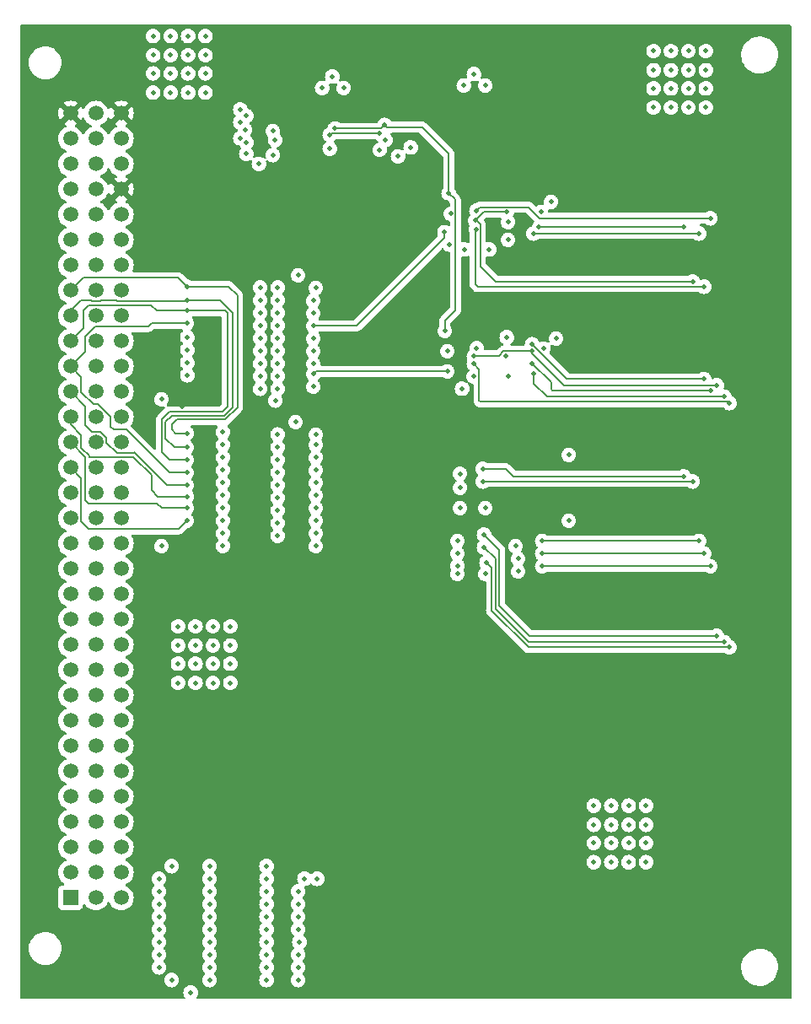
<source format=gbr>
%TF.GenerationSoftware,KiCad,Pcbnew,(7.0.0)*%
%TF.CreationDate,2023-12-30T21:58:10+02:00*%
%TF.ProjectId,alu,616c752e-6b69-4636-9164-5f7063625858,rev?*%
%TF.SameCoordinates,Original*%
%TF.FileFunction,Copper,L3,Inr*%
%TF.FilePolarity,Positive*%
%FSLAX46Y46*%
G04 Gerber Fmt 4.6, Leading zero omitted, Abs format (unit mm)*
G04 Created by KiCad (PCBNEW (7.0.0)) date 2023-12-30 21:58:10*
%MOMM*%
%LPD*%
G01*
G04 APERTURE LIST*
%TA.AperFunction,ComponentPad*%
%ADD10R,1.508000X1.508000*%
%TD*%
%TA.AperFunction,ComponentPad*%
%ADD11C,1.508000*%
%TD*%
%TA.AperFunction,ViaPad*%
%ADD12C,0.460000*%
%TD*%
%TA.AperFunction,Conductor*%
%ADD13C,0.127000*%
%TD*%
G04 APERTURE END LIST*
D10*
%TO.N,Net-(U13-A7)*%
%TO.C,J1*%
X44449999Y-115569999D03*
D11*
%TO.N,Net-(U13-A6)*%
X44450000Y-113030000D03*
%TO.N,Net-(U13-A5)*%
X44450000Y-110490000D03*
%TO.N,Net-(U13-A4)*%
X44450000Y-107950000D03*
%TO.N,Net-(U13-A3)*%
X44450000Y-105410000D03*
%TO.N,Net-(U13-A2)*%
X44450000Y-102870000D03*
%TO.N,Net-(U13-A1)*%
X44450000Y-100330000D03*
%TO.N,Net-(U13-A0)*%
X44450000Y-97790000D03*
%TO.N,GND*%
X44450000Y-95250000D03*
%TO.N,unconnected-(J1-PadA10)*%
X44450000Y-92710000D03*
%TO.N,unconnected-(J1-PadA11)*%
X44450000Y-90170000D03*
%TO.N,unconnected-(J1-PadA12)*%
X44450000Y-87630000D03*
%TO.N,unconnected-(J1-PadA13)*%
X44450000Y-85090000D03*
%TO.N,unconnected-(J1-PadA14)*%
X44450000Y-82550000D03*
%TO.N,unconnected-(J1-PadA15)*%
X44450000Y-80010000D03*
%TO.N,unconnected-(J1-PadA16)*%
X44450000Y-77470000D03*
%TO.N,unconnected-(J1-PadA17)*%
X44450000Y-74930000D03*
%TO.N,/X_IN0*%
X44450000Y-72390000D03*
%TO.N,/X_IN1*%
X44450000Y-69850000D03*
%TO.N,/X_IN2*%
X44450000Y-67310000D03*
%TO.N,/X_IN3*%
X44450000Y-64770000D03*
%TO.N,/X_IN4*%
X44450000Y-62230000D03*
%TO.N,/X_IN5*%
X44450000Y-59690000D03*
%TO.N,/X_IN6*%
X44450000Y-57150000D03*
%TO.N,/X_IN7*%
X44450000Y-54610000D03*
%TO.N,unconnected-(J1-PadA26)*%
X44450000Y-52070000D03*
%TO.N,GND*%
X44450000Y-49530000D03*
%TO.N,Net-(U29-E3)*%
X44450000Y-46990000D03*
%TO.N,Net-(U29-A2)*%
X44450000Y-44450000D03*
%TO.N,Net-(U29-A1)*%
X44450000Y-41910000D03*
%TO.N,Net-(U29-A0)*%
X44450000Y-39370000D03*
%TO.N,+5V*%
X44450000Y-36830000D03*
%TO.N,unconnected-(J1-PadB1)*%
X46990000Y-115570000D03*
%TO.N,unconnected-(J1-PadB2)*%
X46990000Y-113030000D03*
%TO.N,unconnected-(J1-PadB3)*%
X46990000Y-110490000D03*
%TO.N,unconnected-(J1-PadB4)*%
X46990000Y-107950000D03*
%TO.N,unconnected-(J1-PadB5)*%
X46990000Y-105410000D03*
%TO.N,GND*%
X46990000Y-102870000D03*
%TO.N,unconnected-(J1-PadB7)*%
X46990000Y-100330000D03*
%TO.N,unconnected-(J1-PadB8)*%
X46990000Y-97790000D03*
%TO.N,unconnected-(J1-PadB9)*%
X46990000Y-95250000D03*
%TO.N,unconnected-(J1-PadB10)*%
X46990000Y-92710000D03*
%TO.N,unconnected-(J1-PadB11)*%
X46990000Y-90170000D03*
%TO.N,unconnected-(J1-PadB12)*%
X46990000Y-87630000D03*
%TO.N,unconnected-(J1-PadB13)*%
X46990000Y-85090000D03*
%TO.N,unconnected-(J1-PadB14)*%
X46990000Y-82550000D03*
%TO.N,GND*%
X46990000Y-80010000D03*
%TO.N,unconnected-(J1-PadB16)*%
X46990000Y-77470000D03*
%TO.N,unconnected-(J1-PadB17)*%
X46990000Y-74930000D03*
%TO.N,unconnected-(J1-PadB18)*%
X46990000Y-72390000D03*
%TO.N,unconnected-(J1-PadB19)*%
X46990000Y-69850000D03*
%TO.N,unconnected-(J1-PadB20)*%
X46990000Y-67310000D03*
%TO.N,unconnected-(J1-PadB21)*%
X46990000Y-64770000D03*
%TO.N,unconnected-(J1-PadB22)*%
X46990000Y-62230000D03*
%TO.N,unconnected-(J1-PadB23)*%
X46990000Y-59690000D03*
%TO.N,GND*%
X46990000Y-57150000D03*
%TO.N,unconnected-(J1-PadB25)*%
X46990000Y-54610000D03*
%TO.N,unconnected-(J1-PadB26)*%
X46990000Y-52070000D03*
%TO.N,unconnected-(J1-PadB27)*%
X46990000Y-49530000D03*
%TO.N,unconnected-(J1-PadB28)*%
X46990000Y-46990000D03*
%TO.N,unconnected-(J1-PadB29)*%
X46990000Y-44450000D03*
%TO.N,unconnected-(J1-PadB30)*%
X46990000Y-41910000D03*
%TO.N,unconnected-(J1-PadB31)*%
X46990000Y-39370000D03*
%TO.N,unconnected-(J1-PadB32)*%
X46990000Y-36830000D03*
%TO.N,unconnected-(J1-PadC1)*%
X49530000Y-115570000D03*
%TO.N,unconnected-(J1-PadC2)*%
X49530000Y-113030000D03*
%TO.N,unconnected-(J1-PadC3)*%
X49530000Y-110490000D03*
%TO.N,unconnected-(J1-PadC4)*%
X49530000Y-107950000D03*
%TO.N,GND*%
X49530000Y-105410000D03*
%TO.N,unconnected-(J1-PadC6)*%
X49530000Y-102870000D03*
%TO.N,unconnected-(J1-PadC7)*%
X49530000Y-100330000D03*
%TO.N,unconnected-(J1-PadC8)*%
X49530000Y-97790000D03*
%TO.N,unconnected-(J1-PadC9)*%
X49530000Y-95250000D03*
%TO.N,GND*%
X49530000Y-92710000D03*
%TO.N,unconnected-(J1-PadC11)*%
X49530000Y-90170000D03*
%TO.N,unconnected-(J1-PadC12)*%
X49530000Y-87630000D03*
%TO.N,unconnected-(J1-PadC13)*%
X49530000Y-85090000D03*
%TO.N,unconnected-(J1-PadC14)*%
X49530000Y-82550000D03*
%TO.N,unconnected-(J1-PadC15)*%
X49530000Y-80010000D03*
%TO.N,unconnected-(J1-PadC16)*%
X49530000Y-77470000D03*
%TO.N,GND*%
X49530000Y-74930000D03*
%TO.N,unconnected-(J1-PadC18)*%
X49530000Y-72390000D03*
%TO.N,unconnected-(J1-PadC19)*%
X49530000Y-69850000D03*
%TO.N,unconnected-(J1-PadC20)*%
X49530000Y-67310000D03*
%TO.N,unconnected-(J1-PadC21)*%
X49530000Y-64770000D03*
%TO.N,unconnected-(J1-PadC22)*%
X49530000Y-62230000D03*
%TO.N,unconnected-(J1-PadC23)*%
X49530000Y-59690000D03*
%TO.N,unconnected-(J1-PadC24)*%
X49530000Y-57150000D03*
%TO.N,unconnected-(J1-PadC25)*%
X49530000Y-54610000D03*
%TO.N,GND*%
X49530000Y-52070000D03*
%TO.N,unconnected-(J1-PadC27)*%
X49530000Y-49530000D03*
%TO.N,GND*%
X49530000Y-46990000D03*
%TO.N,+5V*%
X49530000Y-44450000D03*
%TO.N,GND*%
X49530000Y-41910000D03*
%TO.N,unconnected-(J1-PadC31)*%
X49530000Y-39370000D03*
%TO.N,+5V*%
X49530000Y-36830000D03*
%TD*%
D12*
%TO.N,+5V*%
X68072000Y-110744000D03*
X91694000Y-71120000D03*
X91948000Y-57404000D03*
X55626000Y-66294000D03*
X48260000Y-43688000D03*
X55626000Y-81026000D03*
X91694000Y-77724000D03*
X50927000Y-43434000D03*
X91694000Y-43942000D03*
X71628000Y-35306000D03*
X48260000Y-45085000D03*
X85725000Y-35052000D03*
X51054000Y-44577000D03*
%TO.N,GND*%
X65000000Y-39500000D03*
X63500000Y-55590000D03*
X92710000Y-45720000D03*
X103000000Y-36250000D03*
X56515000Y-125095000D03*
X84937600Y-63246000D03*
X65250000Y-59400000D03*
X58420000Y-121285000D03*
X58000000Y-29072400D03*
X86106000Y-76454000D03*
X91694000Y-46736000D03*
X59750000Y-72630000D03*
X98750000Y-112000000D03*
X63500000Y-58130000D03*
X61500000Y-39330600D03*
X97000000Y-106322400D03*
X65250000Y-70340000D03*
X97000000Y-110072400D03*
X57000000Y-92072400D03*
X64135000Y-116205000D03*
X54500000Y-31000000D03*
X83312000Y-83058000D03*
X59750000Y-76440000D03*
X52750000Y-31000000D03*
X83769200Y-64465200D03*
X69088000Y-69088000D03*
X60500000Y-90250000D03*
X65250000Y-64480000D03*
X64770000Y-41021000D03*
X104750000Y-30572400D03*
X59750000Y-75170000D03*
X65250000Y-69070000D03*
X108250000Y-30572400D03*
X64135000Y-113665000D03*
X108250000Y-34322400D03*
X106500000Y-30572400D03*
X64135000Y-123825000D03*
X54500000Y-29072400D03*
X54500000Y-34750000D03*
X64770000Y-38608000D03*
X54610000Y-123825000D03*
X60500000Y-92072400D03*
X106500000Y-32500000D03*
X59750000Y-70090000D03*
X54500000Y-32822400D03*
X55250000Y-92072400D03*
X75500000Y-40500000D03*
X58420000Y-123825000D03*
X65250000Y-77960000D03*
X65250000Y-56860000D03*
X108250000Y-32500000D03*
X55250000Y-94000000D03*
X86500000Y-50500000D03*
X102250000Y-106322400D03*
X84963000Y-32893000D03*
X65250000Y-60670000D03*
X58420000Y-114935000D03*
X59750000Y-71360000D03*
X67945000Y-113665000D03*
X102250000Y-110072400D03*
X58420000Y-113665000D03*
X56250000Y-34750000D03*
X103000000Y-34322400D03*
X59750000Y-78980000D03*
X106500000Y-34322400D03*
X104750000Y-36250000D03*
X54610000Y-112395000D03*
X97000000Y-108250000D03*
X59750000Y-73900000D03*
X64135000Y-112395000D03*
X102250000Y-108250000D03*
X58000000Y-32822400D03*
X69215000Y-113665000D03*
X65250000Y-75420000D03*
X94488000Y-71120000D03*
X63500000Y-59400000D03*
X65250000Y-61940000D03*
X64135000Y-114935000D03*
X64135000Y-118745000D03*
X57000000Y-94000000D03*
X64135000Y-122555000D03*
X60500000Y-88322400D03*
X58420000Y-112395000D03*
X64135000Y-117475000D03*
X108250000Y-36250000D03*
X69088000Y-54356000D03*
X58750000Y-92072400D03*
X57000000Y-88322400D03*
X56250000Y-29072400D03*
X98750000Y-106322400D03*
X67056000Y-67818000D03*
X56250000Y-32822400D03*
X58750000Y-90250000D03*
X63500000Y-54320000D03*
X65250000Y-63210000D03*
X100500000Y-106322400D03*
X63500000Y-61940000D03*
X52750000Y-34750000D03*
X56250000Y-31000000D03*
X65250000Y-79230000D03*
X86106000Y-34036000D03*
X103000000Y-32500000D03*
X98750000Y-110072400D03*
X60500000Y-94000000D03*
X63373000Y-41910000D03*
X65250000Y-76690000D03*
X67310000Y-53086000D03*
X94488000Y-77724000D03*
X57000000Y-90250000D03*
X52750000Y-32822400D03*
X65250000Y-55590000D03*
X91948000Y-60452000D03*
X98750000Y-108250000D03*
X100500000Y-112000000D03*
X58750000Y-88322400D03*
X71882000Y-34290000D03*
X88265000Y-59309000D03*
X106500000Y-36250000D03*
X53594000Y-65532000D03*
X65250000Y-74150000D03*
X82500000Y-50000000D03*
X59750000Y-68820000D03*
X58420000Y-122555000D03*
X52750000Y-29072400D03*
X62103000Y-40894000D03*
X84000000Y-50500000D03*
X65250000Y-54320000D03*
X63500000Y-63210000D03*
X58420000Y-117475000D03*
X63500000Y-64480000D03*
X61976000Y-38481000D03*
X64135000Y-120015000D03*
X63500000Y-60670000D03*
X104750000Y-32500000D03*
X78613000Y-40259000D03*
X58420000Y-118745000D03*
X70739000Y-33147000D03*
X69723000Y-34290000D03*
X59750000Y-80250000D03*
X86106000Y-83058000D03*
X65250000Y-71610000D03*
X53594000Y-80264000D03*
X103000000Y-30572400D03*
X83947000Y-34036000D03*
X93218000Y-59436000D03*
X65250000Y-58130000D03*
X63500000Y-56860000D03*
X55250000Y-90250000D03*
X100500000Y-110072400D03*
X58420000Y-120015000D03*
X58420000Y-116205000D03*
X58000000Y-31000000D03*
X58750000Y-94000000D03*
X65250000Y-72880000D03*
X100500000Y-108250000D03*
X55250000Y-88322400D03*
X102250000Y-112000000D03*
X64135000Y-121285000D03*
X77343000Y-41148000D03*
X85242400Y-60401200D03*
X58000000Y-34750000D03*
X104750000Y-34322400D03*
X59750000Y-77710000D03*
X97000000Y-112000000D03*
X83566000Y-76454000D03*
%TO.N,/X_IN1*%
X56134000Y-76454000D03*
X56184800Y-61849000D03*
%TO.N,/X_IN2*%
X56134000Y-75311000D03*
X56184800Y-60579000D03*
%TO.N,/X_IN3*%
X56184800Y-59309000D03*
X56134000Y-74168000D03*
%TO.N,/X_IN4*%
X56134000Y-57912000D03*
X56134000Y-72898000D03*
%TO.N,/X_IN5*%
X56134000Y-56642000D03*
X56134000Y-71628000D03*
%TO.N,/X_IN6*%
X56134000Y-55626000D03*
X56134000Y-70358000D03*
%TO.N,/X_IN7*%
X56134000Y-54229000D03*
X56134000Y-68961000D03*
%TO.N,Net-(U29-E3)*%
X62103000Y-39751000D03*
%TO.N,Net-(U29-A2)*%
X61500000Y-37719000D03*
%TO.N,Net-(U29-A1)*%
X62103000Y-37084000D03*
%TO.N,Net-(U29-A0)*%
X61500000Y-36449000D03*
%TO.N,Net-(U13-A0)*%
X53340000Y-113665000D03*
%TO.N,Net-(U13-A1)*%
X53340000Y-114935000D03*
%TO.N,Net-(U13-A2)*%
X53340000Y-116205000D03*
%TO.N,Net-(U13-A3)*%
X53340000Y-117475000D03*
%TO.N,Net-(U13-A4)*%
X53340000Y-118745000D03*
%TO.N,Net-(U13-A5)*%
X53340000Y-120015000D03*
%TO.N,Net-(U13-A6)*%
X53340000Y-121285000D03*
%TO.N,Net-(U13-A7)*%
X53340000Y-122555000D03*
%TO.N,/X_OUT7*%
X85852000Y-72517000D03*
X67310000Y-114935000D03*
X91500000Y-48260000D03*
X106045000Y-73279000D03*
X106045000Y-48260000D03*
%TO.N,/X_OUT6*%
X85852000Y-73787000D03*
X67310000Y-116205000D03*
X85090000Y-47581139D03*
X88265000Y-46736000D03*
X106934000Y-53721000D03*
X106934000Y-73787000D03*
%TO.N,/X_OUT5*%
X90932000Y-48895000D03*
X107569000Y-79756000D03*
X67310000Y-117475000D03*
X107569000Y-48895000D03*
X91821000Y-79756000D03*
%TO.N,/X_OUT4*%
X108077000Y-81026000D03*
X91821000Y-81026000D03*
X90805000Y-60005501D03*
X85178000Y-48500000D03*
X108077000Y-54229000D03*
X67310000Y-118745000D03*
X108077000Y-63500000D03*
%TO.N,/X_OUT3*%
X91821000Y-82296000D03*
X90805000Y-61935000D03*
X67437000Y-120015000D03*
X108712000Y-82296000D03*
X85217000Y-46609000D03*
X108712000Y-64643000D03*
X108712000Y-47371000D03*
%TO.N,/X_OUT2*%
X84963000Y-61214000D03*
X109347000Y-64135000D03*
X109347000Y-89281000D03*
X67310000Y-121285000D03*
X85979000Y-79121000D03*
X90805000Y-60706000D03*
%TO.N,/X_OUT1*%
X110109000Y-89916000D03*
X85979000Y-80391000D03*
X91000000Y-63000000D03*
X67310000Y-122555000D03*
X110109000Y-65278000D03*
%TO.N,/X_OUT0*%
X110617000Y-65913000D03*
X86233000Y-81915000D03*
X110617000Y-90424000D03*
X84963000Y-61976000D03*
X67310000Y-123825000D03*
%TO.N,Net-(U25-A0)*%
X83312000Y-82250000D03*
X69088000Y-78994000D03*
%TO.N,Net-(U25-A1)*%
X83312000Y-81026000D03*
X69088000Y-77724000D03*
%TO.N,Net-(U25-A2)*%
X83312000Y-79756000D03*
X69088000Y-76454000D03*
%TO.N,Net-(U25-A3)*%
X69088000Y-75184000D03*
X89408000Y-82804000D03*
%TO.N,Net-(U25-A4)*%
X69088000Y-73914000D03*
X89408000Y-81534000D03*
%TO.N,Net-(U25-A5)*%
X89154000Y-80264000D03*
X69088000Y-72644000D03*
%TO.N,Net-(U25-A6)*%
X83566000Y-74422000D03*
X69088000Y-71374000D03*
%TO.N,Net-(U25-A7)*%
X83566000Y-73000000D03*
X69088000Y-70104000D03*
%TO.N,Net-(U25-GAB)*%
X70485000Y-40386000D03*
X69088000Y-80264000D03*
%TO.N,Net-(U26-S)*%
X76000000Y-38000000D03*
X82042000Y-58674000D03*
X82423000Y-44831000D03*
X71000000Y-38354000D03*
%TO.N,Net-(U26-Za)*%
X82296000Y-60706000D03*
X68834000Y-64262000D03*
%TO.N,Net-(U26-Zb)*%
X68834000Y-62992000D03*
X82296000Y-62738000D03*
%TO.N,Net-(U26-Zc)*%
X68834000Y-61976000D03*
X88392000Y-63246000D03*
%TO.N,Net-(U26-Zd)*%
X88138000Y-61214000D03*
X68834000Y-60706000D03*
%TO.N,Net-(U27-Za)*%
X68834000Y-59436000D03*
X82632000Y-46908000D03*
%TO.N,Net-(U27-Zb)*%
X82000000Y-48768000D03*
X68834000Y-58166000D03*
%TO.N,Net-(U27-Zc)*%
X68834000Y-56896000D03*
X88392000Y-49530000D03*
%TO.N,Net-(U27-Zd)*%
X68834000Y-55626000D03*
X88392000Y-47752000D03*
%TO.N,Net-(U28-GAB)*%
X65024000Y-65659000D03*
X76073000Y-39497000D03*
%TO.N,Net-(U29-Y3)*%
X75500000Y-38862000D03*
X70485000Y-38989000D03*
%TO.N,/X_IN0*%
X56184800Y-63119000D03*
X56134000Y-77724000D03*
%TD*%
D13*
%TO.N,/X_IN1*%
X46283500Y-76001500D02*
X45918500Y-75636500D01*
X56134000Y-76454000D02*
X53594000Y-76454000D01*
X53594000Y-76454000D02*
X53141500Y-76001500D01*
X45918500Y-71318500D02*
X44450000Y-69850000D01*
X45918500Y-75636500D02*
X45918500Y-71318500D01*
X53141500Y-76001500D02*
X46283500Y-76001500D01*
%TO.N,/X_IN2*%
X49092876Y-71318500D02*
X49037376Y-71374000D01*
X47482624Y-71374000D02*
X47427124Y-71318500D01*
X47427124Y-71318500D02*
X46299500Y-71318500D01*
X46299500Y-71160684D02*
X45521500Y-70382684D01*
X49037376Y-71374000D02*
X47482624Y-71374000D01*
X56134000Y-75311000D02*
X53213000Y-75311000D01*
X46299500Y-71318500D02*
X46299500Y-71160684D01*
X50744500Y-71318500D02*
X49092876Y-71318500D01*
X45521500Y-69143500D02*
X44450000Y-68072000D01*
X52578000Y-74676000D02*
X52578000Y-73152000D01*
X52578000Y-73152000D02*
X50744500Y-71318500D01*
X45521500Y-70382684D02*
X45521500Y-69143500D01*
X44450000Y-68072000D02*
X44450000Y-67310000D01*
X53213000Y-75311000D02*
X52578000Y-74676000D01*
%TO.N,/X_IN3*%
X54132816Y-74168000D02*
X50830816Y-70866000D01*
X50830816Y-70866000D02*
X50800000Y-70866000D01*
X48061500Y-69890124D02*
X48061500Y-69412876D01*
X46552876Y-68778500D02*
X45918500Y-68144124D01*
X45918500Y-66238500D02*
X44450000Y-64770000D01*
X48061500Y-69412876D02*
X47427124Y-68778500D01*
X50800000Y-70866000D02*
X50744500Y-70921500D01*
X56134000Y-74168000D02*
X54132816Y-74168000D01*
X50744500Y-70921500D02*
X49092876Y-70921500D01*
X49092876Y-70921500D02*
X48061500Y-69890124D01*
X45918500Y-68144124D02*
X45918500Y-66238500D01*
X47427124Y-68778500D02*
X46552876Y-68778500D01*
%TO.N,/X_IN4*%
X45918500Y-60761500D02*
X44450000Y-62230000D01*
X56134000Y-57912000D02*
X52578000Y-57912000D01*
X47228624Y-66040000D02*
X48458500Y-67269876D01*
X48458500Y-68270500D02*
X48768000Y-68580000D01*
X50038000Y-68580000D02*
X54356000Y-72898000D01*
X45521500Y-64825500D02*
X46736000Y-66040000D01*
X54356000Y-72898000D02*
X56134000Y-72898000D01*
X44450000Y-62230000D02*
X45521500Y-63301500D01*
X45918500Y-59237500D02*
X45918500Y-60761500D01*
X48458500Y-67269876D02*
X48458500Y-68270500D01*
X52268500Y-58221500D02*
X46934500Y-58221500D01*
X45521500Y-63301500D02*
X45521500Y-64825500D01*
X46736000Y-66040000D02*
X47228624Y-66040000D01*
X46934500Y-58221500D02*
X45918500Y-59237500D01*
X52578000Y-57912000D02*
X52268500Y-58221500D01*
X48768000Y-68580000D02*
X50038000Y-68580000D01*
%TO.N,/X_IN5*%
X60198000Y-66294000D02*
X60198000Y-56896000D01*
X56134000Y-56642000D02*
X53086000Y-56642000D01*
X45720000Y-56642000D02*
X45720000Y-58420000D01*
X59690000Y-66802000D02*
X60198000Y-66294000D01*
X53594000Y-67564000D02*
X54356000Y-66802000D01*
X56134000Y-71628000D02*
X54356000Y-71628000D01*
X53594000Y-70866000D02*
X53594000Y-67564000D01*
X54356000Y-71628000D02*
X53594000Y-70866000D01*
X52522500Y-56078500D02*
X46283500Y-56078500D01*
X53086000Y-56642000D02*
X52522500Y-56078500D01*
X54356000Y-66802000D02*
X59690000Y-66802000D01*
X46283500Y-56078500D02*
X45720000Y-56642000D01*
X45720000Y-58420000D02*
X44450000Y-59690000D01*
X59944000Y-56642000D02*
X56134000Y-56642000D01*
X60198000Y-56896000D02*
X59944000Y-56642000D01*
%TO.N,/X_IN6*%
X53975000Y-69469000D02*
X53975000Y-67818000D01*
X45466000Y-55626000D02*
X44450000Y-56642000D01*
X59847815Y-67183000D02*
X60706000Y-66324815D01*
X60706000Y-56865184D02*
X59466816Y-55626000D01*
X59466816Y-55626000D02*
X56134000Y-55626000D01*
X54864000Y-70358000D02*
X53975000Y-69469000D01*
X44450000Y-56642000D02*
X44450000Y-57150000D01*
X56078500Y-55681500D02*
X49092876Y-55681500D01*
X46552876Y-55681500D02*
X46497376Y-55626000D01*
X60706000Y-66324815D02*
X60706000Y-56865184D01*
X49037376Y-55626000D02*
X47482624Y-55626000D01*
X47427124Y-55681500D02*
X46552876Y-55681500D01*
X46497376Y-55626000D02*
X45466000Y-55626000D01*
X54610000Y-67183000D02*
X59847815Y-67183000D01*
X47482624Y-55626000D02*
X47427124Y-55681500D01*
X49092876Y-55681500D02*
X49037376Y-55626000D01*
X56134000Y-70358000D02*
X54864000Y-70358000D01*
X53975000Y-67818000D02*
X54610000Y-67183000D01*
X56134000Y-55626000D02*
X56078500Y-55681500D01*
%TO.N,/X_IN7*%
X61214000Y-55118000D02*
X60325000Y-54229000D01*
X54610000Y-68072000D02*
X55118000Y-67564000D01*
X45720000Y-53340000D02*
X44450000Y-54610000D01*
X60005630Y-67564000D02*
X61214000Y-66355630D01*
X55118000Y-67564000D02*
X60005630Y-67564000D01*
X56134000Y-54229000D02*
X55245000Y-53340000D01*
X60325000Y-54229000D02*
X56134000Y-54229000D01*
X54991000Y-68961000D02*
X54610000Y-68580000D01*
X54610000Y-68580000D02*
X54610000Y-68072000D01*
X55245000Y-53340000D02*
X45720000Y-53340000D01*
X56134000Y-68961000D02*
X54991000Y-68961000D01*
X61214000Y-66355630D02*
X61214000Y-55118000D01*
%TO.N,/X_OUT7*%
X91500000Y-48260000D02*
X106045000Y-48260000D01*
X88900000Y-73279000D02*
X105791000Y-73279000D01*
X88138000Y-72517000D02*
X88900000Y-73279000D01*
X85852000Y-72517000D02*
X88138000Y-72517000D01*
X105791000Y-73279000D02*
X106045000Y-73279000D01*
%TO.N,/X_OUT6*%
X87122000Y-53721000D02*
X102489000Y-53721000D01*
X88265000Y-46736000D02*
X85935139Y-46736000D01*
X85090000Y-47581139D02*
X85173139Y-47581139D01*
X85173139Y-47581139D02*
X85598000Y-48006000D01*
X85598000Y-52197000D02*
X87122000Y-53721000D01*
X106426000Y-73787000D02*
X106934000Y-73787000D01*
X85598000Y-48006000D02*
X85598000Y-52197000D01*
X102489000Y-53721000D02*
X106680000Y-53721000D01*
X85935139Y-46736000D02*
X85090000Y-47581139D01*
X85852000Y-73787000D02*
X106426000Y-73787000D01*
X106680000Y-53721000D02*
X106934000Y-53721000D01*
%TO.N,/X_OUT5*%
X90932000Y-48895000D02*
X107442000Y-48895000D01*
X91821000Y-79756000D02*
X107569000Y-79756000D01*
%TO.N,/X_OUT4*%
X85344000Y-54229000D02*
X108077000Y-54229000D01*
X85178000Y-48500000D02*
X85090000Y-48588000D01*
X85090000Y-53975000D02*
X85344000Y-54229000D01*
X85090000Y-48588000D02*
X85090000Y-53975000D01*
X94298085Y-63500000D02*
X108077000Y-63500000D01*
X90805000Y-60005501D02*
X90805000Y-60006915D01*
X90805000Y-60006915D02*
X94298085Y-63500000D01*
X91821000Y-81026000D02*
X108077000Y-81026000D01*
%TO.N,/X_OUT3*%
X85217000Y-46609000D02*
X85582500Y-46243500D01*
X92710000Y-63819499D02*
X92710000Y-64516000D01*
X90805000Y-61935000D02*
X90825501Y-61935000D01*
X85582500Y-46243500D02*
X90439500Y-46243500D01*
X92710000Y-64516000D02*
X92837000Y-64643000D01*
X91567000Y-47371000D02*
X108712000Y-47371000D01*
X90439500Y-46243500D02*
X91567000Y-47371000D01*
X90825501Y-61935000D02*
X92710000Y-63819499D01*
X91821000Y-82296000D02*
X108712000Y-82296000D01*
X92837000Y-64643000D02*
X108839000Y-64643000D01*
%TO.N,/X_OUT2*%
X90805000Y-60960000D02*
X92964000Y-63119000D01*
X87503000Y-81691816D02*
X87503000Y-86233000D01*
X87503000Y-86233000D02*
X90551000Y-89281000D01*
X87948085Y-60706000D02*
X90805000Y-60706000D01*
X94615000Y-64135000D02*
X109347000Y-64135000D01*
X92964000Y-63119000D02*
X93980000Y-64135000D01*
X85013800Y-61163200D02*
X87490885Y-61163200D01*
X84963000Y-61214000D02*
X85013800Y-61163200D01*
X90551000Y-89281000D02*
X109347000Y-89281000D01*
X93980000Y-64135000D02*
X94615000Y-64135000D01*
X90805000Y-60706000D02*
X90805000Y-60960000D01*
X85979000Y-79121000D02*
X87503000Y-80645000D01*
X87503000Y-80645000D02*
X87503000Y-81691816D01*
X87490885Y-61163200D02*
X87948085Y-60706000D01*
%TO.N,/X_OUT1*%
X85979000Y-80391000D02*
X87122000Y-81534000D01*
X91000000Y-63000000D02*
X91000000Y-63949000D01*
X90454816Y-89916000D02*
X109982000Y-89916000D01*
X92329000Y-65278000D02*
X109982000Y-65278000D01*
X87122000Y-81534000D02*
X87122000Y-86583184D01*
X91000000Y-63949000D02*
X92329000Y-65278000D01*
X87122000Y-86583184D02*
X90454816Y-89916000D01*
X109982000Y-89916000D02*
X110109000Y-90043000D01*
%TO.N,/X_OUT0*%
X85598000Y-65786000D02*
X110490000Y-65786000D01*
X110490000Y-65786000D02*
X110617000Y-65913000D01*
X86741000Y-82423000D02*
X86741000Y-86741000D01*
X85496400Y-65684400D02*
X85598000Y-65786000D01*
X84963000Y-61976000D02*
X85496400Y-62509400D01*
X86233000Y-81915000D02*
X86741000Y-82423000D01*
X86741000Y-86741000D02*
X90424000Y-90424000D01*
X90424000Y-90424000D02*
X110490000Y-90424000D01*
X85496400Y-62509400D02*
X85496400Y-65684400D01*
%TO.N,Net-(U26-S)*%
X79756000Y-38227000D02*
X82423000Y-40894000D01*
X83058000Y-45593000D02*
X83058000Y-45466000D01*
X71000000Y-38354000D02*
X75646000Y-38354000D01*
X76000000Y-38000000D02*
X76227000Y-38227000D01*
X82042000Y-57658000D02*
X83124500Y-56575500D01*
X75646000Y-38354000D02*
X76000000Y-38000000D01*
X82042000Y-58674000D02*
X82042000Y-57658000D01*
X83124500Y-45659500D02*
X83058000Y-45593000D01*
X82423000Y-40894000D02*
X82423000Y-44831000D01*
X76227000Y-38227000D02*
X79756000Y-38227000D01*
X83124500Y-56575500D02*
X83124500Y-45659500D01*
X83058000Y-45466000D02*
X82423000Y-44831000D01*
%TO.N,Net-(U26-Zb)*%
X82296000Y-62738000D02*
X69088000Y-62738000D01*
X69088000Y-62738000D02*
X68834000Y-62992000D01*
%TO.N,Net-(U27-Zb)*%
X73152000Y-58166000D02*
X68834000Y-58166000D01*
X82000000Y-48768000D02*
X82000000Y-49318000D01*
X82000000Y-49318000D02*
X73152000Y-58166000D01*
%TO.N,Net-(U29-Y3)*%
X70612000Y-38862000D02*
X70485000Y-38989000D01*
X75500000Y-38862000D02*
X70612000Y-38862000D01*
%TO.N,/X_IN0*%
X45521500Y-77032876D02*
X45466000Y-76977376D01*
X45521500Y-77779500D02*
X45521500Y-77032876D01*
X55316500Y-78541500D02*
X46283500Y-78541500D01*
X56134000Y-77724000D02*
X55316500Y-78541500D01*
X45521500Y-75367124D02*
X45521500Y-73461500D01*
X45466000Y-76977376D02*
X45466000Y-75422624D01*
X45466000Y-75422624D02*
X45521500Y-75367124D01*
X45521500Y-73461500D02*
X44450000Y-72390000D01*
X46283500Y-78541500D02*
X45521500Y-77779500D01*
%TD*%
%TA.AperFunction,Conductor*%
%TO.N,+5V*%
G36*
X59572000Y-57222613D02*
G01*
X59617387Y-57268000D01*
X59634000Y-57330000D01*
X59634000Y-66009022D01*
X59624561Y-66056475D01*
X59597683Y-66096700D01*
X59492699Y-66201683D01*
X59452473Y-66228561D01*
X59405021Y-66238000D01*
X54401101Y-66238000D01*
X54384915Y-66236939D01*
X54364059Y-66234193D01*
X54356000Y-66233132D01*
X54347941Y-66234193D01*
X54347940Y-66234193D01*
X54222915Y-66250653D01*
X54162292Y-66243478D01*
X54112439Y-66208245D01*
X54085440Y-66153494D01*
X54087837Y-66092495D01*
X54119048Y-66040034D01*
X54168742Y-65990341D01*
X54256322Y-65850957D01*
X54310691Y-65695580D01*
X54329122Y-65532000D01*
X54310691Y-65368420D01*
X54256322Y-65213043D01*
X54201941Y-65126496D01*
X54172449Y-65079558D01*
X54172446Y-65079555D01*
X54168742Y-65073659D01*
X54052341Y-64957258D01*
X54046445Y-64953553D01*
X54046441Y-64953550D01*
X53943054Y-64888589D01*
X53912957Y-64869678D01*
X53897193Y-64864161D01*
X53764158Y-64817610D01*
X53764151Y-64817608D01*
X53757580Y-64815309D01*
X53750661Y-64814529D01*
X53750655Y-64814528D01*
X53600923Y-64797658D01*
X53594000Y-64796878D01*
X53587077Y-64797658D01*
X53437344Y-64814528D01*
X53437336Y-64814529D01*
X53430420Y-64815309D01*
X53423850Y-64817607D01*
X53423841Y-64817610D01*
X53281618Y-64867377D01*
X53281615Y-64867378D01*
X53275043Y-64869678D01*
X53269148Y-64873382D01*
X53269146Y-64873383D01*
X53141558Y-64953550D01*
X53141549Y-64953556D01*
X53135659Y-64957258D01*
X53130734Y-64962182D01*
X53130730Y-64962186D01*
X53024186Y-65068730D01*
X53024182Y-65068734D01*
X53019258Y-65073659D01*
X53015556Y-65079549D01*
X53015550Y-65079558D01*
X52935383Y-65207146D01*
X52931678Y-65213043D01*
X52929378Y-65219615D01*
X52929377Y-65219618D01*
X52879610Y-65361841D01*
X52879607Y-65361850D01*
X52877309Y-65368420D01*
X52876529Y-65375336D01*
X52876528Y-65375344D01*
X52862219Y-65502344D01*
X52858878Y-65532000D01*
X52859658Y-65538923D01*
X52876528Y-65688655D01*
X52876529Y-65688661D01*
X52877309Y-65695580D01*
X52879608Y-65702151D01*
X52879610Y-65702158D01*
X52898571Y-65756344D01*
X52931678Y-65850957D01*
X52958463Y-65893586D01*
X53015550Y-65984441D01*
X53015553Y-65984445D01*
X53019258Y-65990341D01*
X53135659Y-66106742D01*
X53141555Y-66110446D01*
X53141558Y-66110449D01*
X53143137Y-66111441D01*
X53275043Y-66194322D01*
X53430420Y-66248691D01*
X53594000Y-66267122D01*
X53757580Y-66248691D01*
X53789505Y-66237519D01*
X53855329Y-66233081D01*
X53914116Y-66263033D01*
X53949219Y-66318898D01*
X53950700Y-66384859D01*
X53918139Y-66442242D01*
X53227080Y-67133301D01*
X53214889Y-67143993D01*
X53198196Y-67156802D01*
X53198188Y-67156809D01*
X53191750Y-67161750D01*
X53186809Y-67168188D01*
X53186805Y-67168193D01*
X53169051Y-67191331D01*
X53169050Y-67191333D01*
X53106293Y-67273120D01*
X53106290Y-67273124D01*
X53101347Y-67279567D01*
X53098238Y-67287071D01*
X53098237Y-67287074D01*
X53047627Y-67409256D01*
X53047625Y-67409261D01*
X53044517Y-67416766D01*
X53043456Y-67424817D01*
X53043455Y-67424825D01*
X53029784Y-67528674D01*
X53025133Y-67564000D01*
X53026194Y-67572059D01*
X53028939Y-67592909D01*
X53030000Y-67609094D01*
X53030000Y-70475022D01*
X53016485Y-70531317D01*
X52978885Y-70575340D01*
X52925398Y-70597495D01*
X52867682Y-70592953D01*
X52818319Y-70562703D01*
X51745121Y-69489505D01*
X50518991Y-68263374D01*
X50488966Y-68214696D01*
X50483981Y-68157721D01*
X50505094Y-68104574D01*
X50620579Y-67939646D01*
X50713347Y-67740703D01*
X50770161Y-67528674D01*
X50789292Y-67310000D01*
X50770161Y-67091326D01*
X50768106Y-67083658D01*
X50714746Y-66884518D01*
X50714745Y-66884517D01*
X50713347Y-66879297D01*
X50620579Y-66680354D01*
X50585104Y-66629691D01*
X50497779Y-66504978D01*
X50494674Y-66500543D01*
X50339457Y-66345326D01*
X50248680Y-66281763D01*
X50164080Y-66222525D01*
X50164074Y-66222521D01*
X50159646Y-66219421D01*
X50154744Y-66217135D01*
X50154742Y-66217134D01*
X50015878Y-66152381D01*
X49963702Y-66106624D01*
X49944283Y-66039998D01*
X49963703Y-65973373D01*
X50015873Y-65927620D01*
X50159646Y-65860579D01*
X50339457Y-65734674D01*
X50494674Y-65579457D01*
X50620579Y-65399646D01*
X50713347Y-65200703D01*
X50770161Y-64988674D01*
X50789292Y-64770000D01*
X50770161Y-64551326D01*
X50767897Y-64542878D01*
X50714746Y-64344518D01*
X50714745Y-64344517D01*
X50713347Y-64339297D01*
X50620579Y-64140354D01*
X50616830Y-64135000D01*
X50535491Y-64018836D01*
X50494674Y-63960543D01*
X50339457Y-63805326D01*
X50299883Y-63777616D01*
X50164080Y-63682525D01*
X50164074Y-63682521D01*
X50159646Y-63679421D01*
X50154741Y-63677133D01*
X50154738Y-63677132D01*
X50015879Y-63612382D01*
X49963703Y-63566625D01*
X49944283Y-63500000D01*
X49963703Y-63433375D01*
X50015879Y-63387618D01*
X50159646Y-63320579D01*
X50339457Y-63194674D01*
X50494674Y-63039457D01*
X50620579Y-62859646D01*
X50713347Y-62660703D01*
X50770161Y-62448674D01*
X50789292Y-62230000D01*
X50770161Y-62011326D01*
X50768641Y-62005655D01*
X50714746Y-61804518D01*
X50714745Y-61804517D01*
X50713347Y-61799297D01*
X50620579Y-61600354D01*
X50616830Y-61595000D01*
X50537468Y-61481659D01*
X50494674Y-61420543D01*
X50339457Y-61265326D01*
X50266156Y-61214000D01*
X50164080Y-61142525D01*
X50164074Y-61142521D01*
X50159646Y-61139421D01*
X50154741Y-61137133D01*
X50154738Y-61137132D01*
X50015879Y-61072382D01*
X49963703Y-61026625D01*
X49944283Y-60960000D01*
X49963703Y-60893375D01*
X50015879Y-60847618D01*
X50159646Y-60780579D01*
X50339457Y-60654674D01*
X50494674Y-60499457D01*
X50620579Y-60319646D01*
X50713347Y-60120703D01*
X50770161Y-59908674D01*
X50789292Y-59690000D01*
X50770161Y-59471326D01*
X50768641Y-59465655D01*
X50714746Y-59264518D01*
X50714745Y-59264517D01*
X50713347Y-59259297D01*
X50620579Y-59060354D01*
X50564751Y-58980623D01*
X50542591Y-58917610D01*
X50556337Y-58852243D01*
X50601998Y-58803491D01*
X50666326Y-58785500D01*
X52223406Y-58785500D01*
X52239590Y-58786560D01*
X52268500Y-58790367D01*
X52415734Y-58770983D01*
X52552933Y-58714153D01*
X52641168Y-58646449D01*
X52641170Y-58646446D01*
X52670750Y-58623750D01*
X52688501Y-58600614D01*
X52699196Y-58588420D01*
X52775300Y-58512318D01*
X52815528Y-58485439D01*
X52862980Y-58476000D01*
X55622839Y-58476000D01*
X55688810Y-58495006D01*
X55730920Y-58521465D01*
X55773473Y-58566471D01*
X55788949Y-58626445D01*
X55773487Y-58686422D01*
X55736924Y-58725110D01*
X55737802Y-58726210D01*
X55732360Y-58730550D01*
X55726459Y-58734258D01*
X55721534Y-58739182D01*
X55721530Y-58739186D01*
X55614986Y-58845730D01*
X55614982Y-58845734D01*
X55610058Y-58850659D01*
X55606356Y-58856549D01*
X55606350Y-58856558D01*
X55526183Y-58984146D01*
X55522478Y-58990043D01*
X55520178Y-58996615D01*
X55520177Y-58996618D01*
X55470410Y-59138841D01*
X55470407Y-59138850D01*
X55468109Y-59145420D01*
X55467329Y-59152336D01*
X55467328Y-59152344D01*
X55453428Y-59275716D01*
X55449678Y-59309000D01*
X55450458Y-59315923D01*
X55467328Y-59465655D01*
X55467329Y-59465661D01*
X55468109Y-59472580D01*
X55470408Y-59479151D01*
X55470410Y-59479158D01*
X55496270Y-59553059D01*
X55522478Y-59627957D01*
X55526183Y-59633853D01*
X55606350Y-59761441D01*
X55606353Y-59761445D01*
X55610058Y-59767341D01*
X55614986Y-59772269D01*
X55699036Y-59856319D01*
X55731130Y-59911906D01*
X55731130Y-59976094D01*
X55699036Y-60031681D01*
X55614986Y-60115730D01*
X55614982Y-60115734D01*
X55610058Y-60120659D01*
X55606356Y-60126549D01*
X55606350Y-60126558D01*
X55526183Y-60254146D01*
X55522478Y-60260043D01*
X55520178Y-60266615D01*
X55520177Y-60266618D01*
X55470410Y-60408841D01*
X55470407Y-60408850D01*
X55468109Y-60415420D01*
X55467329Y-60422336D01*
X55467328Y-60422344D01*
X55453019Y-60549344D01*
X55449678Y-60579000D01*
X55450458Y-60585923D01*
X55467328Y-60735655D01*
X55467329Y-60735661D01*
X55468109Y-60742580D01*
X55470408Y-60749151D01*
X55470410Y-60749158D01*
X55510125Y-60862655D01*
X55522478Y-60897957D01*
X55535505Y-60918690D01*
X55606350Y-61031441D01*
X55606353Y-61031445D01*
X55610058Y-61037341D01*
X55614986Y-61042269D01*
X55699036Y-61126319D01*
X55731130Y-61181906D01*
X55731130Y-61246094D01*
X55699036Y-61301681D01*
X55614986Y-61385730D01*
X55614982Y-61385734D01*
X55610058Y-61390659D01*
X55606356Y-61396549D01*
X55606350Y-61396558D01*
X55526183Y-61524146D01*
X55522478Y-61530043D01*
X55520178Y-61536615D01*
X55520177Y-61536618D01*
X55470410Y-61678841D01*
X55470407Y-61678850D01*
X55468109Y-61685420D01*
X55467329Y-61692336D01*
X55467328Y-61692344D01*
X55453428Y-61815716D01*
X55449678Y-61849000D01*
X55450458Y-61855923D01*
X55467328Y-62005655D01*
X55467329Y-62005661D01*
X55468109Y-62012580D01*
X55470408Y-62019151D01*
X55470410Y-62019158D01*
X55511552Y-62136732D01*
X55522478Y-62167957D01*
X55526183Y-62173853D01*
X55606350Y-62301441D01*
X55606353Y-62301445D01*
X55610058Y-62307341D01*
X55614986Y-62312269D01*
X55699036Y-62396319D01*
X55731130Y-62451906D01*
X55731130Y-62516094D01*
X55699036Y-62571681D01*
X55614986Y-62655730D01*
X55614982Y-62655734D01*
X55610058Y-62660659D01*
X55606356Y-62666549D01*
X55606350Y-62666558D01*
X55526183Y-62794146D01*
X55522478Y-62800043D01*
X55520178Y-62806615D01*
X55520177Y-62806618D01*
X55470410Y-62948841D01*
X55470407Y-62948850D01*
X55468109Y-62955420D01*
X55467329Y-62962336D01*
X55467328Y-62962344D01*
X55453019Y-63089344D01*
X55449678Y-63119000D01*
X55450458Y-63125923D01*
X55467328Y-63275655D01*
X55467329Y-63275661D01*
X55468109Y-63282580D01*
X55470408Y-63289151D01*
X55470410Y-63289158D01*
X55509309Y-63400322D01*
X55522478Y-63437957D01*
X55546622Y-63476383D01*
X55606350Y-63571441D01*
X55606353Y-63571445D01*
X55610058Y-63577341D01*
X55726459Y-63693742D01*
X55732355Y-63697446D01*
X55732358Y-63697449D01*
X55781879Y-63728564D01*
X55865843Y-63781322D01*
X56021220Y-63835691D01*
X56184800Y-63854122D01*
X56348380Y-63835691D01*
X56503757Y-63781322D01*
X56643141Y-63693742D01*
X56759542Y-63577341D01*
X56847122Y-63437957D01*
X56901491Y-63282580D01*
X56919922Y-63119000D01*
X56901491Y-62955420D01*
X56847122Y-62800043D01*
X56794239Y-62715879D01*
X56763249Y-62666558D01*
X56763246Y-62666555D01*
X56759542Y-62660659D01*
X56670564Y-62571681D01*
X56638470Y-62516094D01*
X56638470Y-62451906D01*
X56670564Y-62396319D01*
X56712231Y-62354652D01*
X56759542Y-62307341D01*
X56847122Y-62167957D01*
X56901491Y-62012580D01*
X56919922Y-61849000D01*
X56901491Y-61685420D01*
X56896914Y-61672341D01*
X56881265Y-61627618D01*
X56847122Y-61530043D01*
X56778319Y-61420543D01*
X56763249Y-61396558D01*
X56763246Y-61396555D01*
X56759542Y-61390659D01*
X56670564Y-61301681D01*
X56638470Y-61246094D01*
X56638470Y-61181906D01*
X56670564Y-61126319D01*
X56674442Y-61122441D01*
X56759542Y-61037341D01*
X56847122Y-60897957D01*
X56901491Y-60742580D01*
X56919922Y-60579000D01*
X56901491Y-60415420D01*
X56847122Y-60260043D01*
X56779669Y-60152691D01*
X56763249Y-60126558D01*
X56763246Y-60126555D01*
X56759542Y-60120659D01*
X56670563Y-60031680D01*
X56638470Y-59976094D01*
X56638470Y-59911906D01*
X56670564Y-59856319D01*
X56704133Y-59822750D01*
X56759542Y-59767341D01*
X56847122Y-59627957D01*
X56901491Y-59472580D01*
X56919922Y-59309000D01*
X56901491Y-59145420D01*
X56896914Y-59132341D01*
X56873442Y-59065261D01*
X56847122Y-58990043D01*
X56775913Y-58876713D01*
X56763249Y-58856558D01*
X56763246Y-58856555D01*
X56759542Y-58850659D01*
X56643141Y-58734258D01*
X56637240Y-58730550D01*
X56587878Y-58699534D01*
X56545322Y-58654520D01*
X56529850Y-58594537D01*
X56545324Y-58534555D01*
X56581878Y-58495893D01*
X56580998Y-58494790D01*
X56586439Y-58490450D01*
X56592341Y-58486742D01*
X56708742Y-58370341D01*
X56796322Y-58230957D01*
X56850691Y-58075580D01*
X56869122Y-57912000D01*
X56850691Y-57748420D01*
X56796322Y-57593043D01*
X56719476Y-57470742D01*
X56712449Y-57459558D01*
X56712446Y-57459555D01*
X56708742Y-57453659D01*
X56672763Y-57417680D01*
X56642514Y-57368318D01*
X56637972Y-57310602D01*
X56660127Y-57257115D01*
X56704150Y-57219515D01*
X56760445Y-57206000D01*
X59510000Y-57206000D01*
X59572000Y-57222613D01*
G37*
%TD.AperFunction*%
%TA.AperFunction,Conductor*%
G36*
X116778000Y-27956613D02*
G01*
X116823387Y-28002000D01*
X116840000Y-28064000D01*
X116840000Y-125606000D01*
X116823387Y-125668000D01*
X116778000Y-125713387D01*
X116716000Y-125730000D01*
X57203101Y-125730000D01*
X57140100Y-125712803D01*
X57094573Y-125665981D01*
X57079150Y-125602523D01*
X57098107Y-125540028D01*
X57177322Y-125413957D01*
X57231691Y-125258580D01*
X57250122Y-125095000D01*
X57231691Y-124931420D01*
X57177322Y-124776043D01*
X57089742Y-124636659D01*
X56973341Y-124520258D01*
X56967445Y-124516553D01*
X56967441Y-124516550D01*
X56876586Y-124459463D01*
X56833957Y-124432678D01*
X56818193Y-124427161D01*
X56685158Y-124380610D01*
X56685151Y-124380608D01*
X56678580Y-124378309D01*
X56671661Y-124377529D01*
X56671655Y-124377528D01*
X56521923Y-124360658D01*
X56515000Y-124359878D01*
X56508077Y-124360658D01*
X56358344Y-124377528D01*
X56358336Y-124377529D01*
X56351420Y-124378309D01*
X56344850Y-124380607D01*
X56344841Y-124380610D01*
X56202618Y-124430377D01*
X56202615Y-124430378D01*
X56196043Y-124432678D01*
X56190148Y-124436382D01*
X56190146Y-124436383D01*
X56062558Y-124516550D01*
X56062549Y-124516556D01*
X56056659Y-124520258D01*
X56051734Y-124525182D01*
X56051730Y-124525186D01*
X55945186Y-124631730D01*
X55945182Y-124631734D01*
X55940258Y-124636659D01*
X55936556Y-124642549D01*
X55936550Y-124642558D01*
X55856383Y-124770146D01*
X55852678Y-124776043D01*
X55850378Y-124782615D01*
X55850377Y-124782618D01*
X55800610Y-124924841D01*
X55800607Y-124924850D01*
X55798309Y-124931420D01*
X55797529Y-124938336D01*
X55797528Y-124938344D01*
X55780658Y-125088077D01*
X55779878Y-125095000D01*
X55780658Y-125101923D01*
X55797528Y-125251655D01*
X55797529Y-125251661D01*
X55798309Y-125258580D01*
X55800608Y-125265151D01*
X55800610Y-125265158D01*
X55847161Y-125398193D01*
X55852678Y-125413957D01*
X55856383Y-125419853D01*
X55931893Y-125540028D01*
X55950850Y-125602523D01*
X55935427Y-125665981D01*
X55889900Y-125712803D01*
X55826899Y-125730000D01*
X39494000Y-125730000D01*
X39432000Y-125713387D01*
X39386613Y-125668000D01*
X39370000Y-125606000D01*
X39370000Y-123825000D01*
X53874878Y-123825000D01*
X53875658Y-123831923D01*
X53892528Y-123981655D01*
X53892529Y-123981661D01*
X53893309Y-123988580D01*
X53895608Y-123995151D01*
X53895610Y-123995158D01*
X53933353Y-124103019D01*
X53947678Y-124143957D01*
X53951383Y-124149853D01*
X54031550Y-124277441D01*
X54031553Y-124277445D01*
X54035258Y-124283341D01*
X54151659Y-124399742D01*
X54157555Y-124403446D01*
X54157558Y-124403449D01*
X54200415Y-124430377D01*
X54291043Y-124487322D01*
X54446420Y-124541691D01*
X54610000Y-124560122D01*
X54773580Y-124541691D01*
X54928957Y-124487322D01*
X55068341Y-124399742D01*
X55184742Y-124283341D01*
X55272322Y-124143957D01*
X55326691Y-123988580D01*
X55345122Y-123825000D01*
X57684878Y-123825000D01*
X57685658Y-123831923D01*
X57702528Y-123981655D01*
X57702529Y-123981661D01*
X57703309Y-123988580D01*
X57705608Y-123995151D01*
X57705610Y-123995158D01*
X57743353Y-124103019D01*
X57757678Y-124143957D01*
X57761383Y-124149853D01*
X57841550Y-124277441D01*
X57841553Y-124277445D01*
X57845258Y-124283341D01*
X57961659Y-124399742D01*
X57967555Y-124403446D01*
X57967558Y-124403449D01*
X58010415Y-124430377D01*
X58101043Y-124487322D01*
X58256420Y-124541691D01*
X58420000Y-124560122D01*
X58583580Y-124541691D01*
X58738957Y-124487322D01*
X58878341Y-124399742D01*
X58994742Y-124283341D01*
X59082322Y-124143957D01*
X59136691Y-123988580D01*
X59155122Y-123825000D01*
X63399878Y-123825000D01*
X63400658Y-123831923D01*
X63417528Y-123981655D01*
X63417529Y-123981661D01*
X63418309Y-123988580D01*
X63420608Y-123995151D01*
X63420610Y-123995158D01*
X63458353Y-124103019D01*
X63472678Y-124143957D01*
X63476383Y-124149853D01*
X63556550Y-124277441D01*
X63556553Y-124277445D01*
X63560258Y-124283341D01*
X63676659Y-124399742D01*
X63682555Y-124403446D01*
X63682558Y-124403449D01*
X63725415Y-124430377D01*
X63816043Y-124487322D01*
X63971420Y-124541691D01*
X64135000Y-124560122D01*
X64298580Y-124541691D01*
X64453957Y-124487322D01*
X64593341Y-124399742D01*
X64709742Y-124283341D01*
X64797322Y-124143957D01*
X64851691Y-123988580D01*
X64870122Y-123825000D01*
X66574878Y-123825000D01*
X66575658Y-123831923D01*
X66592528Y-123981655D01*
X66592529Y-123981661D01*
X66593309Y-123988580D01*
X66595608Y-123995151D01*
X66595610Y-123995158D01*
X66633353Y-124103019D01*
X66647678Y-124143957D01*
X66651383Y-124149853D01*
X66731550Y-124277441D01*
X66731553Y-124277445D01*
X66735258Y-124283341D01*
X66851659Y-124399742D01*
X66857555Y-124403446D01*
X66857558Y-124403449D01*
X66900415Y-124430377D01*
X66991043Y-124487322D01*
X67146420Y-124541691D01*
X67310000Y-124560122D01*
X67473580Y-124541691D01*
X67628957Y-124487322D01*
X67768341Y-124399742D01*
X67884742Y-124283341D01*
X67972322Y-124143957D01*
X68026691Y-123988580D01*
X68045122Y-123825000D01*
X68026691Y-123661420D01*
X67972322Y-123506043D01*
X67884742Y-123366659D01*
X67795764Y-123277681D01*
X67763670Y-123222094D01*
X67763670Y-123157906D01*
X67795764Y-123102319D01*
X67808205Y-123089878D01*
X67884742Y-123013341D01*
X67972322Y-122873957D01*
X68026691Y-122718580D01*
X68037470Y-122622911D01*
X111806780Y-122622911D01*
X111807274Y-122627408D01*
X111807275Y-122627413D01*
X111835973Y-122888235D01*
X111835974Y-122888242D01*
X111836470Y-122892747D01*
X111837615Y-122897127D01*
X111837617Y-122897137D01*
X111888210Y-123090658D01*
X111905132Y-123155384D01*
X111906897Y-123159538D01*
X111906900Y-123159546D01*
X111997421Y-123372558D01*
X112011303Y-123405224D01*
X112013665Y-123409095D01*
X112013666Y-123409096D01*
X112081128Y-123519638D01*
X112152719Y-123636944D01*
X112326368Y-123845604D01*
X112528546Y-124026757D01*
X112754947Y-124176542D01*
X113000743Y-124291767D01*
X113005077Y-124293071D01*
X113005080Y-124293072D01*
X113067963Y-124311990D01*
X113260697Y-124369975D01*
X113529268Y-124409500D01*
X113730520Y-124409500D01*
X113732781Y-124409500D01*
X113935740Y-124394645D01*
X114200709Y-124335621D01*
X114454261Y-124238646D01*
X114690991Y-124105786D01*
X114905853Y-123939875D01*
X115094269Y-123744447D01*
X115252223Y-123523668D01*
X115376348Y-123282244D01*
X115463998Y-123025320D01*
X115513306Y-122758371D01*
X115523220Y-122487089D01*
X115493530Y-122217253D01*
X115424868Y-121954616D01*
X115318697Y-121704776D01*
X115177281Y-121473056D01*
X115003632Y-121264396D01*
X115000265Y-121261379D01*
X115000262Y-121261376D01*
X114804820Y-121086259D01*
X114801454Y-121083243D01*
X114634244Y-120972618D01*
X114578835Y-120935960D01*
X114578833Y-120935959D01*
X114575053Y-120933458D01*
X114570946Y-120931532D01*
X114570943Y-120931531D01*
X114347231Y-120826659D01*
X114329257Y-120818233D01*
X114324929Y-120816931D01*
X114324919Y-120816927D01*
X114073641Y-120741330D01*
X114073639Y-120741329D01*
X114069303Y-120740025D01*
X114064823Y-120739365D01*
X114064820Y-120739365D01*
X113805206Y-120701158D01*
X113805200Y-120701157D01*
X113800732Y-120700500D01*
X113597219Y-120700500D01*
X113594968Y-120700664D01*
X113594961Y-120700665D01*
X113398779Y-120715024D01*
X113398775Y-120715024D01*
X113394260Y-120715355D01*
X113389846Y-120716338D01*
X113389834Y-120716340D01*
X113133717Y-120773392D01*
X113133703Y-120773396D01*
X113129291Y-120774379D01*
X113125065Y-120775995D01*
X113125056Y-120775998D01*
X112879970Y-120869735D01*
X112879960Y-120869739D01*
X112875739Y-120871354D01*
X112871798Y-120873565D01*
X112871789Y-120873570D01*
X112642960Y-121001996D01*
X112642954Y-121001999D01*
X112639009Y-121004214D01*
X112635438Y-121006971D01*
X112635425Y-121006980D01*
X112427731Y-121167357D01*
X112427726Y-121167360D01*
X112424147Y-121170125D01*
X112421007Y-121173380D01*
X112421000Y-121173388D01*
X112238875Y-121362291D01*
X112238868Y-121362298D01*
X112235731Y-121365553D01*
X112233106Y-121369221D01*
X112233096Y-121369234D01*
X112080410Y-121582651D01*
X112080406Y-121582656D01*
X112077777Y-121586332D01*
X112075708Y-121590355D01*
X112075705Y-121590361D01*
X111955726Y-121823720D01*
X111955720Y-121823731D01*
X111953652Y-121827756D01*
X111952192Y-121832035D01*
X111952188Y-121832045D01*
X111892270Y-122007681D01*
X111866002Y-122084680D01*
X111865179Y-122089133D01*
X111865179Y-122089135D01*
X111817517Y-122347168D01*
X111817515Y-122347181D01*
X111816694Y-122351629D01*
X111816528Y-122356155D01*
X111816528Y-122356161D01*
X111806945Y-122618382D01*
X111806945Y-122618389D01*
X111806780Y-122622911D01*
X68037470Y-122622911D01*
X68045122Y-122555000D01*
X68026691Y-122391420D01*
X67972322Y-122236043D01*
X67884742Y-122096659D01*
X67795763Y-122007680D01*
X67763670Y-121952094D01*
X67763670Y-121887906D01*
X67795764Y-121832319D01*
X67811804Y-121816279D01*
X67884742Y-121743341D01*
X67972322Y-121603957D01*
X68026691Y-121448580D01*
X68045122Y-121285000D01*
X68043192Y-121267875D01*
X68027471Y-121128344D01*
X68026691Y-121121420D01*
X67972322Y-120966043D01*
X67914218Y-120873570D01*
X67888449Y-120832558D01*
X67888446Y-120832555D01*
X67884742Y-120826659D01*
X67853284Y-120795201D01*
X67823923Y-120748473D01*
X67817745Y-120693633D01*
X67835974Y-120641544D01*
X67874997Y-120602524D01*
X67895341Y-120589742D01*
X68011742Y-120473341D01*
X68099322Y-120333957D01*
X68153691Y-120178580D01*
X68172122Y-120015000D01*
X68153691Y-119851420D01*
X68099322Y-119696043D01*
X68011742Y-119556659D01*
X67895341Y-119440258D01*
X67874994Y-119427473D01*
X67835972Y-119388452D01*
X67817745Y-119336363D01*
X67823924Y-119281524D01*
X67853281Y-119234801D01*
X67884742Y-119203341D01*
X67972322Y-119063957D01*
X68026691Y-118908580D01*
X68045122Y-118745000D01*
X68026691Y-118581420D01*
X67972322Y-118426043D01*
X67884742Y-118286659D01*
X67795764Y-118197681D01*
X67763670Y-118142094D01*
X67763670Y-118077906D01*
X67795764Y-118022319D01*
X67795764Y-118022318D01*
X67884742Y-117933341D01*
X67972322Y-117793957D01*
X68026691Y-117638580D01*
X68045122Y-117475000D01*
X68026691Y-117311420D01*
X67972322Y-117156043D01*
X67884742Y-117016659D01*
X67795764Y-116927681D01*
X67763670Y-116872094D01*
X67763670Y-116807906D01*
X67795764Y-116752319D01*
X67797023Y-116751060D01*
X67884742Y-116663341D01*
X67972322Y-116523957D01*
X68026691Y-116368580D01*
X68045122Y-116205000D01*
X68026691Y-116041420D01*
X67972322Y-115886043D01*
X67884742Y-115746659D01*
X67795763Y-115657680D01*
X67763670Y-115602094D01*
X67763670Y-115537906D01*
X67795764Y-115482319D01*
X67795764Y-115482318D01*
X67884742Y-115393341D01*
X67972322Y-115253957D01*
X68026691Y-115098580D01*
X68045122Y-114935000D01*
X68026691Y-114771420D01*
X67972322Y-114616043D01*
X67948806Y-114578618D01*
X67929996Y-114519599D01*
X67942081Y-114458845D01*
X67982046Y-114411517D01*
X68039916Y-114389427D01*
X68108580Y-114381691D01*
X68263957Y-114327322D01*
X68403341Y-114239742D01*
X68492319Y-114150764D01*
X68547906Y-114118670D01*
X68612094Y-114118670D01*
X68667681Y-114150764D01*
X68756659Y-114239742D01*
X68762555Y-114243446D01*
X68762558Y-114243449D01*
X68784459Y-114257210D01*
X68896043Y-114327322D01*
X69051420Y-114381691D01*
X69215000Y-114400122D01*
X69378580Y-114381691D01*
X69533957Y-114327322D01*
X69673341Y-114239742D01*
X69789742Y-114123341D01*
X69877322Y-113983957D01*
X69931691Y-113828580D01*
X69950122Y-113665000D01*
X69931691Y-113501420D01*
X69877322Y-113346043D01*
X69789742Y-113206659D01*
X69673341Y-113090258D01*
X69667445Y-113086553D01*
X69667441Y-113086550D01*
X69568854Y-113024605D01*
X69533957Y-113002678D01*
X69518193Y-112997161D01*
X69385158Y-112950610D01*
X69385151Y-112950608D01*
X69378580Y-112948309D01*
X69371661Y-112947529D01*
X69371655Y-112947528D01*
X69221923Y-112930658D01*
X69215000Y-112929878D01*
X69208077Y-112930658D01*
X69058344Y-112947528D01*
X69058336Y-112947529D01*
X69051420Y-112948309D01*
X69044850Y-112950607D01*
X69044841Y-112950610D01*
X68902618Y-113000377D01*
X68902615Y-113000378D01*
X68896043Y-113002678D01*
X68890148Y-113006382D01*
X68890146Y-113006383D01*
X68762558Y-113086550D01*
X68762549Y-113086556D01*
X68756659Y-113090258D01*
X68751734Y-113095182D01*
X68751730Y-113095186D01*
X68667681Y-113179236D01*
X68612094Y-113211330D01*
X68547906Y-113211330D01*
X68492319Y-113179236D01*
X68408269Y-113095186D01*
X68408268Y-113095185D01*
X68403341Y-113090258D01*
X68397445Y-113086553D01*
X68397441Y-113086550D01*
X68298854Y-113024605D01*
X68263957Y-113002678D01*
X68248193Y-112997161D01*
X68115158Y-112950610D01*
X68115151Y-112950608D01*
X68108580Y-112948309D01*
X68101661Y-112947529D01*
X68101655Y-112947528D01*
X67951923Y-112930658D01*
X67945000Y-112929878D01*
X67938077Y-112930658D01*
X67788344Y-112947528D01*
X67788336Y-112947529D01*
X67781420Y-112948309D01*
X67774850Y-112950607D01*
X67774841Y-112950610D01*
X67632618Y-113000377D01*
X67632615Y-113000378D01*
X67626043Y-113002678D01*
X67620148Y-113006382D01*
X67620146Y-113006383D01*
X67492558Y-113086550D01*
X67492549Y-113086556D01*
X67486659Y-113090258D01*
X67481734Y-113095182D01*
X67481730Y-113095186D01*
X67375186Y-113201730D01*
X67375182Y-113201734D01*
X67370258Y-113206659D01*
X67366556Y-113212549D01*
X67366550Y-113212558D01*
X67286383Y-113340146D01*
X67282678Y-113346043D01*
X67280378Y-113352615D01*
X67280377Y-113352618D01*
X67230610Y-113494841D01*
X67230607Y-113494850D01*
X67228309Y-113501420D01*
X67227529Y-113508336D01*
X67227528Y-113508344D01*
X67211034Y-113654738D01*
X67209878Y-113665000D01*
X67210658Y-113671923D01*
X67227528Y-113821655D01*
X67227529Y-113821661D01*
X67228309Y-113828580D01*
X67230608Y-113835151D01*
X67230610Y-113835158D01*
X67277161Y-113968193D01*
X67282678Y-113983957D01*
X67286382Y-113989852D01*
X67286385Y-113989858D01*
X67306192Y-114021381D01*
X67325003Y-114080400D01*
X67312918Y-114141154D01*
X67272954Y-114188481D01*
X67215083Y-114210572D01*
X67153344Y-114217528D01*
X67153336Y-114217529D01*
X67146420Y-114218309D01*
X67139850Y-114220607D01*
X67139841Y-114220610D01*
X66997618Y-114270377D01*
X66997615Y-114270378D01*
X66991043Y-114272678D01*
X66985148Y-114276382D01*
X66985146Y-114276383D01*
X66857558Y-114356550D01*
X66857549Y-114356556D01*
X66851659Y-114360258D01*
X66846734Y-114365182D01*
X66846730Y-114365186D01*
X66740186Y-114471730D01*
X66740182Y-114471734D01*
X66735258Y-114476659D01*
X66731556Y-114482549D01*
X66731550Y-114482558D01*
X66656363Y-114602220D01*
X66647678Y-114616043D01*
X66645378Y-114622615D01*
X66645377Y-114622618D01*
X66595610Y-114764841D01*
X66595607Y-114764850D01*
X66593309Y-114771420D01*
X66592529Y-114778336D01*
X66592528Y-114778344D01*
X66579207Y-114896577D01*
X66574878Y-114935000D01*
X66575658Y-114941923D01*
X66592528Y-115091655D01*
X66592529Y-115091661D01*
X66593309Y-115098580D01*
X66595608Y-115105151D01*
X66595610Y-115105158D01*
X66642161Y-115238193D01*
X66647678Y-115253957D01*
X66651383Y-115259853D01*
X66731550Y-115387441D01*
X66731553Y-115387445D01*
X66735258Y-115393341D01*
X66740185Y-115398268D01*
X66740186Y-115398269D01*
X66824236Y-115482319D01*
X66856330Y-115537906D01*
X66856330Y-115602094D01*
X66824236Y-115657681D01*
X66740186Y-115741730D01*
X66740182Y-115741734D01*
X66735258Y-115746659D01*
X66731556Y-115752549D01*
X66731550Y-115752558D01*
X66651383Y-115880146D01*
X66647678Y-115886043D01*
X66645378Y-115892615D01*
X66645377Y-115892618D01*
X66595610Y-116034841D01*
X66595607Y-116034850D01*
X66593309Y-116041420D01*
X66592529Y-116048336D01*
X66592528Y-116048344D01*
X66576487Y-116190717D01*
X66574878Y-116205000D01*
X66575658Y-116211923D01*
X66592528Y-116361655D01*
X66592529Y-116361661D01*
X66593309Y-116368580D01*
X66595608Y-116375151D01*
X66595610Y-116375158D01*
X66642161Y-116508193D01*
X66647678Y-116523957D01*
X66654412Y-116534674D01*
X66731550Y-116657441D01*
X66731553Y-116657445D01*
X66735258Y-116663341D01*
X66740186Y-116668269D01*
X66824236Y-116752319D01*
X66856330Y-116807906D01*
X66856330Y-116872094D01*
X66824236Y-116927681D01*
X66740186Y-117011730D01*
X66740182Y-117011734D01*
X66735258Y-117016659D01*
X66731556Y-117022549D01*
X66731550Y-117022558D01*
X66651383Y-117150146D01*
X66647678Y-117156043D01*
X66645378Y-117162615D01*
X66645377Y-117162618D01*
X66595610Y-117304841D01*
X66595607Y-117304850D01*
X66593309Y-117311420D01*
X66592529Y-117318336D01*
X66592528Y-117318344D01*
X66575658Y-117468077D01*
X66574878Y-117475000D01*
X66575658Y-117481923D01*
X66592528Y-117631655D01*
X66592529Y-117631661D01*
X66593309Y-117638580D01*
X66595608Y-117645151D01*
X66595610Y-117645158D01*
X66642161Y-117778193D01*
X66647678Y-117793957D01*
X66651383Y-117799853D01*
X66731550Y-117927441D01*
X66731553Y-117927445D01*
X66735258Y-117933341D01*
X66740185Y-117938268D01*
X66740186Y-117938269D01*
X66824236Y-118022319D01*
X66856330Y-118077906D01*
X66856330Y-118142094D01*
X66824236Y-118197681D01*
X66740186Y-118281730D01*
X66740182Y-118281734D01*
X66735258Y-118286659D01*
X66731556Y-118292549D01*
X66731550Y-118292558D01*
X66651383Y-118420146D01*
X66647678Y-118426043D01*
X66645378Y-118432615D01*
X66645377Y-118432618D01*
X66595610Y-118574841D01*
X66595607Y-118574850D01*
X66593309Y-118581420D01*
X66592529Y-118588336D01*
X66592528Y-118588344D01*
X66575658Y-118738077D01*
X66574878Y-118745000D01*
X66575658Y-118751923D01*
X66592528Y-118901655D01*
X66592529Y-118901661D01*
X66593309Y-118908580D01*
X66595608Y-118915151D01*
X66595610Y-118915158D01*
X66631214Y-119016906D01*
X66647678Y-119063957D01*
X66656656Y-119078245D01*
X66731550Y-119197441D01*
X66731553Y-119197445D01*
X66735258Y-119203341D01*
X66851659Y-119319742D01*
X66872005Y-119332526D01*
X66911026Y-119371545D01*
X66929254Y-119423634D01*
X66923076Y-119478472D01*
X66893717Y-119525199D01*
X66862258Y-119556659D01*
X66858556Y-119562549D01*
X66858550Y-119562558D01*
X66783749Y-119681606D01*
X66774678Y-119696043D01*
X66772378Y-119702615D01*
X66772377Y-119702618D01*
X66722610Y-119844841D01*
X66722607Y-119844850D01*
X66720309Y-119851420D01*
X66719529Y-119858336D01*
X66719528Y-119858344D01*
X66702658Y-120008077D01*
X66701878Y-120015000D01*
X66702658Y-120021923D01*
X66719528Y-120171655D01*
X66719529Y-120171661D01*
X66720309Y-120178580D01*
X66722608Y-120185151D01*
X66722610Y-120185158D01*
X66769161Y-120318193D01*
X66774678Y-120333957D01*
X66778383Y-120339853D01*
X66858550Y-120467441D01*
X66858553Y-120467445D01*
X66862258Y-120473341D01*
X66867186Y-120478269D01*
X66893715Y-120504798D01*
X66923075Y-120551524D01*
X66929254Y-120606362D01*
X66911028Y-120658451D01*
X66872006Y-120697472D01*
X66857565Y-120706545D01*
X66857552Y-120706554D01*
X66851659Y-120710258D01*
X66846734Y-120715182D01*
X66846730Y-120715186D01*
X66740186Y-120821730D01*
X66740182Y-120821734D01*
X66735258Y-120826659D01*
X66731556Y-120832549D01*
X66731550Y-120832558D01*
X66669363Y-120931531D01*
X66647678Y-120966043D01*
X66645378Y-120972615D01*
X66645377Y-120972618D01*
X66595610Y-121114841D01*
X66595607Y-121114850D01*
X66593309Y-121121420D01*
X66592529Y-121128336D01*
X66592528Y-121128344D01*
X66575658Y-121278077D01*
X66574878Y-121285000D01*
X66575658Y-121291923D01*
X66592528Y-121441655D01*
X66592529Y-121441661D01*
X66593309Y-121448580D01*
X66595608Y-121455151D01*
X66595610Y-121455158D01*
X66640223Y-121582651D01*
X66647678Y-121603957D01*
X66651383Y-121609853D01*
X66731550Y-121737441D01*
X66731553Y-121737445D01*
X66735258Y-121743341D01*
X66740186Y-121748269D01*
X66824236Y-121832319D01*
X66856330Y-121887906D01*
X66856330Y-121952094D01*
X66824236Y-122007681D01*
X66740186Y-122091730D01*
X66740182Y-122091734D01*
X66735258Y-122096659D01*
X66731556Y-122102549D01*
X66731550Y-122102558D01*
X66662243Y-122212862D01*
X66647678Y-122236043D01*
X66645378Y-122242615D01*
X66645377Y-122242618D01*
X66595610Y-122384841D01*
X66595607Y-122384850D01*
X66593309Y-122391420D01*
X66592529Y-122398336D01*
X66592528Y-122398344D01*
X66575658Y-122548077D01*
X66574878Y-122555000D01*
X66575658Y-122561923D01*
X66592528Y-122711655D01*
X66592529Y-122711661D01*
X66593309Y-122718580D01*
X66595608Y-122725151D01*
X66595610Y-122725158D01*
X66608793Y-122762831D01*
X66647678Y-122873957D01*
X66662243Y-122897137D01*
X66731550Y-123007441D01*
X66731553Y-123007445D01*
X66735258Y-123013341D01*
X66740186Y-123018269D01*
X66824236Y-123102319D01*
X66856330Y-123157906D01*
X66856330Y-123222094D01*
X66824236Y-123277681D01*
X66740186Y-123361730D01*
X66740182Y-123361734D01*
X66735258Y-123366659D01*
X66731556Y-123372549D01*
X66731550Y-123372558D01*
X66651383Y-123500146D01*
X66647678Y-123506043D01*
X66645378Y-123512615D01*
X66645377Y-123512618D01*
X66595610Y-123654841D01*
X66595607Y-123654850D01*
X66593309Y-123661420D01*
X66592529Y-123668336D01*
X66592528Y-123668344D01*
X66575658Y-123818077D01*
X66574878Y-123825000D01*
X64870122Y-123825000D01*
X64851691Y-123661420D01*
X64797322Y-123506043D01*
X64709742Y-123366659D01*
X64620764Y-123277681D01*
X64588670Y-123222094D01*
X64588670Y-123157906D01*
X64620764Y-123102319D01*
X64633205Y-123089878D01*
X64709742Y-123013341D01*
X64797322Y-122873957D01*
X64851691Y-122718580D01*
X64870122Y-122555000D01*
X64851691Y-122391420D01*
X64797322Y-122236043D01*
X64709742Y-122096659D01*
X64620763Y-122007680D01*
X64588670Y-121952094D01*
X64588670Y-121887906D01*
X64620764Y-121832319D01*
X64636804Y-121816279D01*
X64709742Y-121743341D01*
X64797322Y-121603957D01*
X64851691Y-121448580D01*
X64870122Y-121285000D01*
X64868192Y-121267875D01*
X64852471Y-121128344D01*
X64851691Y-121121420D01*
X64797322Y-120966043D01*
X64739218Y-120873570D01*
X64713449Y-120832558D01*
X64713446Y-120832555D01*
X64709742Y-120826659D01*
X64620764Y-120737681D01*
X64588670Y-120682094D01*
X64588670Y-120617906D01*
X64620764Y-120562319D01*
X64631559Y-120551524D01*
X64709742Y-120473341D01*
X64797322Y-120333957D01*
X64851691Y-120178580D01*
X64870122Y-120015000D01*
X64851691Y-119851420D01*
X64797322Y-119696043D01*
X64709742Y-119556659D01*
X64620763Y-119467680D01*
X64588670Y-119412094D01*
X64588670Y-119347906D01*
X64620764Y-119292319D01*
X64631559Y-119281524D01*
X64709742Y-119203341D01*
X64797322Y-119063957D01*
X64851691Y-118908580D01*
X64870122Y-118745000D01*
X64851691Y-118581420D01*
X64797322Y-118426043D01*
X64709742Y-118286659D01*
X64620764Y-118197681D01*
X64588670Y-118142094D01*
X64588670Y-118077906D01*
X64620764Y-118022319D01*
X64620764Y-118022318D01*
X64709742Y-117933341D01*
X64797322Y-117793957D01*
X64851691Y-117638580D01*
X64870122Y-117475000D01*
X64851691Y-117311420D01*
X64797322Y-117156043D01*
X64709742Y-117016659D01*
X64620764Y-116927681D01*
X64588670Y-116872094D01*
X64588670Y-116807906D01*
X64620764Y-116752319D01*
X64622023Y-116751060D01*
X64709742Y-116663341D01*
X64797322Y-116523957D01*
X64851691Y-116368580D01*
X64870122Y-116205000D01*
X64851691Y-116041420D01*
X64797322Y-115886043D01*
X64709742Y-115746659D01*
X64620763Y-115657680D01*
X64588670Y-115602094D01*
X64588670Y-115537906D01*
X64620764Y-115482319D01*
X64620764Y-115482318D01*
X64709742Y-115393341D01*
X64797322Y-115253957D01*
X64851691Y-115098580D01*
X64870122Y-114935000D01*
X64851691Y-114771420D01*
X64797322Y-114616043D01*
X64709742Y-114476659D01*
X64620764Y-114387681D01*
X64588670Y-114332094D01*
X64588670Y-114267906D01*
X64620764Y-114212319D01*
X64645467Y-114187616D01*
X64709742Y-114123341D01*
X64797322Y-113983957D01*
X64851691Y-113828580D01*
X64870122Y-113665000D01*
X64851691Y-113501420D01*
X64797322Y-113346043D01*
X64709742Y-113206659D01*
X64620764Y-113117681D01*
X64588670Y-113062094D01*
X64588670Y-112997906D01*
X64620764Y-112942319D01*
X64633205Y-112929878D01*
X64709742Y-112853341D01*
X64797322Y-112713957D01*
X64851691Y-112558580D01*
X64870122Y-112395000D01*
X64851691Y-112231420D01*
X64797322Y-112076043D01*
X64749541Y-112000000D01*
X96264878Y-112000000D01*
X96265658Y-112006923D01*
X96282528Y-112156655D01*
X96282529Y-112156661D01*
X96283309Y-112163580D01*
X96285608Y-112170151D01*
X96285610Y-112170158D01*
X96301901Y-112216713D01*
X96337678Y-112318957D01*
X96341383Y-112324853D01*
X96421550Y-112452441D01*
X96421553Y-112452445D01*
X96425258Y-112458341D01*
X96541659Y-112574742D01*
X96547555Y-112578446D01*
X96547558Y-112578449D01*
X96575964Y-112596297D01*
X96681043Y-112662322D01*
X96809814Y-112707381D01*
X96828606Y-112713957D01*
X96836420Y-112716691D01*
X97000000Y-112735122D01*
X97163580Y-112716691D01*
X97318957Y-112662322D01*
X97458341Y-112574742D01*
X97574742Y-112458341D01*
X97662322Y-112318957D01*
X97716691Y-112163580D01*
X97735122Y-112000000D01*
X98014878Y-112000000D01*
X98015658Y-112006923D01*
X98032528Y-112156655D01*
X98032529Y-112156661D01*
X98033309Y-112163580D01*
X98035608Y-112170151D01*
X98035610Y-112170158D01*
X98051901Y-112216713D01*
X98087678Y-112318957D01*
X98091383Y-112324853D01*
X98171550Y-112452441D01*
X98171553Y-112452445D01*
X98175258Y-112458341D01*
X98291659Y-112574742D01*
X98297555Y-112578446D01*
X98297558Y-112578449D01*
X98325964Y-112596297D01*
X98431043Y-112662322D01*
X98559814Y-112707381D01*
X98578606Y-112713957D01*
X98586420Y-112716691D01*
X98750000Y-112735122D01*
X98913580Y-112716691D01*
X99068957Y-112662322D01*
X99208341Y-112574742D01*
X99324742Y-112458341D01*
X99412322Y-112318957D01*
X99466691Y-112163580D01*
X99485122Y-112000000D01*
X99764878Y-112000000D01*
X99765658Y-112006923D01*
X99782528Y-112156655D01*
X99782529Y-112156661D01*
X99783309Y-112163580D01*
X99785608Y-112170151D01*
X99785610Y-112170158D01*
X99801901Y-112216713D01*
X99837678Y-112318957D01*
X99841383Y-112324853D01*
X99921550Y-112452441D01*
X99921553Y-112452445D01*
X99925258Y-112458341D01*
X100041659Y-112574742D01*
X100047555Y-112578446D01*
X100047558Y-112578449D01*
X100075964Y-112596297D01*
X100181043Y-112662322D01*
X100309814Y-112707381D01*
X100328606Y-112713957D01*
X100336420Y-112716691D01*
X100500000Y-112735122D01*
X100663580Y-112716691D01*
X100818957Y-112662322D01*
X100958341Y-112574742D01*
X101074742Y-112458341D01*
X101162322Y-112318957D01*
X101216691Y-112163580D01*
X101235122Y-112000000D01*
X101514878Y-112000000D01*
X101515658Y-112006923D01*
X101532528Y-112156655D01*
X101532529Y-112156661D01*
X101533309Y-112163580D01*
X101535608Y-112170151D01*
X101535610Y-112170158D01*
X101551901Y-112216713D01*
X101587678Y-112318957D01*
X101591383Y-112324853D01*
X101671550Y-112452441D01*
X101671553Y-112452445D01*
X101675258Y-112458341D01*
X101791659Y-112574742D01*
X101797555Y-112578446D01*
X101797558Y-112578449D01*
X101825964Y-112596297D01*
X101931043Y-112662322D01*
X102059814Y-112707381D01*
X102078606Y-112713957D01*
X102086420Y-112716691D01*
X102250000Y-112735122D01*
X102413580Y-112716691D01*
X102568957Y-112662322D01*
X102708341Y-112574742D01*
X102824742Y-112458341D01*
X102912322Y-112318957D01*
X102966691Y-112163580D01*
X102985122Y-112000000D01*
X102966691Y-111836420D01*
X102912322Y-111681043D01*
X102859564Y-111597079D01*
X102828449Y-111547558D01*
X102828446Y-111547555D01*
X102824742Y-111541659D01*
X102708341Y-111425258D01*
X102702445Y-111421553D01*
X102702441Y-111421550D01*
X102611586Y-111364463D01*
X102568957Y-111337678D01*
X102553193Y-111332161D01*
X102420158Y-111285610D01*
X102420151Y-111285608D01*
X102413580Y-111283309D01*
X102406661Y-111282529D01*
X102406655Y-111282528D01*
X102256923Y-111265658D01*
X102250000Y-111264878D01*
X102243077Y-111265658D01*
X102093344Y-111282528D01*
X102093336Y-111282529D01*
X102086420Y-111283309D01*
X102079850Y-111285607D01*
X102079841Y-111285610D01*
X101937618Y-111335377D01*
X101937615Y-111335378D01*
X101931043Y-111337678D01*
X101925148Y-111341382D01*
X101925146Y-111341383D01*
X101797558Y-111421550D01*
X101797549Y-111421556D01*
X101791659Y-111425258D01*
X101786734Y-111430182D01*
X101786730Y-111430186D01*
X101680186Y-111536730D01*
X101680182Y-111536734D01*
X101675258Y-111541659D01*
X101671556Y-111547549D01*
X101671550Y-111547558D01*
X101591383Y-111675146D01*
X101587678Y-111681043D01*
X101585378Y-111687615D01*
X101585377Y-111687618D01*
X101535610Y-111829841D01*
X101535607Y-111829850D01*
X101533309Y-111836420D01*
X101532529Y-111843336D01*
X101532528Y-111843344D01*
X101521354Y-111942525D01*
X101514878Y-112000000D01*
X101235122Y-112000000D01*
X101216691Y-111836420D01*
X101162322Y-111681043D01*
X101109564Y-111597079D01*
X101078449Y-111547558D01*
X101078446Y-111547555D01*
X101074742Y-111541659D01*
X100958341Y-111425258D01*
X100952445Y-111421553D01*
X100952441Y-111421550D01*
X100861586Y-111364463D01*
X100818957Y-111337678D01*
X100803193Y-111332161D01*
X100670158Y-111285610D01*
X100670151Y-111285608D01*
X100663580Y-111283309D01*
X100656661Y-111282529D01*
X100656655Y-111282528D01*
X100506923Y-111265658D01*
X100500000Y-111264878D01*
X100493077Y-111265658D01*
X100343344Y-111282528D01*
X100343336Y-111282529D01*
X100336420Y-111283309D01*
X100329850Y-111285607D01*
X100329841Y-111285610D01*
X100187618Y-111335377D01*
X100187615Y-111335378D01*
X100181043Y-111337678D01*
X100175148Y-111341382D01*
X100175146Y-111341383D01*
X100047558Y-111421550D01*
X100047549Y-111421556D01*
X100041659Y-111425258D01*
X100036734Y-111430182D01*
X100036730Y-111430186D01*
X99930186Y-111536730D01*
X99930182Y-111536734D01*
X99925258Y-111541659D01*
X99921556Y-111547549D01*
X99921550Y-111547558D01*
X99841383Y-111675146D01*
X99837678Y-111681043D01*
X99835378Y-111687615D01*
X99835377Y-111687618D01*
X99785610Y-111829841D01*
X99785607Y-111829850D01*
X99783309Y-111836420D01*
X99782529Y-111843336D01*
X99782528Y-111843344D01*
X99771354Y-111942525D01*
X99764878Y-112000000D01*
X99485122Y-112000000D01*
X99466691Y-111836420D01*
X99412322Y-111681043D01*
X99359564Y-111597079D01*
X99328449Y-111547558D01*
X99328446Y-111547555D01*
X99324742Y-111541659D01*
X99208341Y-111425258D01*
X99202445Y-111421553D01*
X99202441Y-111421550D01*
X99111586Y-111364463D01*
X99068957Y-111337678D01*
X99053193Y-111332161D01*
X98920158Y-111285610D01*
X98920151Y-111285608D01*
X98913580Y-111283309D01*
X98906661Y-111282529D01*
X98906655Y-111282528D01*
X98756923Y-111265658D01*
X98750000Y-111264878D01*
X98743077Y-111265658D01*
X98593344Y-111282528D01*
X98593336Y-111282529D01*
X98586420Y-111283309D01*
X98579850Y-111285607D01*
X98579841Y-111285610D01*
X98437618Y-111335377D01*
X98437615Y-111335378D01*
X98431043Y-111337678D01*
X98425148Y-111341382D01*
X98425146Y-111341383D01*
X98297558Y-111421550D01*
X98297549Y-111421556D01*
X98291659Y-111425258D01*
X98286734Y-111430182D01*
X98286730Y-111430186D01*
X98180186Y-111536730D01*
X98180182Y-111536734D01*
X98175258Y-111541659D01*
X98171556Y-111547549D01*
X98171550Y-111547558D01*
X98091383Y-111675146D01*
X98087678Y-111681043D01*
X98085378Y-111687615D01*
X98085377Y-111687618D01*
X98035610Y-111829841D01*
X98035607Y-111829850D01*
X98033309Y-111836420D01*
X98032529Y-111843336D01*
X98032528Y-111843344D01*
X98021354Y-111942525D01*
X98014878Y-112000000D01*
X97735122Y-112000000D01*
X97716691Y-111836420D01*
X97662322Y-111681043D01*
X97609564Y-111597079D01*
X97578449Y-111547558D01*
X97578446Y-111547555D01*
X97574742Y-111541659D01*
X97458341Y-111425258D01*
X97452445Y-111421553D01*
X97452441Y-111421550D01*
X97361586Y-111364463D01*
X97318957Y-111337678D01*
X97303193Y-111332161D01*
X97170158Y-111285610D01*
X97170151Y-111285608D01*
X97163580Y-111283309D01*
X97156661Y-111282529D01*
X97156655Y-111282528D01*
X97006923Y-111265658D01*
X97000000Y-111264878D01*
X96993077Y-111265658D01*
X96843344Y-111282528D01*
X96843336Y-111282529D01*
X96836420Y-111283309D01*
X96829850Y-111285607D01*
X96829841Y-111285610D01*
X96687618Y-111335377D01*
X96687615Y-111335378D01*
X96681043Y-111337678D01*
X96675148Y-111341382D01*
X96675146Y-111341383D01*
X96547558Y-111421550D01*
X96547549Y-111421556D01*
X96541659Y-111425258D01*
X96536734Y-111430182D01*
X96536730Y-111430186D01*
X96430186Y-111536730D01*
X96430182Y-111536734D01*
X96425258Y-111541659D01*
X96421556Y-111547549D01*
X96421550Y-111547558D01*
X96341383Y-111675146D01*
X96337678Y-111681043D01*
X96335378Y-111687615D01*
X96335377Y-111687618D01*
X96285610Y-111829841D01*
X96285607Y-111829850D01*
X96283309Y-111836420D01*
X96282529Y-111843336D01*
X96282528Y-111843344D01*
X96271354Y-111942525D01*
X96264878Y-112000000D01*
X64749541Y-112000000D01*
X64709742Y-111936659D01*
X64593341Y-111820258D01*
X64587445Y-111816553D01*
X64587441Y-111816550D01*
X64480398Y-111749292D01*
X64453957Y-111732678D01*
X64438193Y-111727161D01*
X64305158Y-111680610D01*
X64305151Y-111680608D01*
X64298580Y-111678309D01*
X64291661Y-111677529D01*
X64291655Y-111677528D01*
X64141923Y-111660658D01*
X64135000Y-111659878D01*
X64128077Y-111660658D01*
X63978344Y-111677528D01*
X63978336Y-111677529D01*
X63971420Y-111678309D01*
X63964850Y-111680607D01*
X63964841Y-111680610D01*
X63822618Y-111730377D01*
X63822615Y-111730378D01*
X63816043Y-111732678D01*
X63810148Y-111736382D01*
X63810146Y-111736383D01*
X63682558Y-111816550D01*
X63682549Y-111816556D01*
X63676659Y-111820258D01*
X63671734Y-111825182D01*
X63671730Y-111825186D01*
X63565186Y-111931730D01*
X63565182Y-111931734D01*
X63560258Y-111936659D01*
X63556556Y-111942549D01*
X63556550Y-111942558D01*
X63481363Y-112062220D01*
X63472678Y-112076043D01*
X63470378Y-112082615D01*
X63470377Y-112082618D01*
X63420610Y-112224841D01*
X63420607Y-112224850D01*
X63418309Y-112231420D01*
X63417529Y-112238336D01*
X63417528Y-112238344D01*
X63400658Y-112388077D01*
X63399878Y-112395000D01*
X63400658Y-112401923D01*
X63417528Y-112551655D01*
X63417529Y-112551661D01*
X63418309Y-112558580D01*
X63420608Y-112565151D01*
X63420610Y-112565158D01*
X63453313Y-112658616D01*
X63472678Y-112713957D01*
X63476383Y-112719853D01*
X63556550Y-112847441D01*
X63556553Y-112847445D01*
X63560258Y-112853341D01*
X63565186Y-112858269D01*
X63649236Y-112942319D01*
X63681330Y-112997906D01*
X63681330Y-113062094D01*
X63649236Y-113117681D01*
X63565186Y-113201730D01*
X63565182Y-113201734D01*
X63560258Y-113206659D01*
X63556556Y-113212549D01*
X63556550Y-113212558D01*
X63476383Y-113340146D01*
X63472678Y-113346043D01*
X63470378Y-113352615D01*
X63470377Y-113352618D01*
X63420610Y-113494841D01*
X63420607Y-113494850D01*
X63418309Y-113501420D01*
X63417529Y-113508336D01*
X63417528Y-113508344D01*
X63401034Y-113654738D01*
X63399878Y-113665000D01*
X63400658Y-113671923D01*
X63417528Y-113821655D01*
X63417529Y-113821661D01*
X63418309Y-113828580D01*
X63420608Y-113835151D01*
X63420610Y-113835158D01*
X63467161Y-113968193D01*
X63472678Y-113983957D01*
X63479412Y-113994674D01*
X63556550Y-114117441D01*
X63556553Y-114117445D01*
X63560258Y-114123341D01*
X63565186Y-114128269D01*
X63649236Y-114212319D01*
X63681330Y-114267906D01*
X63681330Y-114332094D01*
X63649236Y-114387681D01*
X63565186Y-114471730D01*
X63565182Y-114471734D01*
X63560258Y-114476659D01*
X63556556Y-114482549D01*
X63556550Y-114482558D01*
X63481363Y-114602220D01*
X63472678Y-114616043D01*
X63470378Y-114622615D01*
X63470377Y-114622618D01*
X63420610Y-114764841D01*
X63420607Y-114764850D01*
X63418309Y-114771420D01*
X63417529Y-114778336D01*
X63417528Y-114778344D01*
X63404207Y-114896577D01*
X63399878Y-114935000D01*
X63400658Y-114941923D01*
X63417528Y-115091655D01*
X63417529Y-115091661D01*
X63418309Y-115098580D01*
X63420608Y-115105151D01*
X63420610Y-115105158D01*
X63467161Y-115238193D01*
X63472678Y-115253957D01*
X63476383Y-115259853D01*
X63556550Y-115387441D01*
X63556553Y-115387445D01*
X63560258Y-115393341D01*
X63565185Y-115398268D01*
X63565186Y-115398269D01*
X63649236Y-115482319D01*
X63681330Y-115537906D01*
X63681330Y-115602094D01*
X63649236Y-115657681D01*
X63565186Y-115741730D01*
X63565182Y-115741734D01*
X63560258Y-115746659D01*
X63556556Y-115752549D01*
X63556550Y-115752558D01*
X63476383Y-115880146D01*
X63472678Y-115886043D01*
X63470378Y-115892615D01*
X63470377Y-115892618D01*
X63420610Y-116034841D01*
X63420607Y-116034850D01*
X63418309Y-116041420D01*
X63417529Y-116048336D01*
X63417528Y-116048344D01*
X63401487Y-116190717D01*
X63399878Y-116205000D01*
X63400658Y-116211923D01*
X63417528Y-116361655D01*
X63417529Y-116361661D01*
X63418309Y-116368580D01*
X63420608Y-116375151D01*
X63420610Y-116375158D01*
X63467161Y-116508193D01*
X63472678Y-116523957D01*
X63479412Y-116534674D01*
X63556550Y-116657441D01*
X63556553Y-116657445D01*
X63560258Y-116663341D01*
X63565186Y-116668269D01*
X63649236Y-116752319D01*
X63681330Y-116807906D01*
X63681330Y-116872094D01*
X63649236Y-116927681D01*
X63565186Y-117011730D01*
X63565182Y-117011734D01*
X63560258Y-117016659D01*
X63556556Y-117022549D01*
X63556550Y-117022558D01*
X63476383Y-117150146D01*
X63472678Y-117156043D01*
X63470378Y-117162615D01*
X63470377Y-117162618D01*
X63420610Y-117304841D01*
X63420607Y-117304850D01*
X63418309Y-117311420D01*
X63417529Y-117318336D01*
X63417528Y-117318344D01*
X63400658Y-117468077D01*
X63399878Y-117475000D01*
X63400658Y-117481923D01*
X63417528Y-117631655D01*
X63417529Y-117631661D01*
X63418309Y-117638580D01*
X63420608Y-117645151D01*
X63420610Y-117645158D01*
X63467161Y-117778193D01*
X63472678Y-117793957D01*
X63476383Y-117799853D01*
X63556550Y-117927441D01*
X63556553Y-117927445D01*
X63560258Y-117933341D01*
X63565185Y-117938268D01*
X63565186Y-117938269D01*
X63649236Y-118022319D01*
X63681330Y-118077906D01*
X63681330Y-118142094D01*
X63649236Y-118197681D01*
X63565186Y-118281730D01*
X63565182Y-118281734D01*
X63560258Y-118286659D01*
X63556556Y-118292549D01*
X63556550Y-118292558D01*
X63476383Y-118420146D01*
X63472678Y-118426043D01*
X63470378Y-118432615D01*
X63470377Y-118432618D01*
X63420610Y-118574841D01*
X63420607Y-118574850D01*
X63418309Y-118581420D01*
X63417529Y-118588336D01*
X63417528Y-118588344D01*
X63400658Y-118738077D01*
X63399878Y-118745000D01*
X63400658Y-118751923D01*
X63417528Y-118901655D01*
X63417529Y-118901661D01*
X63418309Y-118908580D01*
X63420608Y-118915151D01*
X63420610Y-118915158D01*
X63456214Y-119016906D01*
X63472678Y-119063957D01*
X63481656Y-119078245D01*
X63556550Y-119197441D01*
X63556553Y-119197445D01*
X63560258Y-119203341D01*
X63565186Y-119208269D01*
X63649236Y-119292319D01*
X63681330Y-119347906D01*
X63681330Y-119412094D01*
X63649236Y-119467681D01*
X63565186Y-119551730D01*
X63565182Y-119551734D01*
X63560258Y-119556659D01*
X63556556Y-119562549D01*
X63556550Y-119562558D01*
X63481749Y-119681606D01*
X63472678Y-119696043D01*
X63470378Y-119702615D01*
X63470377Y-119702618D01*
X63420610Y-119844841D01*
X63420607Y-119844850D01*
X63418309Y-119851420D01*
X63417529Y-119858336D01*
X63417528Y-119858344D01*
X63400658Y-120008077D01*
X63399878Y-120015000D01*
X63400658Y-120021923D01*
X63417528Y-120171655D01*
X63417529Y-120171661D01*
X63418309Y-120178580D01*
X63420608Y-120185151D01*
X63420610Y-120185158D01*
X63467161Y-120318193D01*
X63472678Y-120333957D01*
X63476383Y-120339853D01*
X63556550Y-120467441D01*
X63556553Y-120467445D01*
X63560258Y-120473341D01*
X63565186Y-120478269D01*
X63649236Y-120562319D01*
X63681330Y-120617906D01*
X63681330Y-120682094D01*
X63649236Y-120737681D01*
X63565186Y-120821730D01*
X63565182Y-120821734D01*
X63560258Y-120826659D01*
X63556556Y-120832549D01*
X63556550Y-120832558D01*
X63494363Y-120931531D01*
X63472678Y-120966043D01*
X63470378Y-120972615D01*
X63470377Y-120972618D01*
X63420610Y-121114841D01*
X63420607Y-121114850D01*
X63418309Y-121121420D01*
X63417529Y-121128336D01*
X63417528Y-121128344D01*
X63400658Y-121278077D01*
X63399878Y-121285000D01*
X63400658Y-121291923D01*
X63417528Y-121441655D01*
X63417529Y-121441661D01*
X63418309Y-121448580D01*
X63420608Y-121455151D01*
X63420610Y-121455158D01*
X63465223Y-121582651D01*
X63472678Y-121603957D01*
X63476383Y-121609853D01*
X63556550Y-121737441D01*
X63556553Y-121737445D01*
X63560258Y-121743341D01*
X63565186Y-121748269D01*
X63649236Y-121832319D01*
X63681330Y-121887906D01*
X63681330Y-121952094D01*
X63649236Y-122007681D01*
X63565186Y-122091730D01*
X63565182Y-122091734D01*
X63560258Y-122096659D01*
X63556556Y-122102549D01*
X63556550Y-122102558D01*
X63487243Y-122212862D01*
X63472678Y-122236043D01*
X63470378Y-122242615D01*
X63470377Y-122242618D01*
X63420610Y-122384841D01*
X63420607Y-122384850D01*
X63418309Y-122391420D01*
X63417529Y-122398336D01*
X63417528Y-122398344D01*
X63400658Y-122548077D01*
X63399878Y-122555000D01*
X63400658Y-122561923D01*
X63417528Y-122711655D01*
X63417529Y-122711661D01*
X63418309Y-122718580D01*
X63420608Y-122725151D01*
X63420610Y-122725158D01*
X63433793Y-122762831D01*
X63472678Y-122873957D01*
X63487243Y-122897137D01*
X63556550Y-123007441D01*
X63556553Y-123007445D01*
X63560258Y-123013341D01*
X63565186Y-123018269D01*
X63649236Y-123102319D01*
X63681330Y-123157906D01*
X63681330Y-123222094D01*
X63649236Y-123277681D01*
X63565186Y-123361730D01*
X63565182Y-123361734D01*
X63560258Y-123366659D01*
X63556556Y-123372549D01*
X63556550Y-123372558D01*
X63476383Y-123500146D01*
X63472678Y-123506043D01*
X63470378Y-123512615D01*
X63470377Y-123512618D01*
X63420610Y-123654841D01*
X63420607Y-123654850D01*
X63418309Y-123661420D01*
X63417529Y-123668336D01*
X63417528Y-123668344D01*
X63400658Y-123818077D01*
X63399878Y-123825000D01*
X59155122Y-123825000D01*
X59136691Y-123661420D01*
X59082322Y-123506043D01*
X58994742Y-123366659D01*
X58905764Y-123277681D01*
X58873670Y-123222094D01*
X58873670Y-123157906D01*
X58905764Y-123102319D01*
X58918205Y-123089878D01*
X58994742Y-123013341D01*
X59082322Y-122873957D01*
X59136691Y-122718580D01*
X59155122Y-122555000D01*
X59136691Y-122391420D01*
X59082322Y-122236043D01*
X58994742Y-122096659D01*
X58905763Y-122007680D01*
X58873670Y-121952094D01*
X58873670Y-121887906D01*
X58905764Y-121832319D01*
X58921804Y-121816279D01*
X58994742Y-121743341D01*
X59082322Y-121603957D01*
X59136691Y-121448580D01*
X59155122Y-121285000D01*
X59153192Y-121267875D01*
X59137471Y-121128344D01*
X59136691Y-121121420D01*
X59082322Y-120966043D01*
X59024218Y-120873570D01*
X58998449Y-120832558D01*
X58998446Y-120832555D01*
X58994742Y-120826659D01*
X58905764Y-120737681D01*
X58873670Y-120682094D01*
X58873670Y-120617906D01*
X58905764Y-120562319D01*
X58916559Y-120551524D01*
X58994742Y-120473341D01*
X59082322Y-120333957D01*
X59136691Y-120178580D01*
X59155122Y-120015000D01*
X59136691Y-119851420D01*
X59082322Y-119696043D01*
X58994742Y-119556659D01*
X58905763Y-119467680D01*
X58873670Y-119412094D01*
X58873670Y-119347906D01*
X58905764Y-119292319D01*
X58916559Y-119281524D01*
X58994742Y-119203341D01*
X59082322Y-119063957D01*
X59136691Y-118908580D01*
X59155122Y-118745000D01*
X59136691Y-118581420D01*
X59082322Y-118426043D01*
X58994742Y-118286659D01*
X58905764Y-118197681D01*
X58873670Y-118142094D01*
X58873670Y-118077906D01*
X58905764Y-118022319D01*
X58905764Y-118022318D01*
X58994742Y-117933341D01*
X59082322Y-117793957D01*
X59136691Y-117638580D01*
X59155122Y-117475000D01*
X59136691Y-117311420D01*
X59082322Y-117156043D01*
X58994742Y-117016659D01*
X58905764Y-116927681D01*
X58873670Y-116872094D01*
X58873670Y-116807906D01*
X58905764Y-116752319D01*
X58907023Y-116751060D01*
X58994742Y-116663341D01*
X59082322Y-116523957D01*
X59136691Y-116368580D01*
X59155122Y-116205000D01*
X59136691Y-116041420D01*
X59082322Y-115886043D01*
X58994742Y-115746659D01*
X58905763Y-115657680D01*
X58873670Y-115602094D01*
X58873670Y-115537906D01*
X58905764Y-115482319D01*
X58905764Y-115482318D01*
X58994742Y-115393341D01*
X59082322Y-115253957D01*
X59136691Y-115098580D01*
X59155122Y-114935000D01*
X59136691Y-114771420D01*
X59082322Y-114616043D01*
X58994742Y-114476659D01*
X58905764Y-114387681D01*
X58873670Y-114332094D01*
X58873670Y-114267906D01*
X58905764Y-114212319D01*
X58930467Y-114187616D01*
X58994742Y-114123341D01*
X59082322Y-113983957D01*
X59136691Y-113828580D01*
X59155122Y-113665000D01*
X59136691Y-113501420D01*
X59082322Y-113346043D01*
X58994742Y-113206659D01*
X58905764Y-113117681D01*
X58873670Y-113062094D01*
X58873670Y-112997906D01*
X58905764Y-112942319D01*
X58918205Y-112929878D01*
X58994742Y-112853341D01*
X59082322Y-112713957D01*
X59136691Y-112558580D01*
X59155122Y-112395000D01*
X59136691Y-112231420D01*
X59082322Y-112076043D01*
X58994742Y-111936659D01*
X58878341Y-111820258D01*
X58872445Y-111816553D01*
X58872441Y-111816550D01*
X58765398Y-111749292D01*
X58738957Y-111732678D01*
X58723193Y-111727161D01*
X58590158Y-111680610D01*
X58590151Y-111680608D01*
X58583580Y-111678309D01*
X58576661Y-111677529D01*
X58576655Y-111677528D01*
X58426923Y-111660658D01*
X58420000Y-111659878D01*
X58413077Y-111660658D01*
X58263344Y-111677528D01*
X58263336Y-111677529D01*
X58256420Y-111678309D01*
X58249850Y-111680607D01*
X58249841Y-111680610D01*
X58107618Y-111730377D01*
X58107615Y-111730378D01*
X58101043Y-111732678D01*
X58095148Y-111736382D01*
X58095146Y-111736383D01*
X57967558Y-111816550D01*
X57967549Y-111816556D01*
X57961659Y-111820258D01*
X57956734Y-111825182D01*
X57956730Y-111825186D01*
X57850186Y-111931730D01*
X57850182Y-111931734D01*
X57845258Y-111936659D01*
X57841556Y-111942549D01*
X57841550Y-111942558D01*
X57766363Y-112062220D01*
X57757678Y-112076043D01*
X57755378Y-112082615D01*
X57755377Y-112082618D01*
X57705610Y-112224841D01*
X57705607Y-112224850D01*
X57703309Y-112231420D01*
X57702529Y-112238336D01*
X57702528Y-112238344D01*
X57685658Y-112388077D01*
X57684878Y-112395000D01*
X57685658Y-112401923D01*
X57702528Y-112551655D01*
X57702529Y-112551661D01*
X57703309Y-112558580D01*
X57705608Y-112565151D01*
X57705610Y-112565158D01*
X57738313Y-112658616D01*
X57757678Y-112713957D01*
X57761383Y-112719853D01*
X57841550Y-112847441D01*
X57841553Y-112847445D01*
X57845258Y-112853341D01*
X57850186Y-112858269D01*
X57934236Y-112942319D01*
X57966330Y-112997906D01*
X57966330Y-113062094D01*
X57934236Y-113117681D01*
X57850186Y-113201730D01*
X57850182Y-113201734D01*
X57845258Y-113206659D01*
X57841556Y-113212549D01*
X57841550Y-113212558D01*
X57761383Y-113340146D01*
X57757678Y-113346043D01*
X57755378Y-113352615D01*
X57755377Y-113352618D01*
X57705610Y-113494841D01*
X57705607Y-113494850D01*
X57703309Y-113501420D01*
X57702529Y-113508336D01*
X57702528Y-113508344D01*
X57686034Y-113654738D01*
X57684878Y-113665000D01*
X57685658Y-113671923D01*
X57702528Y-113821655D01*
X57702529Y-113821661D01*
X57703309Y-113828580D01*
X57705608Y-113835151D01*
X57705610Y-113835158D01*
X57752161Y-113968193D01*
X57757678Y-113983957D01*
X57764412Y-113994674D01*
X57841550Y-114117441D01*
X57841553Y-114117445D01*
X57845258Y-114123341D01*
X57850186Y-114128269D01*
X57934236Y-114212319D01*
X57966330Y-114267906D01*
X57966330Y-114332094D01*
X57934236Y-114387681D01*
X57850186Y-114471730D01*
X57850182Y-114471734D01*
X57845258Y-114476659D01*
X57841556Y-114482549D01*
X57841550Y-114482558D01*
X57766363Y-114602220D01*
X57757678Y-114616043D01*
X57755378Y-114622615D01*
X57755377Y-114622618D01*
X57705610Y-114764841D01*
X57705607Y-114764850D01*
X57703309Y-114771420D01*
X57702529Y-114778336D01*
X57702528Y-114778344D01*
X57689207Y-114896577D01*
X57684878Y-114935000D01*
X57685658Y-114941923D01*
X57702528Y-115091655D01*
X57702529Y-115091661D01*
X57703309Y-115098580D01*
X57705608Y-115105151D01*
X57705610Y-115105158D01*
X57752161Y-115238193D01*
X57757678Y-115253957D01*
X57761383Y-115259853D01*
X57841550Y-115387441D01*
X57841553Y-115387445D01*
X57845258Y-115393341D01*
X57850185Y-115398268D01*
X57850186Y-115398269D01*
X57934236Y-115482319D01*
X57966330Y-115537906D01*
X57966330Y-115602094D01*
X57934236Y-115657681D01*
X57850186Y-115741730D01*
X57850182Y-115741734D01*
X57845258Y-115746659D01*
X57841556Y-115752549D01*
X57841550Y-115752558D01*
X57761383Y-115880146D01*
X57757678Y-115886043D01*
X57755378Y-115892615D01*
X57755377Y-115892618D01*
X57705610Y-116034841D01*
X57705607Y-116034850D01*
X57703309Y-116041420D01*
X57702529Y-116048336D01*
X57702528Y-116048344D01*
X57686487Y-116190717D01*
X57684878Y-116205000D01*
X57685658Y-116211923D01*
X57702528Y-116361655D01*
X57702529Y-116361661D01*
X57703309Y-116368580D01*
X57705608Y-116375151D01*
X57705610Y-116375158D01*
X57752161Y-116508193D01*
X57757678Y-116523957D01*
X57764412Y-116534674D01*
X57841550Y-116657441D01*
X57841553Y-116657445D01*
X57845258Y-116663341D01*
X57850186Y-116668269D01*
X57934236Y-116752319D01*
X57966330Y-116807906D01*
X57966330Y-116872094D01*
X57934236Y-116927681D01*
X57850186Y-117011730D01*
X57850182Y-117011734D01*
X57845258Y-117016659D01*
X57841556Y-117022549D01*
X57841550Y-117022558D01*
X57761383Y-117150146D01*
X57757678Y-117156043D01*
X57755378Y-117162615D01*
X57755377Y-117162618D01*
X57705610Y-117304841D01*
X57705607Y-117304850D01*
X57703309Y-117311420D01*
X57702529Y-117318336D01*
X57702528Y-117318344D01*
X57685658Y-117468077D01*
X57684878Y-117475000D01*
X57685658Y-117481923D01*
X57702528Y-117631655D01*
X57702529Y-117631661D01*
X57703309Y-117638580D01*
X57705608Y-117645151D01*
X57705610Y-117645158D01*
X57752161Y-117778193D01*
X57757678Y-117793957D01*
X57761383Y-117799853D01*
X57841550Y-117927441D01*
X57841553Y-117927445D01*
X57845258Y-117933341D01*
X57850185Y-117938268D01*
X57850186Y-117938269D01*
X57934236Y-118022319D01*
X57966330Y-118077906D01*
X57966330Y-118142094D01*
X57934236Y-118197681D01*
X57850186Y-118281730D01*
X57850182Y-118281734D01*
X57845258Y-118286659D01*
X57841556Y-118292549D01*
X57841550Y-118292558D01*
X57761383Y-118420146D01*
X57757678Y-118426043D01*
X57755378Y-118432615D01*
X57755377Y-118432618D01*
X57705610Y-118574841D01*
X57705607Y-118574850D01*
X57703309Y-118581420D01*
X57702529Y-118588336D01*
X57702528Y-118588344D01*
X57685658Y-118738077D01*
X57684878Y-118745000D01*
X57685658Y-118751923D01*
X57702528Y-118901655D01*
X57702529Y-118901661D01*
X57703309Y-118908580D01*
X57705608Y-118915151D01*
X57705610Y-118915158D01*
X57741214Y-119016906D01*
X57757678Y-119063957D01*
X57766656Y-119078245D01*
X57841550Y-119197441D01*
X57841553Y-119197445D01*
X57845258Y-119203341D01*
X57850186Y-119208269D01*
X57934236Y-119292319D01*
X57966330Y-119347906D01*
X57966330Y-119412094D01*
X57934236Y-119467681D01*
X57850186Y-119551730D01*
X57850182Y-119551734D01*
X57845258Y-119556659D01*
X57841556Y-119562549D01*
X57841550Y-119562558D01*
X57766749Y-119681606D01*
X57757678Y-119696043D01*
X57755378Y-119702615D01*
X57755377Y-119702618D01*
X57705610Y-119844841D01*
X57705607Y-119844850D01*
X57703309Y-119851420D01*
X57702529Y-119858336D01*
X57702528Y-119858344D01*
X57685658Y-120008077D01*
X57684878Y-120015000D01*
X57685658Y-120021923D01*
X57702528Y-120171655D01*
X57702529Y-120171661D01*
X57703309Y-120178580D01*
X57705608Y-120185151D01*
X57705610Y-120185158D01*
X57752161Y-120318193D01*
X57757678Y-120333957D01*
X57761383Y-120339853D01*
X57841550Y-120467441D01*
X57841553Y-120467445D01*
X57845258Y-120473341D01*
X57850186Y-120478269D01*
X57934236Y-120562319D01*
X57966330Y-120617906D01*
X57966330Y-120682094D01*
X57934236Y-120737681D01*
X57850186Y-120821730D01*
X57850182Y-120821734D01*
X57845258Y-120826659D01*
X57841556Y-120832549D01*
X57841550Y-120832558D01*
X57779363Y-120931531D01*
X57757678Y-120966043D01*
X57755378Y-120972615D01*
X57755377Y-120972618D01*
X57705610Y-121114841D01*
X57705607Y-121114850D01*
X57703309Y-121121420D01*
X57702529Y-121128336D01*
X57702528Y-121128344D01*
X57685658Y-121278077D01*
X57684878Y-121285000D01*
X57685658Y-121291923D01*
X57702528Y-121441655D01*
X57702529Y-121441661D01*
X57703309Y-121448580D01*
X57705608Y-121455151D01*
X57705610Y-121455158D01*
X57750223Y-121582651D01*
X57757678Y-121603957D01*
X57761383Y-121609853D01*
X57841550Y-121737441D01*
X57841553Y-121737445D01*
X57845258Y-121743341D01*
X57850186Y-121748269D01*
X57934236Y-121832319D01*
X57966330Y-121887906D01*
X57966330Y-121952094D01*
X57934236Y-122007681D01*
X57850186Y-122091730D01*
X57850182Y-122091734D01*
X57845258Y-122096659D01*
X57841556Y-122102549D01*
X57841550Y-122102558D01*
X57772243Y-122212862D01*
X57757678Y-122236043D01*
X57755378Y-122242615D01*
X57755377Y-122242618D01*
X57705610Y-122384841D01*
X57705607Y-122384850D01*
X57703309Y-122391420D01*
X57702529Y-122398336D01*
X57702528Y-122398344D01*
X57685658Y-122548077D01*
X57684878Y-122555000D01*
X57685658Y-122561923D01*
X57702528Y-122711655D01*
X57702529Y-122711661D01*
X57703309Y-122718580D01*
X57705608Y-122725151D01*
X57705610Y-122725158D01*
X57718793Y-122762831D01*
X57757678Y-122873957D01*
X57772243Y-122897137D01*
X57841550Y-123007441D01*
X57841553Y-123007445D01*
X57845258Y-123013341D01*
X57850186Y-123018269D01*
X57934236Y-123102319D01*
X57966330Y-123157906D01*
X57966330Y-123222094D01*
X57934236Y-123277681D01*
X57850186Y-123361730D01*
X57850182Y-123361734D01*
X57845258Y-123366659D01*
X57841556Y-123372549D01*
X57841550Y-123372558D01*
X57761383Y-123500146D01*
X57757678Y-123506043D01*
X57755378Y-123512615D01*
X57755377Y-123512618D01*
X57705610Y-123654841D01*
X57705607Y-123654850D01*
X57703309Y-123661420D01*
X57702529Y-123668336D01*
X57702528Y-123668344D01*
X57685658Y-123818077D01*
X57684878Y-123825000D01*
X55345122Y-123825000D01*
X55326691Y-123661420D01*
X55272322Y-123506043D01*
X55184742Y-123366659D01*
X55068341Y-123250258D01*
X55062445Y-123246553D01*
X55062441Y-123246550D01*
X54971586Y-123189463D01*
X54928957Y-123162678D01*
X54895606Y-123151008D01*
X54780158Y-123110610D01*
X54780151Y-123110608D01*
X54773580Y-123108309D01*
X54766661Y-123107529D01*
X54766655Y-123107528D01*
X54616923Y-123090658D01*
X54610000Y-123089878D01*
X54603077Y-123090658D01*
X54453344Y-123107528D01*
X54453336Y-123107529D01*
X54446420Y-123108309D01*
X54439850Y-123110607D01*
X54439841Y-123110610D01*
X54297618Y-123160377D01*
X54297615Y-123160378D01*
X54291043Y-123162678D01*
X54285148Y-123166382D01*
X54285146Y-123166383D01*
X54157558Y-123246550D01*
X54157549Y-123246556D01*
X54151659Y-123250258D01*
X54146734Y-123255182D01*
X54146730Y-123255186D01*
X54040186Y-123361730D01*
X54040182Y-123361734D01*
X54035258Y-123366659D01*
X54031556Y-123372549D01*
X54031550Y-123372558D01*
X53951383Y-123500146D01*
X53947678Y-123506043D01*
X53945378Y-123512615D01*
X53945377Y-123512618D01*
X53895610Y-123654841D01*
X53895607Y-123654850D01*
X53893309Y-123661420D01*
X53892529Y-123668336D01*
X53892528Y-123668344D01*
X53875658Y-123818077D01*
X53874878Y-123825000D01*
X39370000Y-123825000D01*
X39370000Y-122555000D01*
X52604878Y-122555000D01*
X52605658Y-122561923D01*
X52622528Y-122711655D01*
X52622529Y-122711661D01*
X52623309Y-122718580D01*
X52625608Y-122725151D01*
X52625610Y-122725158D01*
X52638793Y-122762831D01*
X52677678Y-122873957D01*
X52692243Y-122897137D01*
X52761550Y-123007441D01*
X52761553Y-123007445D01*
X52765258Y-123013341D01*
X52881659Y-123129742D01*
X52887555Y-123133446D01*
X52887558Y-123133449D01*
X52915504Y-123151008D01*
X53021043Y-123217322D01*
X53176420Y-123271691D01*
X53340000Y-123290122D01*
X53503580Y-123271691D01*
X53658957Y-123217322D01*
X53798341Y-123129742D01*
X53914742Y-123013341D01*
X54002322Y-122873957D01*
X54056691Y-122718580D01*
X54075122Y-122555000D01*
X54056691Y-122391420D01*
X54002322Y-122236043D01*
X53914742Y-122096659D01*
X53825763Y-122007680D01*
X53793670Y-121952094D01*
X53793670Y-121887906D01*
X53825764Y-121832319D01*
X53841804Y-121816279D01*
X53914742Y-121743341D01*
X54002322Y-121603957D01*
X54056691Y-121448580D01*
X54075122Y-121285000D01*
X54073192Y-121267875D01*
X54057471Y-121128344D01*
X54056691Y-121121420D01*
X54002322Y-120966043D01*
X53944218Y-120873570D01*
X53918449Y-120832558D01*
X53918446Y-120832555D01*
X53914742Y-120826659D01*
X53825764Y-120737681D01*
X53793670Y-120682094D01*
X53793670Y-120617906D01*
X53825764Y-120562319D01*
X53836559Y-120551524D01*
X53914742Y-120473341D01*
X54002322Y-120333957D01*
X54056691Y-120178580D01*
X54075122Y-120015000D01*
X54056691Y-119851420D01*
X54002322Y-119696043D01*
X53914742Y-119556659D01*
X53825763Y-119467680D01*
X53793670Y-119412094D01*
X53793670Y-119347906D01*
X53825764Y-119292319D01*
X53836559Y-119281524D01*
X53914742Y-119203341D01*
X54002322Y-119063957D01*
X54056691Y-118908580D01*
X54075122Y-118745000D01*
X54056691Y-118581420D01*
X54002322Y-118426043D01*
X53914742Y-118286659D01*
X53825764Y-118197681D01*
X53793670Y-118142094D01*
X53793670Y-118077906D01*
X53825764Y-118022319D01*
X53825764Y-118022318D01*
X53914742Y-117933341D01*
X54002322Y-117793957D01*
X54056691Y-117638580D01*
X54075122Y-117475000D01*
X54056691Y-117311420D01*
X54002322Y-117156043D01*
X53914742Y-117016659D01*
X53825764Y-116927681D01*
X53793670Y-116872094D01*
X53793670Y-116807906D01*
X53825764Y-116752319D01*
X53827023Y-116751060D01*
X53914742Y-116663341D01*
X54002322Y-116523957D01*
X54056691Y-116368580D01*
X54075122Y-116205000D01*
X54056691Y-116041420D01*
X54002322Y-115886043D01*
X53914742Y-115746659D01*
X53825763Y-115657680D01*
X53793670Y-115602094D01*
X53793670Y-115537906D01*
X53825764Y-115482319D01*
X53825764Y-115482318D01*
X53914742Y-115393341D01*
X54002322Y-115253957D01*
X54056691Y-115098580D01*
X54075122Y-114935000D01*
X54056691Y-114771420D01*
X54002322Y-114616043D01*
X53914742Y-114476659D01*
X53825764Y-114387681D01*
X53793670Y-114332094D01*
X53793670Y-114267906D01*
X53825764Y-114212319D01*
X53850467Y-114187616D01*
X53914742Y-114123341D01*
X54002322Y-113983957D01*
X54056691Y-113828580D01*
X54075122Y-113665000D01*
X54056691Y-113501420D01*
X54002322Y-113346043D01*
X53914742Y-113206659D01*
X53798341Y-113090258D01*
X53792445Y-113086553D01*
X53792441Y-113086550D01*
X53693854Y-113024605D01*
X53658957Y-113002678D01*
X53643193Y-112997161D01*
X53510158Y-112950610D01*
X53510151Y-112950608D01*
X53503580Y-112948309D01*
X53496661Y-112947529D01*
X53496655Y-112947528D01*
X53346923Y-112930658D01*
X53340000Y-112929878D01*
X53333077Y-112930658D01*
X53183344Y-112947528D01*
X53183336Y-112947529D01*
X53176420Y-112948309D01*
X53169850Y-112950607D01*
X53169841Y-112950610D01*
X53027618Y-113000377D01*
X53027615Y-113000378D01*
X53021043Y-113002678D01*
X53015148Y-113006382D01*
X53015146Y-113006383D01*
X52887558Y-113086550D01*
X52887549Y-113086556D01*
X52881659Y-113090258D01*
X52876734Y-113095182D01*
X52876730Y-113095186D01*
X52770186Y-113201730D01*
X52770182Y-113201734D01*
X52765258Y-113206659D01*
X52761556Y-113212549D01*
X52761550Y-113212558D01*
X52681383Y-113340146D01*
X52677678Y-113346043D01*
X52675378Y-113352615D01*
X52675377Y-113352618D01*
X52625610Y-113494841D01*
X52625607Y-113494850D01*
X52623309Y-113501420D01*
X52622529Y-113508336D01*
X52622528Y-113508344D01*
X52606034Y-113654738D01*
X52604878Y-113665000D01*
X52605658Y-113671923D01*
X52622528Y-113821655D01*
X52622529Y-113821661D01*
X52623309Y-113828580D01*
X52625608Y-113835151D01*
X52625610Y-113835158D01*
X52672161Y-113968193D01*
X52677678Y-113983957D01*
X52684412Y-113994674D01*
X52761550Y-114117441D01*
X52761553Y-114117445D01*
X52765258Y-114123341D01*
X52770186Y-114128269D01*
X52854236Y-114212319D01*
X52886330Y-114267906D01*
X52886330Y-114332094D01*
X52854236Y-114387681D01*
X52770186Y-114471730D01*
X52770182Y-114471734D01*
X52765258Y-114476659D01*
X52761556Y-114482549D01*
X52761550Y-114482558D01*
X52686363Y-114602220D01*
X52677678Y-114616043D01*
X52675378Y-114622615D01*
X52675377Y-114622618D01*
X52625610Y-114764841D01*
X52625607Y-114764850D01*
X52623309Y-114771420D01*
X52622529Y-114778336D01*
X52622528Y-114778344D01*
X52609207Y-114896577D01*
X52604878Y-114935000D01*
X52605658Y-114941923D01*
X52622528Y-115091655D01*
X52622529Y-115091661D01*
X52623309Y-115098580D01*
X52625608Y-115105151D01*
X52625610Y-115105158D01*
X52672161Y-115238193D01*
X52677678Y-115253957D01*
X52681383Y-115259853D01*
X52761550Y-115387441D01*
X52761553Y-115387445D01*
X52765258Y-115393341D01*
X52770185Y-115398268D01*
X52770186Y-115398269D01*
X52854236Y-115482319D01*
X52886330Y-115537906D01*
X52886330Y-115602094D01*
X52854236Y-115657681D01*
X52770186Y-115741730D01*
X52770182Y-115741734D01*
X52765258Y-115746659D01*
X52761556Y-115752549D01*
X52761550Y-115752558D01*
X52681383Y-115880146D01*
X52677678Y-115886043D01*
X52675378Y-115892615D01*
X52675377Y-115892618D01*
X52625610Y-116034841D01*
X52625607Y-116034850D01*
X52623309Y-116041420D01*
X52622529Y-116048336D01*
X52622528Y-116048344D01*
X52606487Y-116190717D01*
X52604878Y-116205000D01*
X52605658Y-116211923D01*
X52622528Y-116361655D01*
X52622529Y-116361661D01*
X52623309Y-116368580D01*
X52625608Y-116375151D01*
X52625610Y-116375158D01*
X52672161Y-116508193D01*
X52677678Y-116523957D01*
X52684412Y-116534674D01*
X52761550Y-116657441D01*
X52761553Y-116657445D01*
X52765258Y-116663341D01*
X52770186Y-116668269D01*
X52854236Y-116752319D01*
X52886330Y-116807906D01*
X52886330Y-116872094D01*
X52854236Y-116927681D01*
X52770186Y-117011730D01*
X52770182Y-117011734D01*
X52765258Y-117016659D01*
X52761556Y-117022549D01*
X52761550Y-117022558D01*
X52681383Y-117150146D01*
X52677678Y-117156043D01*
X52675378Y-117162615D01*
X52675377Y-117162618D01*
X52625610Y-117304841D01*
X52625607Y-117304850D01*
X52623309Y-117311420D01*
X52622529Y-117318336D01*
X52622528Y-117318344D01*
X52605658Y-117468077D01*
X52604878Y-117475000D01*
X52605658Y-117481923D01*
X52622528Y-117631655D01*
X52622529Y-117631661D01*
X52623309Y-117638580D01*
X52625608Y-117645151D01*
X52625610Y-117645158D01*
X52672161Y-117778193D01*
X52677678Y-117793957D01*
X52681383Y-117799853D01*
X52761550Y-117927441D01*
X52761553Y-117927445D01*
X52765258Y-117933341D01*
X52770185Y-117938268D01*
X52770186Y-117938269D01*
X52854236Y-118022319D01*
X52886330Y-118077906D01*
X52886330Y-118142094D01*
X52854236Y-118197681D01*
X52770186Y-118281730D01*
X52770182Y-118281734D01*
X52765258Y-118286659D01*
X52761556Y-118292549D01*
X52761550Y-118292558D01*
X52681383Y-118420146D01*
X52677678Y-118426043D01*
X52675378Y-118432615D01*
X52675377Y-118432618D01*
X52625610Y-118574841D01*
X52625607Y-118574850D01*
X52623309Y-118581420D01*
X52622529Y-118588336D01*
X52622528Y-118588344D01*
X52605658Y-118738077D01*
X52604878Y-118745000D01*
X52605658Y-118751923D01*
X52622528Y-118901655D01*
X52622529Y-118901661D01*
X52623309Y-118908580D01*
X52625608Y-118915151D01*
X52625610Y-118915158D01*
X52661214Y-119016906D01*
X52677678Y-119063957D01*
X52686656Y-119078245D01*
X52761550Y-119197441D01*
X52761553Y-119197445D01*
X52765258Y-119203341D01*
X52770186Y-119208269D01*
X52854236Y-119292319D01*
X52886330Y-119347906D01*
X52886330Y-119412094D01*
X52854236Y-119467681D01*
X52770186Y-119551730D01*
X52770182Y-119551734D01*
X52765258Y-119556659D01*
X52761556Y-119562549D01*
X52761550Y-119562558D01*
X52686749Y-119681606D01*
X52677678Y-119696043D01*
X52675378Y-119702615D01*
X52675377Y-119702618D01*
X52625610Y-119844841D01*
X52625607Y-119844850D01*
X52623309Y-119851420D01*
X52622529Y-119858336D01*
X52622528Y-119858344D01*
X52605658Y-120008077D01*
X52604878Y-120015000D01*
X52605658Y-120021923D01*
X52622528Y-120171655D01*
X52622529Y-120171661D01*
X52623309Y-120178580D01*
X52625608Y-120185151D01*
X52625610Y-120185158D01*
X52672161Y-120318193D01*
X52677678Y-120333957D01*
X52681383Y-120339853D01*
X52761550Y-120467441D01*
X52761553Y-120467445D01*
X52765258Y-120473341D01*
X52770186Y-120478269D01*
X52854236Y-120562319D01*
X52886330Y-120617906D01*
X52886330Y-120682094D01*
X52854236Y-120737681D01*
X52770186Y-120821730D01*
X52770182Y-120821734D01*
X52765258Y-120826659D01*
X52761556Y-120832549D01*
X52761550Y-120832558D01*
X52699363Y-120931531D01*
X52677678Y-120966043D01*
X52675378Y-120972615D01*
X52675377Y-120972618D01*
X52625610Y-121114841D01*
X52625607Y-121114850D01*
X52623309Y-121121420D01*
X52622529Y-121128336D01*
X52622528Y-121128344D01*
X52605658Y-121278077D01*
X52604878Y-121285000D01*
X52605658Y-121291923D01*
X52622528Y-121441655D01*
X52622529Y-121441661D01*
X52623309Y-121448580D01*
X52625608Y-121455151D01*
X52625610Y-121455158D01*
X52670223Y-121582651D01*
X52677678Y-121603957D01*
X52681383Y-121609853D01*
X52761550Y-121737441D01*
X52761553Y-121737445D01*
X52765258Y-121743341D01*
X52770186Y-121748269D01*
X52854236Y-121832319D01*
X52886330Y-121887906D01*
X52886330Y-121952094D01*
X52854236Y-122007681D01*
X52770186Y-122091730D01*
X52770182Y-122091734D01*
X52765258Y-122096659D01*
X52761556Y-122102549D01*
X52761550Y-122102558D01*
X52692243Y-122212862D01*
X52677678Y-122236043D01*
X52675378Y-122242615D01*
X52675377Y-122242618D01*
X52625610Y-122384841D01*
X52625607Y-122384850D01*
X52623309Y-122391420D01*
X52622529Y-122398336D01*
X52622528Y-122398344D01*
X52605658Y-122548077D01*
X52604878Y-122555000D01*
X39370000Y-122555000D01*
X39370000Y-120650000D01*
X40255399Y-120650000D01*
X40255781Y-120654854D01*
X40268914Y-120821730D01*
X40275770Y-120908837D01*
X40276905Y-120913566D01*
X40276906Y-120913570D01*
X40335243Y-121156563D01*
X40335245Y-121156571D01*
X40336381Y-121161300D01*
X40435740Y-121401173D01*
X40438287Y-121405330D01*
X40438288Y-121405331D01*
X40568852Y-121618393D01*
X40568855Y-121618398D01*
X40571400Y-121622550D01*
X40574562Y-121626252D01*
X40574564Y-121626255D01*
X40678773Y-121748269D01*
X40740020Y-121819980D01*
X40743720Y-121823140D01*
X40927682Y-121980258D01*
X40937450Y-121988600D01*
X41158827Y-122124260D01*
X41398700Y-122223619D01*
X41651163Y-122284230D01*
X41845186Y-122299500D01*
X41972369Y-122299500D01*
X41974814Y-122299500D01*
X42168837Y-122284230D01*
X42421300Y-122223619D01*
X42661173Y-122124260D01*
X42882550Y-121988600D01*
X43079980Y-121819980D01*
X43248600Y-121622550D01*
X43384260Y-121401173D01*
X43483619Y-121161300D01*
X43544230Y-120908837D01*
X43564601Y-120650000D01*
X43563935Y-120641544D01*
X43562075Y-120617906D01*
X43544230Y-120391163D01*
X43483619Y-120138700D01*
X43384260Y-119898827D01*
X43248600Y-119677450D01*
X43079980Y-119480020D01*
X43039194Y-119445186D01*
X42886255Y-119314564D01*
X42886252Y-119314562D01*
X42882550Y-119311400D01*
X42878398Y-119308855D01*
X42878393Y-119308852D01*
X42665331Y-119178288D01*
X42665330Y-119178287D01*
X42661173Y-119175740D01*
X42421300Y-119076381D01*
X42416571Y-119075245D01*
X42416563Y-119075243D01*
X42173570Y-119016906D01*
X42173566Y-119016905D01*
X42168837Y-119015770D01*
X42163984Y-119015388D01*
X41977248Y-119000691D01*
X41977233Y-119000690D01*
X41974814Y-119000500D01*
X41845186Y-119000500D01*
X41842767Y-119000690D01*
X41842751Y-119000691D01*
X41656015Y-119015388D01*
X41656013Y-119015388D01*
X41651163Y-119015770D01*
X41646435Y-119016904D01*
X41646429Y-119016906D01*
X41403436Y-119075243D01*
X41403424Y-119075246D01*
X41398700Y-119076381D01*
X41394203Y-119078243D01*
X41394199Y-119078245D01*
X41163331Y-119173874D01*
X41163327Y-119173876D01*
X41158827Y-119175740D01*
X41154674Y-119178284D01*
X41154668Y-119178288D01*
X40941606Y-119308852D01*
X40941595Y-119308859D01*
X40937450Y-119311400D01*
X40933753Y-119314557D01*
X40933744Y-119314564D01*
X40743720Y-119476859D01*
X40743713Y-119476865D01*
X40740020Y-119480020D01*
X40736865Y-119483713D01*
X40736859Y-119483720D01*
X40574564Y-119673744D01*
X40574557Y-119673753D01*
X40571400Y-119677450D01*
X40568859Y-119681595D01*
X40568852Y-119681606D01*
X40438288Y-119894668D01*
X40438284Y-119894674D01*
X40435740Y-119898827D01*
X40433876Y-119903327D01*
X40433874Y-119903331D01*
X40384752Y-120021923D01*
X40336381Y-120138700D01*
X40335246Y-120143424D01*
X40335243Y-120143436D01*
X40276906Y-120386429D01*
X40276904Y-120386435D01*
X40275770Y-120391163D01*
X40275388Y-120396013D01*
X40275388Y-120396015D01*
X40255781Y-120645146D01*
X40255399Y-120650000D01*
X39370000Y-120650000D01*
X39370000Y-113030000D01*
X43190708Y-113030000D01*
X43191180Y-113035395D01*
X43209366Y-113243275D01*
X43209367Y-113243282D01*
X43209839Y-113248674D01*
X43211238Y-113253895D01*
X43211240Y-113253906D01*
X43265253Y-113455481D01*
X43265255Y-113455488D01*
X43266653Y-113460703D01*
X43268937Y-113465603D01*
X43268939Y-113465606D01*
X43292381Y-113515879D01*
X43359421Y-113659646D01*
X43362521Y-113664074D01*
X43362525Y-113664080D01*
X43368017Y-113671923D01*
X43485326Y-113839457D01*
X43640543Y-113994674D01*
X43776576Y-114089925D01*
X43816903Y-114137141D01*
X43829283Y-114197989D01*
X43810612Y-114257209D01*
X43765571Y-114299952D01*
X43705455Y-114315500D01*
X43651440Y-114315500D01*
X43651421Y-114315500D01*
X43648128Y-114315501D01*
X43644850Y-114315853D01*
X43644838Y-114315854D01*
X43596231Y-114321079D01*
X43596225Y-114321080D01*
X43588517Y-114321909D01*
X43581252Y-114324618D01*
X43581246Y-114324620D01*
X43461980Y-114369104D01*
X43461978Y-114369104D01*
X43453669Y-114372204D01*
X43446572Y-114377516D01*
X43446568Y-114377519D01*
X43345550Y-114453141D01*
X43345546Y-114453144D01*
X43338454Y-114458454D01*
X43333144Y-114465546D01*
X43333141Y-114465550D01*
X43257519Y-114566568D01*
X43257516Y-114566572D01*
X43252204Y-114573669D01*
X43249104Y-114581978D01*
X43249104Y-114581980D01*
X43204620Y-114701247D01*
X43204619Y-114701250D01*
X43201909Y-114708517D01*
X43201079Y-114716227D01*
X43201079Y-114716232D01*
X43195855Y-114764819D01*
X43195854Y-114764831D01*
X43195500Y-114768127D01*
X43195500Y-114771448D01*
X43195500Y-114771449D01*
X43195500Y-116368560D01*
X43195500Y-116368578D01*
X43195501Y-116371872D01*
X43195853Y-116375150D01*
X43195854Y-116375161D01*
X43201079Y-116423768D01*
X43201080Y-116423773D01*
X43201909Y-116431483D01*
X43204619Y-116438749D01*
X43204620Y-116438753D01*
X43233947Y-116517381D01*
X43252204Y-116566331D01*
X43338454Y-116681546D01*
X43453669Y-116767796D01*
X43588517Y-116818091D01*
X43648127Y-116824500D01*
X45251872Y-116824499D01*
X45311483Y-116818091D01*
X45446331Y-116767796D01*
X45561546Y-116681546D01*
X45647796Y-116566331D01*
X45698091Y-116431483D01*
X45704500Y-116371873D01*
X45704499Y-116314545D01*
X45720045Y-116254432D01*
X45762788Y-116209390D01*
X45822008Y-116190717D01*
X45882856Y-116203096D01*
X45930073Y-116243422D01*
X46025326Y-116379457D01*
X46180543Y-116534674D01*
X46225754Y-116566331D01*
X46355919Y-116657474D01*
X46355922Y-116657475D01*
X46360354Y-116660579D01*
X46559297Y-116753347D01*
X46564517Y-116754745D01*
X46564518Y-116754746D01*
X46766093Y-116808759D01*
X46766095Y-116808759D01*
X46771326Y-116810161D01*
X46990000Y-116829292D01*
X47208674Y-116810161D01*
X47420703Y-116753347D01*
X47619646Y-116660579D01*
X47799457Y-116534674D01*
X47954674Y-116379457D01*
X48080579Y-116199646D01*
X48147618Y-116055878D01*
X48193375Y-116003703D01*
X48260000Y-115984283D01*
X48326625Y-116003703D01*
X48372381Y-116055878D01*
X48439421Y-116199646D01*
X48442521Y-116204074D01*
X48442525Y-116204080D01*
X48519877Y-116314549D01*
X48565326Y-116379457D01*
X48720543Y-116534674D01*
X48765754Y-116566331D01*
X48895919Y-116657474D01*
X48895922Y-116657475D01*
X48900354Y-116660579D01*
X49099297Y-116753347D01*
X49104517Y-116754745D01*
X49104518Y-116754746D01*
X49306093Y-116808759D01*
X49306095Y-116808759D01*
X49311326Y-116810161D01*
X49530000Y-116829292D01*
X49748674Y-116810161D01*
X49960703Y-116753347D01*
X50159646Y-116660579D01*
X50339457Y-116534674D01*
X50494674Y-116379457D01*
X50620579Y-116199646D01*
X50713347Y-116000703D01*
X50770161Y-115788674D01*
X50789292Y-115570000D01*
X50770161Y-115351326D01*
X50745650Y-115259853D01*
X50714746Y-115144518D01*
X50714745Y-115144517D01*
X50713347Y-115139297D01*
X50620579Y-114940354D01*
X50616830Y-114935000D01*
X50497779Y-114764978D01*
X50494674Y-114760543D01*
X50339457Y-114605326D01*
X50306115Y-114581980D01*
X50164080Y-114482525D01*
X50164074Y-114482521D01*
X50159646Y-114479421D01*
X50154744Y-114477135D01*
X50154742Y-114477134D01*
X50015878Y-114412381D01*
X49963702Y-114366624D01*
X49944283Y-114299998D01*
X49963703Y-114233373D01*
X50015873Y-114187620D01*
X50159646Y-114120579D01*
X50339457Y-113994674D01*
X50494674Y-113839457D01*
X50620579Y-113659646D01*
X50713347Y-113460703D01*
X50770161Y-113248674D01*
X50789292Y-113030000D01*
X50770161Y-112811326D01*
X50745650Y-112719853D01*
X50714746Y-112604518D01*
X50714745Y-112604517D01*
X50713347Y-112599297D01*
X50620579Y-112400354D01*
X50616830Y-112395000D01*
X53874878Y-112395000D01*
X53875658Y-112401923D01*
X53892528Y-112551655D01*
X53892529Y-112551661D01*
X53893309Y-112558580D01*
X53895608Y-112565151D01*
X53895610Y-112565158D01*
X53928313Y-112658616D01*
X53947678Y-112713957D01*
X53951383Y-112719853D01*
X54031550Y-112847441D01*
X54031553Y-112847445D01*
X54035258Y-112853341D01*
X54151659Y-112969742D01*
X54157555Y-112973446D01*
X54157558Y-112973449D01*
X54196482Y-112997906D01*
X54291043Y-113057322D01*
X54446420Y-113111691D01*
X54610000Y-113130122D01*
X54773580Y-113111691D01*
X54928957Y-113057322D01*
X55068341Y-112969742D01*
X55184742Y-112853341D01*
X55272322Y-112713957D01*
X55326691Y-112558580D01*
X55345122Y-112395000D01*
X55326691Y-112231420D01*
X55272322Y-112076043D01*
X55184742Y-111936659D01*
X55068341Y-111820258D01*
X55062445Y-111816553D01*
X55062441Y-111816550D01*
X54955398Y-111749292D01*
X54928957Y-111732678D01*
X54913193Y-111727161D01*
X54780158Y-111680610D01*
X54780151Y-111680608D01*
X54773580Y-111678309D01*
X54766661Y-111677529D01*
X54766655Y-111677528D01*
X54616923Y-111660658D01*
X54610000Y-111659878D01*
X54603077Y-111660658D01*
X54453344Y-111677528D01*
X54453336Y-111677529D01*
X54446420Y-111678309D01*
X54439850Y-111680607D01*
X54439841Y-111680610D01*
X54297618Y-111730377D01*
X54297615Y-111730378D01*
X54291043Y-111732678D01*
X54285148Y-111736382D01*
X54285146Y-111736383D01*
X54157558Y-111816550D01*
X54157549Y-111816556D01*
X54151659Y-111820258D01*
X54146734Y-111825182D01*
X54146730Y-111825186D01*
X54040186Y-111931730D01*
X54040182Y-111931734D01*
X54035258Y-111936659D01*
X54031556Y-111942549D01*
X54031550Y-111942558D01*
X53956363Y-112062220D01*
X53947678Y-112076043D01*
X53945378Y-112082615D01*
X53945377Y-112082618D01*
X53895610Y-112224841D01*
X53895607Y-112224850D01*
X53893309Y-112231420D01*
X53892529Y-112238336D01*
X53892528Y-112238344D01*
X53875658Y-112388077D01*
X53874878Y-112395000D01*
X50616830Y-112395000D01*
X50497779Y-112224978D01*
X50494674Y-112220543D01*
X50339457Y-112065326D01*
X50236275Y-111993077D01*
X50164080Y-111942525D01*
X50164074Y-111942521D01*
X50159646Y-111939421D01*
X50154741Y-111937133D01*
X50154738Y-111937132D01*
X50015879Y-111872382D01*
X49963703Y-111826625D01*
X49944283Y-111760000D01*
X49963703Y-111693375D01*
X50015879Y-111647618D01*
X50159646Y-111580579D01*
X50339457Y-111454674D01*
X50494674Y-111299457D01*
X50620579Y-111119646D01*
X50713347Y-110920703D01*
X50770161Y-110708674D01*
X50789292Y-110490000D01*
X50770161Y-110271326D01*
X50716858Y-110072400D01*
X96264878Y-110072400D01*
X96265658Y-110079323D01*
X96282528Y-110229055D01*
X96282529Y-110229061D01*
X96283309Y-110235980D01*
X96285608Y-110242551D01*
X96285610Y-110242558D01*
X96332161Y-110375593D01*
X96337678Y-110391357D01*
X96341383Y-110397253D01*
X96421550Y-110524841D01*
X96421553Y-110524845D01*
X96425258Y-110530741D01*
X96541659Y-110647142D01*
X96547555Y-110650846D01*
X96547558Y-110650849D01*
X96597079Y-110681964D01*
X96681043Y-110734722D01*
X96836420Y-110789091D01*
X97000000Y-110807522D01*
X97163580Y-110789091D01*
X97318957Y-110734722D01*
X97458341Y-110647142D01*
X97574742Y-110530741D01*
X97662322Y-110391357D01*
X97716691Y-110235980D01*
X97735122Y-110072400D01*
X98014878Y-110072400D01*
X98015658Y-110079323D01*
X98032528Y-110229055D01*
X98032529Y-110229061D01*
X98033309Y-110235980D01*
X98035608Y-110242551D01*
X98035610Y-110242558D01*
X98082161Y-110375593D01*
X98087678Y-110391357D01*
X98091383Y-110397253D01*
X98171550Y-110524841D01*
X98171553Y-110524845D01*
X98175258Y-110530741D01*
X98291659Y-110647142D01*
X98297555Y-110650846D01*
X98297558Y-110650849D01*
X98347079Y-110681964D01*
X98431043Y-110734722D01*
X98586420Y-110789091D01*
X98750000Y-110807522D01*
X98913580Y-110789091D01*
X99068957Y-110734722D01*
X99208341Y-110647142D01*
X99324742Y-110530741D01*
X99412322Y-110391357D01*
X99466691Y-110235980D01*
X99485122Y-110072400D01*
X99764878Y-110072400D01*
X99765658Y-110079323D01*
X99782528Y-110229055D01*
X99782529Y-110229061D01*
X99783309Y-110235980D01*
X99785608Y-110242551D01*
X99785610Y-110242558D01*
X99832161Y-110375593D01*
X99837678Y-110391357D01*
X99841383Y-110397253D01*
X99921550Y-110524841D01*
X99921553Y-110524845D01*
X99925258Y-110530741D01*
X100041659Y-110647142D01*
X100047555Y-110650846D01*
X100047558Y-110650849D01*
X100097079Y-110681964D01*
X100181043Y-110734722D01*
X100336420Y-110789091D01*
X100500000Y-110807522D01*
X100663580Y-110789091D01*
X100818957Y-110734722D01*
X100958341Y-110647142D01*
X101074742Y-110530741D01*
X101162322Y-110391357D01*
X101216691Y-110235980D01*
X101235122Y-110072400D01*
X101514878Y-110072400D01*
X101515658Y-110079323D01*
X101532528Y-110229055D01*
X101532529Y-110229061D01*
X101533309Y-110235980D01*
X101535608Y-110242551D01*
X101535610Y-110242558D01*
X101582161Y-110375593D01*
X101587678Y-110391357D01*
X101591383Y-110397253D01*
X101671550Y-110524841D01*
X101671553Y-110524845D01*
X101675258Y-110530741D01*
X101791659Y-110647142D01*
X101797555Y-110650846D01*
X101797558Y-110650849D01*
X101847079Y-110681964D01*
X101931043Y-110734722D01*
X102086420Y-110789091D01*
X102250000Y-110807522D01*
X102413580Y-110789091D01*
X102568957Y-110734722D01*
X102708341Y-110647142D01*
X102824742Y-110530741D01*
X102912322Y-110391357D01*
X102966691Y-110235980D01*
X102985122Y-110072400D01*
X102966691Y-109908820D01*
X102912322Y-109753443D01*
X102824742Y-109614059D01*
X102708341Y-109497658D01*
X102702445Y-109493953D01*
X102702441Y-109493950D01*
X102611586Y-109436863D01*
X102568957Y-109410078D01*
X102538501Y-109399421D01*
X102420158Y-109358010D01*
X102420151Y-109358008D01*
X102413580Y-109355709D01*
X102406661Y-109354929D01*
X102406655Y-109354928D01*
X102256923Y-109338058D01*
X102250000Y-109337278D01*
X102243077Y-109338058D01*
X102093344Y-109354928D01*
X102093336Y-109354929D01*
X102086420Y-109355709D01*
X102079850Y-109358007D01*
X102079841Y-109358010D01*
X101937618Y-109407777D01*
X101937615Y-109407778D01*
X101931043Y-109410078D01*
X101925148Y-109413782D01*
X101925146Y-109413783D01*
X101797558Y-109493950D01*
X101797549Y-109493956D01*
X101791659Y-109497658D01*
X101786734Y-109502582D01*
X101786730Y-109502586D01*
X101680186Y-109609130D01*
X101680182Y-109609134D01*
X101675258Y-109614059D01*
X101671556Y-109619949D01*
X101671550Y-109619958D01*
X101591383Y-109747546D01*
X101587678Y-109753443D01*
X101585378Y-109760015D01*
X101585377Y-109760018D01*
X101535610Y-109902241D01*
X101535607Y-109902250D01*
X101533309Y-109908820D01*
X101532529Y-109915736D01*
X101532528Y-109915744D01*
X101522571Y-110004121D01*
X101514878Y-110072400D01*
X101235122Y-110072400D01*
X101216691Y-109908820D01*
X101162322Y-109753443D01*
X101074742Y-109614059D01*
X100958341Y-109497658D01*
X100952445Y-109493953D01*
X100952441Y-109493950D01*
X100861586Y-109436863D01*
X100818957Y-109410078D01*
X100788501Y-109399421D01*
X100670158Y-109358010D01*
X100670151Y-109358008D01*
X100663580Y-109355709D01*
X100656661Y-109354929D01*
X100656655Y-109354928D01*
X100506923Y-109338058D01*
X100500000Y-109337278D01*
X100493077Y-109338058D01*
X100343344Y-109354928D01*
X100343336Y-109354929D01*
X100336420Y-109355709D01*
X100329850Y-109358007D01*
X100329841Y-109358010D01*
X100187618Y-109407777D01*
X100187615Y-109407778D01*
X100181043Y-109410078D01*
X100175148Y-109413782D01*
X100175146Y-109413783D01*
X100047558Y-109493950D01*
X100047549Y-109493956D01*
X100041659Y-109497658D01*
X100036734Y-109502582D01*
X100036730Y-109502586D01*
X99930186Y-109609130D01*
X99930182Y-109609134D01*
X99925258Y-109614059D01*
X99921556Y-109619949D01*
X99921550Y-109619958D01*
X99841383Y-109747546D01*
X99837678Y-109753443D01*
X99835378Y-109760015D01*
X99835377Y-109760018D01*
X99785610Y-109902241D01*
X99785607Y-109902250D01*
X99783309Y-109908820D01*
X99782529Y-109915736D01*
X99782528Y-109915744D01*
X99772571Y-110004121D01*
X99764878Y-110072400D01*
X99485122Y-110072400D01*
X99466691Y-109908820D01*
X99412322Y-109753443D01*
X99324742Y-109614059D01*
X99208341Y-109497658D01*
X99202445Y-109493953D01*
X99202441Y-109493950D01*
X99111586Y-109436863D01*
X99068957Y-109410078D01*
X99038501Y-109399421D01*
X98920158Y-109358010D01*
X98920151Y-109358008D01*
X98913580Y-109355709D01*
X98906661Y-109354929D01*
X98906655Y-109354928D01*
X98756923Y-109338058D01*
X98750000Y-109337278D01*
X98743077Y-109338058D01*
X98593344Y-109354928D01*
X98593336Y-109354929D01*
X98586420Y-109355709D01*
X98579850Y-109358007D01*
X98579841Y-109358010D01*
X98437618Y-109407777D01*
X98437615Y-109407778D01*
X98431043Y-109410078D01*
X98425148Y-109413782D01*
X98425146Y-109413783D01*
X98297558Y-109493950D01*
X98297549Y-109493956D01*
X98291659Y-109497658D01*
X98286734Y-109502582D01*
X98286730Y-109502586D01*
X98180186Y-109609130D01*
X98180182Y-109609134D01*
X98175258Y-109614059D01*
X98171556Y-109619949D01*
X98171550Y-109619958D01*
X98091383Y-109747546D01*
X98087678Y-109753443D01*
X98085378Y-109760015D01*
X98085377Y-109760018D01*
X98035610Y-109902241D01*
X98035607Y-109902250D01*
X98033309Y-109908820D01*
X98032529Y-109915736D01*
X98032528Y-109915744D01*
X98022571Y-110004121D01*
X98014878Y-110072400D01*
X97735122Y-110072400D01*
X97716691Y-109908820D01*
X97662322Y-109753443D01*
X97574742Y-109614059D01*
X97458341Y-109497658D01*
X97452445Y-109493953D01*
X97452441Y-109493950D01*
X97361586Y-109436863D01*
X97318957Y-109410078D01*
X97288501Y-109399421D01*
X97170158Y-109358010D01*
X97170151Y-109358008D01*
X97163580Y-109355709D01*
X97156661Y-109354929D01*
X97156655Y-109354928D01*
X97006923Y-109338058D01*
X97000000Y-109337278D01*
X96993077Y-109338058D01*
X96843344Y-109354928D01*
X96843336Y-109354929D01*
X96836420Y-109355709D01*
X96829850Y-109358007D01*
X96829841Y-109358010D01*
X96687618Y-109407777D01*
X96687615Y-109407778D01*
X96681043Y-109410078D01*
X96675148Y-109413782D01*
X96675146Y-109413783D01*
X96547558Y-109493950D01*
X96547549Y-109493956D01*
X96541659Y-109497658D01*
X96536734Y-109502582D01*
X96536730Y-109502586D01*
X96430186Y-109609130D01*
X96430182Y-109609134D01*
X96425258Y-109614059D01*
X96421556Y-109619949D01*
X96421550Y-109619958D01*
X96341383Y-109747546D01*
X96337678Y-109753443D01*
X96335378Y-109760015D01*
X96335377Y-109760018D01*
X96285610Y-109902241D01*
X96285607Y-109902250D01*
X96283309Y-109908820D01*
X96282529Y-109915736D01*
X96282528Y-109915744D01*
X96272571Y-110004121D01*
X96264878Y-110072400D01*
X50716858Y-110072400D01*
X50713347Y-110059297D01*
X50620579Y-109860354D01*
X50494674Y-109680543D01*
X50339457Y-109525326D01*
X50299943Y-109497658D01*
X50164080Y-109402525D01*
X50164074Y-109402521D01*
X50159646Y-109399421D01*
X50154741Y-109397133D01*
X50154738Y-109397132D01*
X50061908Y-109353845D01*
X50015878Y-109332381D01*
X49963703Y-109286625D01*
X49944283Y-109220000D01*
X49963703Y-109153375D01*
X50015879Y-109107618D01*
X50159646Y-109040579D01*
X50339457Y-108914674D01*
X50494674Y-108759457D01*
X50620579Y-108579646D01*
X50713347Y-108380703D01*
X50748369Y-108250000D01*
X96264878Y-108250000D01*
X96265658Y-108256923D01*
X96282528Y-108406655D01*
X96282529Y-108406661D01*
X96283309Y-108413580D01*
X96285608Y-108420151D01*
X96285610Y-108420158D01*
X96332161Y-108553193D01*
X96337678Y-108568957D01*
X96364463Y-108611586D01*
X96421550Y-108702441D01*
X96421553Y-108702445D01*
X96425258Y-108708341D01*
X96541659Y-108824742D01*
X96547555Y-108828446D01*
X96547558Y-108828449D01*
X96597079Y-108859564D01*
X96681043Y-108912322D01*
X96836420Y-108966691D01*
X97000000Y-108985122D01*
X97163580Y-108966691D01*
X97318957Y-108912322D01*
X97458341Y-108824742D01*
X97574742Y-108708341D01*
X97662322Y-108568957D01*
X97716691Y-108413580D01*
X97735122Y-108250000D01*
X98014878Y-108250000D01*
X98015658Y-108256923D01*
X98032528Y-108406655D01*
X98032529Y-108406661D01*
X98033309Y-108413580D01*
X98035608Y-108420151D01*
X98035610Y-108420158D01*
X98082161Y-108553193D01*
X98087678Y-108568957D01*
X98114463Y-108611586D01*
X98171550Y-108702441D01*
X98171553Y-108702445D01*
X98175258Y-108708341D01*
X98291659Y-108824742D01*
X98297555Y-108828446D01*
X98297558Y-108828449D01*
X98347079Y-108859564D01*
X98431043Y-108912322D01*
X98586420Y-108966691D01*
X98750000Y-108985122D01*
X98913580Y-108966691D01*
X99068957Y-108912322D01*
X99208341Y-108824742D01*
X99324742Y-108708341D01*
X99412322Y-108568957D01*
X99466691Y-108413580D01*
X99485122Y-108250000D01*
X99764878Y-108250000D01*
X99765658Y-108256923D01*
X99782528Y-108406655D01*
X99782529Y-108406661D01*
X99783309Y-108413580D01*
X99785608Y-108420151D01*
X99785610Y-108420158D01*
X99832161Y-108553193D01*
X99837678Y-108568957D01*
X99864463Y-108611586D01*
X99921550Y-108702441D01*
X99921553Y-108702445D01*
X99925258Y-108708341D01*
X100041659Y-108824742D01*
X100047555Y-108828446D01*
X100047558Y-108828449D01*
X100097079Y-108859564D01*
X100181043Y-108912322D01*
X100336420Y-108966691D01*
X100500000Y-108985122D01*
X100663580Y-108966691D01*
X100818957Y-108912322D01*
X100958341Y-108824742D01*
X101074742Y-108708341D01*
X101162322Y-108568957D01*
X101216691Y-108413580D01*
X101235122Y-108250000D01*
X101514878Y-108250000D01*
X101515658Y-108256923D01*
X101532528Y-108406655D01*
X101532529Y-108406661D01*
X101533309Y-108413580D01*
X101535608Y-108420151D01*
X101535610Y-108420158D01*
X101582161Y-108553193D01*
X101587678Y-108568957D01*
X101614463Y-108611586D01*
X101671550Y-108702441D01*
X101671553Y-108702445D01*
X101675258Y-108708341D01*
X101791659Y-108824742D01*
X101797555Y-108828446D01*
X101797558Y-108828449D01*
X101847079Y-108859564D01*
X101931043Y-108912322D01*
X102086420Y-108966691D01*
X102250000Y-108985122D01*
X102413580Y-108966691D01*
X102568957Y-108912322D01*
X102708341Y-108824742D01*
X102824742Y-108708341D01*
X102912322Y-108568957D01*
X102966691Y-108413580D01*
X102985122Y-108250000D01*
X102966691Y-108086420D01*
X102912322Y-107931043D01*
X102824742Y-107791659D01*
X102708341Y-107675258D01*
X102702445Y-107671553D01*
X102702441Y-107671550D01*
X102611586Y-107614463D01*
X102568957Y-107587678D01*
X102553193Y-107582161D01*
X102420158Y-107535610D01*
X102420151Y-107535608D01*
X102413580Y-107533309D01*
X102406661Y-107532529D01*
X102406655Y-107532528D01*
X102256923Y-107515658D01*
X102250000Y-107514878D01*
X102243077Y-107515658D01*
X102093344Y-107532528D01*
X102093336Y-107532529D01*
X102086420Y-107533309D01*
X102079850Y-107535607D01*
X102079841Y-107535610D01*
X101937618Y-107585377D01*
X101937615Y-107585378D01*
X101931043Y-107587678D01*
X101925148Y-107591382D01*
X101925146Y-107591383D01*
X101797558Y-107671550D01*
X101797549Y-107671556D01*
X101791659Y-107675258D01*
X101786734Y-107680182D01*
X101786730Y-107680186D01*
X101680186Y-107786730D01*
X101680182Y-107786734D01*
X101675258Y-107791659D01*
X101671556Y-107797549D01*
X101671550Y-107797558D01*
X101591383Y-107925146D01*
X101587678Y-107931043D01*
X101585378Y-107937615D01*
X101585377Y-107937618D01*
X101535610Y-108079841D01*
X101535607Y-108079850D01*
X101533309Y-108086420D01*
X101532529Y-108093336D01*
X101532528Y-108093344D01*
X101515658Y-108243077D01*
X101514878Y-108250000D01*
X101235122Y-108250000D01*
X101216691Y-108086420D01*
X101162322Y-107931043D01*
X101074742Y-107791659D01*
X100958341Y-107675258D01*
X100952445Y-107671553D01*
X100952441Y-107671550D01*
X100861586Y-107614463D01*
X100818957Y-107587678D01*
X100803193Y-107582161D01*
X100670158Y-107535610D01*
X100670151Y-107535608D01*
X100663580Y-107533309D01*
X100656661Y-107532529D01*
X100656655Y-107532528D01*
X100506923Y-107515658D01*
X100500000Y-107514878D01*
X100493077Y-107515658D01*
X100343344Y-107532528D01*
X100343336Y-107532529D01*
X100336420Y-107533309D01*
X100329850Y-107535607D01*
X100329841Y-107535610D01*
X100187618Y-107585377D01*
X100187615Y-107585378D01*
X100181043Y-107587678D01*
X100175148Y-107591382D01*
X100175146Y-107591383D01*
X100047558Y-107671550D01*
X100047549Y-107671556D01*
X100041659Y-107675258D01*
X100036734Y-107680182D01*
X100036730Y-107680186D01*
X99930186Y-107786730D01*
X99930182Y-107786734D01*
X99925258Y-107791659D01*
X99921556Y-107797549D01*
X99921550Y-107797558D01*
X99841383Y-107925146D01*
X99837678Y-107931043D01*
X99835378Y-107937615D01*
X99835377Y-107937618D01*
X99785610Y-108079841D01*
X99785607Y-108079850D01*
X99783309Y-108086420D01*
X99782529Y-108093336D01*
X99782528Y-108093344D01*
X99765658Y-108243077D01*
X99764878Y-108250000D01*
X99485122Y-108250000D01*
X99466691Y-108086420D01*
X99412322Y-107931043D01*
X99324742Y-107791659D01*
X99208341Y-107675258D01*
X99202445Y-107671553D01*
X99202441Y-107671550D01*
X99111586Y-107614463D01*
X99068957Y-107587678D01*
X99053193Y-107582161D01*
X98920158Y-107535610D01*
X98920151Y-107535608D01*
X98913580Y-107533309D01*
X98906661Y-107532529D01*
X98906655Y-107532528D01*
X98756923Y-107515658D01*
X98750000Y-107514878D01*
X98743077Y-107515658D01*
X98593344Y-107532528D01*
X98593336Y-107532529D01*
X98586420Y-107533309D01*
X98579850Y-107535607D01*
X98579841Y-107535610D01*
X98437618Y-107585377D01*
X98437615Y-107585378D01*
X98431043Y-107587678D01*
X98425148Y-107591382D01*
X98425146Y-107591383D01*
X98297558Y-107671550D01*
X98297549Y-107671556D01*
X98291659Y-107675258D01*
X98286734Y-107680182D01*
X98286730Y-107680186D01*
X98180186Y-107786730D01*
X98180182Y-107786734D01*
X98175258Y-107791659D01*
X98171556Y-107797549D01*
X98171550Y-107797558D01*
X98091383Y-107925146D01*
X98087678Y-107931043D01*
X98085378Y-107937615D01*
X98085377Y-107937618D01*
X98035610Y-108079841D01*
X98035607Y-108079850D01*
X98033309Y-108086420D01*
X98032529Y-108093336D01*
X98032528Y-108093344D01*
X98015658Y-108243077D01*
X98014878Y-108250000D01*
X97735122Y-108250000D01*
X97716691Y-108086420D01*
X97662322Y-107931043D01*
X97574742Y-107791659D01*
X97458341Y-107675258D01*
X97452445Y-107671553D01*
X97452441Y-107671550D01*
X97361586Y-107614463D01*
X97318957Y-107587678D01*
X97303193Y-107582161D01*
X97170158Y-107535610D01*
X97170151Y-107535608D01*
X97163580Y-107533309D01*
X97156661Y-107532529D01*
X97156655Y-107532528D01*
X97006923Y-107515658D01*
X97000000Y-107514878D01*
X96993077Y-107515658D01*
X96843344Y-107532528D01*
X96843336Y-107532529D01*
X96836420Y-107533309D01*
X96829850Y-107535607D01*
X96829841Y-107535610D01*
X96687618Y-107585377D01*
X96687615Y-107585378D01*
X96681043Y-107587678D01*
X96675148Y-107591382D01*
X96675146Y-107591383D01*
X96547558Y-107671550D01*
X96547549Y-107671556D01*
X96541659Y-107675258D01*
X96536734Y-107680182D01*
X96536730Y-107680186D01*
X96430186Y-107786730D01*
X96430182Y-107786734D01*
X96425258Y-107791659D01*
X96421556Y-107797549D01*
X96421550Y-107797558D01*
X96341383Y-107925146D01*
X96337678Y-107931043D01*
X96335378Y-107937615D01*
X96335377Y-107937618D01*
X96285610Y-108079841D01*
X96285607Y-108079850D01*
X96283309Y-108086420D01*
X96282529Y-108093336D01*
X96282528Y-108093344D01*
X96265658Y-108243077D01*
X96264878Y-108250000D01*
X50748369Y-108250000D01*
X50770161Y-108168674D01*
X50789292Y-107950000D01*
X50770161Y-107731326D01*
X50755137Y-107675258D01*
X50714746Y-107524518D01*
X50714745Y-107524517D01*
X50713347Y-107519297D01*
X50620579Y-107320354D01*
X50494674Y-107140543D01*
X50339457Y-106985326D01*
X50310559Y-106965091D01*
X50164080Y-106862525D01*
X50164074Y-106862521D01*
X50159646Y-106859421D01*
X50154741Y-106857133D01*
X50154738Y-106857132D01*
X50015879Y-106792382D01*
X49963703Y-106746625D01*
X49944283Y-106680000D01*
X49963703Y-106613375D01*
X50015879Y-106567618D01*
X50159646Y-106500579D01*
X50339457Y-106374674D01*
X50391731Y-106322400D01*
X96264878Y-106322400D01*
X96265658Y-106329323D01*
X96282528Y-106479055D01*
X96282529Y-106479061D01*
X96283309Y-106485980D01*
X96285608Y-106492551D01*
X96285610Y-106492558D01*
X96327887Y-106613375D01*
X96337678Y-106641357D01*
X96341383Y-106647253D01*
X96421550Y-106774841D01*
X96421553Y-106774845D01*
X96425258Y-106780741D01*
X96541659Y-106897142D01*
X96547555Y-106900846D01*
X96547558Y-106900849D01*
X96597079Y-106931964D01*
X96681043Y-106984722D01*
X96836420Y-107039091D01*
X97000000Y-107057522D01*
X97163580Y-107039091D01*
X97318957Y-106984722D01*
X97458341Y-106897142D01*
X97574742Y-106780741D01*
X97662322Y-106641357D01*
X97716691Y-106485980D01*
X97735122Y-106322400D01*
X98014878Y-106322400D01*
X98015658Y-106329323D01*
X98032528Y-106479055D01*
X98032529Y-106479061D01*
X98033309Y-106485980D01*
X98035608Y-106492551D01*
X98035610Y-106492558D01*
X98077887Y-106613375D01*
X98087678Y-106641357D01*
X98091383Y-106647253D01*
X98171550Y-106774841D01*
X98171553Y-106774845D01*
X98175258Y-106780741D01*
X98291659Y-106897142D01*
X98297555Y-106900846D01*
X98297558Y-106900849D01*
X98347079Y-106931964D01*
X98431043Y-106984722D01*
X98586420Y-107039091D01*
X98750000Y-107057522D01*
X98913580Y-107039091D01*
X99068957Y-106984722D01*
X99208341Y-106897142D01*
X99324742Y-106780741D01*
X99412322Y-106641357D01*
X99466691Y-106485980D01*
X99485122Y-106322400D01*
X99764878Y-106322400D01*
X99765658Y-106329323D01*
X99782528Y-106479055D01*
X99782529Y-106479061D01*
X99783309Y-106485980D01*
X99785608Y-106492551D01*
X99785610Y-106492558D01*
X99827887Y-106613375D01*
X99837678Y-106641357D01*
X99841383Y-106647253D01*
X99921550Y-106774841D01*
X99921553Y-106774845D01*
X99925258Y-106780741D01*
X100041659Y-106897142D01*
X100047555Y-106900846D01*
X100047558Y-106900849D01*
X100097079Y-106931964D01*
X100181043Y-106984722D01*
X100336420Y-107039091D01*
X100500000Y-107057522D01*
X100663580Y-107039091D01*
X100818957Y-106984722D01*
X100958341Y-106897142D01*
X101074742Y-106780741D01*
X101162322Y-106641357D01*
X101216691Y-106485980D01*
X101235122Y-106322400D01*
X101514878Y-106322400D01*
X101515658Y-106329323D01*
X101532528Y-106479055D01*
X101532529Y-106479061D01*
X101533309Y-106485980D01*
X101535608Y-106492551D01*
X101535610Y-106492558D01*
X101577887Y-106613375D01*
X101587678Y-106641357D01*
X101591383Y-106647253D01*
X101671550Y-106774841D01*
X101671553Y-106774845D01*
X101675258Y-106780741D01*
X101791659Y-106897142D01*
X101797555Y-106900846D01*
X101797558Y-106900849D01*
X101847079Y-106931964D01*
X101931043Y-106984722D01*
X102086420Y-107039091D01*
X102250000Y-107057522D01*
X102413580Y-107039091D01*
X102568957Y-106984722D01*
X102708341Y-106897142D01*
X102824742Y-106780741D01*
X102912322Y-106641357D01*
X102966691Y-106485980D01*
X102985122Y-106322400D01*
X102966691Y-106158820D01*
X102912322Y-106003443D01*
X102824742Y-105864059D01*
X102708341Y-105747658D01*
X102702445Y-105743953D01*
X102702441Y-105743950D01*
X102611586Y-105686863D01*
X102568957Y-105660078D01*
X102553193Y-105654561D01*
X102420158Y-105608010D01*
X102420151Y-105608008D01*
X102413580Y-105605709D01*
X102406661Y-105604929D01*
X102406655Y-105604928D01*
X102256923Y-105588058D01*
X102250000Y-105587278D01*
X102243077Y-105588058D01*
X102093344Y-105604928D01*
X102093336Y-105604929D01*
X102086420Y-105605709D01*
X102079850Y-105608007D01*
X102079841Y-105608010D01*
X101937618Y-105657777D01*
X101937615Y-105657778D01*
X101931043Y-105660078D01*
X101925148Y-105663782D01*
X101925146Y-105663783D01*
X101797558Y-105743950D01*
X101797549Y-105743956D01*
X101791659Y-105747658D01*
X101786734Y-105752582D01*
X101786730Y-105752586D01*
X101680186Y-105859130D01*
X101680182Y-105859134D01*
X101675258Y-105864059D01*
X101671556Y-105869949D01*
X101671550Y-105869958D01*
X101591383Y-105997546D01*
X101587678Y-106003443D01*
X101585378Y-106010015D01*
X101585377Y-106010018D01*
X101535610Y-106152241D01*
X101535607Y-106152250D01*
X101533309Y-106158820D01*
X101532529Y-106165736D01*
X101532528Y-106165744D01*
X101526045Y-106223286D01*
X101514878Y-106322400D01*
X101235122Y-106322400D01*
X101216691Y-106158820D01*
X101162322Y-106003443D01*
X101074742Y-105864059D01*
X100958341Y-105747658D01*
X100952445Y-105743953D01*
X100952441Y-105743950D01*
X100861586Y-105686863D01*
X100818957Y-105660078D01*
X100803193Y-105654561D01*
X100670158Y-105608010D01*
X100670151Y-105608008D01*
X100663580Y-105605709D01*
X100656661Y-105604929D01*
X100656655Y-105604928D01*
X100506923Y-105588058D01*
X100500000Y-105587278D01*
X100493077Y-105588058D01*
X100343344Y-105604928D01*
X100343336Y-105604929D01*
X100336420Y-105605709D01*
X100329850Y-105608007D01*
X100329841Y-105608010D01*
X100187618Y-105657777D01*
X100187615Y-105657778D01*
X100181043Y-105660078D01*
X100175148Y-105663782D01*
X100175146Y-105663783D01*
X100047558Y-105743950D01*
X100047549Y-105743956D01*
X100041659Y-105747658D01*
X100036734Y-105752582D01*
X100036730Y-105752586D01*
X99930186Y-105859130D01*
X99930182Y-105859134D01*
X99925258Y-105864059D01*
X99921556Y-105869949D01*
X99921550Y-105869958D01*
X99841383Y-105997546D01*
X99837678Y-106003443D01*
X99835378Y-106010015D01*
X99835377Y-106010018D01*
X99785610Y-106152241D01*
X99785607Y-106152250D01*
X99783309Y-106158820D01*
X99782529Y-106165736D01*
X99782528Y-106165744D01*
X99776045Y-106223286D01*
X99764878Y-106322400D01*
X99485122Y-106322400D01*
X99466691Y-106158820D01*
X99412322Y-106003443D01*
X99324742Y-105864059D01*
X99208341Y-105747658D01*
X99202445Y-105743953D01*
X99202441Y-105743950D01*
X99111586Y-105686863D01*
X99068957Y-105660078D01*
X99053193Y-105654561D01*
X98920158Y-105608010D01*
X98920151Y-105608008D01*
X98913580Y-105605709D01*
X98906661Y-105604929D01*
X98906655Y-105604928D01*
X98756923Y-105588058D01*
X98750000Y-105587278D01*
X98743077Y-105588058D01*
X98593344Y-105604928D01*
X98593336Y-105604929D01*
X98586420Y-105605709D01*
X98579850Y-105608007D01*
X98579841Y-105608010D01*
X98437618Y-105657777D01*
X98437615Y-105657778D01*
X98431043Y-105660078D01*
X98425148Y-105663782D01*
X98425146Y-105663783D01*
X98297558Y-105743950D01*
X98297549Y-105743956D01*
X98291659Y-105747658D01*
X98286734Y-105752582D01*
X98286730Y-105752586D01*
X98180186Y-105859130D01*
X98180182Y-105859134D01*
X98175258Y-105864059D01*
X98171556Y-105869949D01*
X98171550Y-105869958D01*
X98091383Y-105997546D01*
X98087678Y-106003443D01*
X98085378Y-106010015D01*
X98085377Y-106010018D01*
X98035610Y-106152241D01*
X98035607Y-106152250D01*
X98033309Y-106158820D01*
X98032529Y-106165736D01*
X98032528Y-106165744D01*
X98026045Y-106223286D01*
X98014878Y-106322400D01*
X97735122Y-106322400D01*
X97716691Y-106158820D01*
X97662322Y-106003443D01*
X97574742Y-105864059D01*
X97458341Y-105747658D01*
X97452445Y-105743953D01*
X97452441Y-105743950D01*
X97361586Y-105686863D01*
X97318957Y-105660078D01*
X97303193Y-105654561D01*
X97170158Y-105608010D01*
X97170151Y-105608008D01*
X97163580Y-105605709D01*
X97156661Y-105604929D01*
X97156655Y-105604928D01*
X97006923Y-105588058D01*
X97000000Y-105587278D01*
X96993077Y-105588058D01*
X96843344Y-105604928D01*
X96843336Y-105604929D01*
X96836420Y-105605709D01*
X96829850Y-105608007D01*
X96829841Y-105608010D01*
X96687618Y-105657777D01*
X96687615Y-105657778D01*
X96681043Y-105660078D01*
X96675148Y-105663782D01*
X96675146Y-105663783D01*
X96547558Y-105743950D01*
X96547549Y-105743956D01*
X96541659Y-105747658D01*
X96536734Y-105752582D01*
X96536730Y-105752586D01*
X96430186Y-105859130D01*
X96430182Y-105859134D01*
X96425258Y-105864059D01*
X96421556Y-105869949D01*
X96421550Y-105869958D01*
X96341383Y-105997546D01*
X96337678Y-106003443D01*
X96335378Y-106010015D01*
X96335377Y-106010018D01*
X96285610Y-106152241D01*
X96285607Y-106152250D01*
X96283309Y-106158820D01*
X96282529Y-106165736D01*
X96282528Y-106165744D01*
X96276045Y-106223286D01*
X96264878Y-106322400D01*
X50391731Y-106322400D01*
X50494674Y-106219457D01*
X50620579Y-106039646D01*
X50713347Y-105840703D01*
X50770161Y-105628674D01*
X50789292Y-105410000D01*
X50770161Y-105191326D01*
X50713347Y-104979297D01*
X50620579Y-104780354D01*
X50494674Y-104600543D01*
X50339457Y-104445326D01*
X50310559Y-104425091D01*
X50164080Y-104322525D01*
X50164074Y-104322521D01*
X50159646Y-104319421D01*
X50154741Y-104317133D01*
X50154738Y-104317132D01*
X50015879Y-104252382D01*
X49963703Y-104206625D01*
X49944283Y-104140000D01*
X49963703Y-104073375D01*
X50015879Y-104027618D01*
X50159646Y-103960579D01*
X50339457Y-103834674D01*
X50494674Y-103679457D01*
X50620579Y-103499646D01*
X50713347Y-103300703D01*
X50770161Y-103088674D01*
X50789292Y-102870000D01*
X50770161Y-102651326D01*
X50713347Y-102439297D01*
X50620579Y-102240354D01*
X50494674Y-102060543D01*
X50339457Y-101905326D01*
X50310559Y-101885091D01*
X50164080Y-101782525D01*
X50164074Y-101782521D01*
X50159646Y-101779421D01*
X50154741Y-101777133D01*
X50154738Y-101777132D01*
X50015879Y-101712382D01*
X49963703Y-101666625D01*
X49944283Y-101600000D01*
X49963703Y-101533375D01*
X50015879Y-101487618D01*
X50159646Y-101420579D01*
X50339457Y-101294674D01*
X50494674Y-101139457D01*
X50620579Y-100959646D01*
X50713347Y-100760703D01*
X50770161Y-100548674D01*
X50789292Y-100330000D01*
X50770161Y-100111326D01*
X50713347Y-99899297D01*
X50620579Y-99700354D01*
X50494674Y-99520543D01*
X50339457Y-99365326D01*
X50310559Y-99345091D01*
X50164080Y-99242525D01*
X50164074Y-99242521D01*
X50159646Y-99239421D01*
X50154741Y-99237133D01*
X50154738Y-99237132D01*
X50015879Y-99172382D01*
X49963703Y-99126625D01*
X49944283Y-99060000D01*
X49963703Y-98993375D01*
X50015879Y-98947618D01*
X50159646Y-98880579D01*
X50339457Y-98754674D01*
X50494674Y-98599457D01*
X50620579Y-98419646D01*
X50713347Y-98220703D01*
X50770161Y-98008674D01*
X50789292Y-97790000D01*
X50770161Y-97571326D01*
X50713347Y-97359297D01*
X50620579Y-97160354D01*
X50494674Y-96980543D01*
X50339457Y-96825326D01*
X50310559Y-96805091D01*
X50164080Y-96702525D01*
X50164074Y-96702521D01*
X50159646Y-96699421D01*
X50154744Y-96697135D01*
X50154742Y-96697134D01*
X50015878Y-96632381D01*
X49963702Y-96586624D01*
X49944283Y-96519998D01*
X49963703Y-96453373D01*
X50015873Y-96407620D01*
X50159646Y-96340579D01*
X50339457Y-96214674D01*
X50494674Y-96059457D01*
X50620579Y-95879646D01*
X50713347Y-95680703D01*
X50770161Y-95468674D01*
X50789292Y-95250000D01*
X50770161Y-95031326D01*
X50713347Y-94819297D01*
X50620579Y-94620354D01*
X50494674Y-94440543D01*
X50339457Y-94285326D01*
X50310559Y-94265091D01*
X50164080Y-94162525D01*
X50164074Y-94162521D01*
X50159646Y-94159421D01*
X50154741Y-94157133D01*
X50154738Y-94157132D01*
X50015879Y-94092382D01*
X49963703Y-94046625D01*
X49950113Y-94000000D01*
X54514878Y-94000000D01*
X54515658Y-94006923D01*
X54532528Y-94156655D01*
X54532529Y-94156661D01*
X54533309Y-94163580D01*
X54535608Y-94170151D01*
X54535610Y-94170158D01*
X54574823Y-94282220D01*
X54587678Y-94318957D01*
X54591383Y-94324853D01*
X54671550Y-94452441D01*
X54671553Y-94452445D01*
X54675258Y-94458341D01*
X54791659Y-94574742D01*
X54797555Y-94578446D01*
X54797558Y-94578449D01*
X54847079Y-94609564D01*
X54931043Y-94662322D01*
X55086420Y-94716691D01*
X55250000Y-94735122D01*
X55413580Y-94716691D01*
X55568957Y-94662322D01*
X55708341Y-94574742D01*
X55824742Y-94458341D01*
X55912322Y-94318957D01*
X55966691Y-94163580D01*
X55985122Y-94000000D01*
X56264878Y-94000000D01*
X56265658Y-94006923D01*
X56282528Y-94156655D01*
X56282529Y-94156661D01*
X56283309Y-94163580D01*
X56285608Y-94170151D01*
X56285610Y-94170158D01*
X56324823Y-94282220D01*
X56337678Y-94318957D01*
X56341383Y-94324853D01*
X56421550Y-94452441D01*
X56421553Y-94452445D01*
X56425258Y-94458341D01*
X56541659Y-94574742D01*
X56547555Y-94578446D01*
X56547558Y-94578449D01*
X56597079Y-94609564D01*
X56681043Y-94662322D01*
X56836420Y-94716691D01*
X57000000Y-94735122D01*
X57163580Y-94716691D01*
X57318957Y-94662322D01*
X57458341Y-94574742D01*
X57574742Y-94458341D01*
X57662322Y-94318957D01*
X57716691Y-94163580D01*
X57735122Y-94000000D01*
X58014878Y-94000000D01*
X58015658Y-94006923D01*
X58032528Y-94156655D01*
X58032529Y-94156661D01*
X58033309Y-94163580D01*
X58035608Y-94170151D01*
X58035610Y-94170158D01*
X58074823Y-94282220D01*
X58087678Y-94318957D01*
X58091383Y-94324853D01*
X58171550Y-94452441D01*
X58171553Y-94452445D01*
X58175258Y-94458341D01*
X58291659Y-94574742D01*
X58297555Y-94578446D01*
X58297558Y-94578449D01*
X58347079Y-94609564D01*
X58431043Y-94662322D01*
X58586420Y-94716691D01*
X58750000Y-94735122D01*
X58913580Y-94716691D01*
X59068957Y-94662322D01*
X59208341Y-94574742D01*
X59324742Y-94458341D01*
X59412322Y-94318957D01*
X59466691Y-94163580D01*
X59485122Y-94000000D01*
X59764878Y-94000000D01*
X59765658Y-94006923D01*
X59782528Y-94156655D01*
X59782529Y-94156661D01*
X59783309Y-94163580D01*
X59785608Y-94170151D01*
X59785610Y-94170158D01*
X59824823Y-94282220D01*
X59837678Y-94318957D01*
X59841383Y-94324853D01*
X59921550Y-94452441D01*
X59921553Y-94452445D01*
X59925258Y-94458341D01*
X60041659Y-94574742D01*
X60047555Y-94578446D01*
X60047558Y-94578449D01*
X60097079Y-94609564D01*
X60181043Y-94662322D01*
X60336420Y-94716691D01*
X60500000Y-94735122D01*
X60663580Y-94716691D01*
X60818957Y-94662322D01*
X60958341Y-94574742D01*
X61074742Y-94458341D01*
X61162322Y-94318957D01*
X61216691Y-94163580D01*
X61235122Y-94000000D01*
X61216691Y-93836420D01*
X61162322Y-93681043D01*
X61074742Y-93541659D01*
X60958341Y-93425258D01*
X60952445Y-93421553D01*
X60952441Y-93421550D01*
X60861586Y-93364463D01*
X60818957Y-93337678D01*
X60803193Y-93332161D01*
X60670158Y-93285610D01*
X60670151Y-93285608D01*
X60663580Y-93283309D01*
X60656661Y-93282529D01*
X60656655Y-93282528D01*
X60506923Y-93265658D01*
X60500000Y-93264878D01*
X60493077Y-93265658D01*
X60343344Y-93282528D01*
X60343336Y-93282529D01*
X60336420Y-93283309D01*
X60329850Y-93285607D01*
X60329841Y-93285610D01*
X60187618Y-93335377D01*
X60187615Y-93335378D01*
X60181043Y-93337678D01*
X60175148Y-93341382D01*
X60175146Y-93341383D01*
X60047558Y-93421550D01*
X60047549Y-93421556D01*
X60041659Y-93425258D01*
X60036734Y-93430182D01*
X60036730Y-93430186D01*
X59930186Y-93536730D01*
X59930182Y-93536734D01*
X59925258Y-93541659D01*
X59921556Y-93547549D01*
X59921550Y-93547558D01*
X59844086Y-93670844D01*
X59837678Y-93681043D01*
X59835378Y-93687615D01*
X59835377Y-93687618D01*
X59785610Y-93829841D01*
X59785607Y-93829850D01*
X59783309Y-93836420D01*
X59782529Y-93843336D01*
X59782528Y-93843344D01*
X59774638Y-93913375D01*
X59764878Y-94000000D01*
X59485122Y-94000000D01*
X59466691Y-93836420D01*
X59412322Y-93681043D01*
X59324742Y-93541659D01*
X59208341Y-93425258D01*
X59202445Y-93421553D01*
X59202441Y-93421550D01*
X59111586Y-93364463D01*
X59068957Y-93337678D01*
X59053193Y-93332161D01*
X58920158Y-93285610D01*
X58920151Y-93285608D01*
X58913580Y-93283309D01*
X58906661Y-93282529D01*
X58906655Y-93282528D01*
X58756923Y-93265658D01*
X58750000Y-93264878D01*
X58743077Y-93265658D01*
X58593344Y-93282528D01*
X58593336Y-93282529D01*
X58586420Y-93283309D01*
X58579850Y-93285607D01*
X58579841Y-93285610D01*
X58437618Y-93335377D01*
X58437615Y-93335378D01*
X58431043Y-93337678D01*
X58425148Y-93341382D01*
X58425146Y-93341383D01*
X58297558Y-93421550D01*
X58297549Y-93421556D01*
X58291659Y-93425258D01*
X58286734Y-93430182D01*
X58286730Y-93430186D01*
X58180186Y-93536730D01*
X58180182Y-93536734D01*
X58175258Y-93541659D01*
X58171556Y-93547549D01*
X58171550Y-93547558D01*
X58094086Y-93670844D01*
X58087678Y-93681043D01*
X58085378Y-93687615D01*
X58085377Y-93687618D01*
X58035610Y-93829841D01*
X58035607Y-93829850D01*
X58033309Y-93836420D01*
X58032529Y-93843336D01*
X58032528Y-93843344D01*
X58024638Y-93913375D01*
X58014878Y-94000000D01*
X57735122Y-94000000D01*
X57716691Y-93836420D01*
X57662322Y-93681043D01*
X57574742Y-93541659D01*
X57458341Y-93425258D01*
X57452445Y-93421553D01*
X57452441Y-93421550D01*
X57361586Y-93364463D01*
X57318957Y-93337678D01*
X57303193Y-93332161D01*
X57170158Y-93285610D01*
X57170151Y-93285608D01*
X57163580Y-93283309D01*
X57156661Y-93282529D01*
X57156655Y-93282528D01*
X57006923Y-93265658D01*
X57000000Y-93264878D01*
X56993077Y-93265658D01*
X56843344Y-93282528D01*
X56843336Y-93282529D01*
X56836420Y-93283309D01*
X56829850Y-93285607D01*
X56829841Y-93285610D01*
X56687618Y-93335377D01*
X56687615Y-93335378D01*
X56681043Y-93337678D01*
X56675148Y-93341382D01*
X56675146Y-93341383D01*
X56547558Y-93421550D01*
X56547549Y-93421556D01*
X56541659Y-93425258D01*
X56536734Y-93430182D01*
X56536730Y-93430186D01*
X56430186Y-93536730D01*
X56430182Y-93536734D01*
X56425258Y-93541659D01*
X56421556Y-93547549D01*
X56421550Y-93547558D01*
X56344086Y-93670844D01*
X56337678Y-93681043D01*
X56335378Y-93687615D01*
X56335377Y-93687618D01*
X56285610Y-93829841D01*
X56285607Y-93829850D01*
X56283309Y-93836420D01*
X56282529Y-93843336D01*
X56282528Y-93843344D01*
X56274638Y-93913375D01*
X56264878Y-94000000D01*
X55985122Y-94000000D01*
X55966691Y-93836420D01*
X55912322Y-93681043D01*
X55824742Y-93541659D01*
X55708341Y-93425258D01*
X55702445Y-93421553D01*
X55702441Y-93421550D01*
X55611586Y-93364463D01*
X55568957Y-93337678D01*
X55553193Y-93332161D01*
X55420158Y-93285610D01*
X55420151Y-93285608D01*
X55413580Y-93283309D01*
X55406661Y-93282529D01*
X55406655Y-93282528D01*
X55256923Y-93265658D01*
X55250000Y-93264878D01*
X55243077Y-93265658D01*
X55093344Y-93282528D01*
X55093336Y-93282529D01*
X55086420Y-93283309D01*
X55079850Y-93285607D01*
X55079841Y-93285610D01*
X54937618Y-93335377D01*
X54937615Y-93335378D01*
X54931043Y-93337678D01*
X54925148Y-93341382D01*
X54925146Y-93341383D01*
X54797558Y-93421550D01*
X54797549Y-93421556D01*
X54791659Y-93425258D01*
X54786734Y-93430182D01*
X54786730Y-93430186D01*
X54680186Y-93536730D01*
X54680182Y-93536734D01*
X54675258Y-93541659D01*
X54671556Y-93547549D01*
X54671550Y-93547558D01*
X54594086Y-93670844D01*
X54587678Y-93681043D01*
X54585378Y-93687615D01*
X54585377Y-93687618D01*
X54535610Y-93829841D01*
X54535607Y-93829850D01*
X54533309Y-93836420D01*
X54532529Y-93843336D01*
X54532528Y-93843344D01*
X54524638Y-93913375D01*
X54514878Y-94000000D01*
X49950113Y-94000000D01*
X49944283Y-93980000D01*
X49963703Y-93913375D01*
X50015879Y-93867618D01*
X50159646Y-93800579D01*
X50339457Y-93674674D01*
X50494674Y-93519457D01*
X50620579Y-93339646D01*
X50713347Y-93140703D01*
X50770161Y-92928674D01*
X50789292Y-92710000D01*
X50770161Y-92491326D01*
X50713347Y-92279297D01*
X50620579Y-92080354D01*
X50615010Y-92072400D01*
X54514878Y-92072400D01*
X54515658Y-92079323D01*
X54532528Y-92229055D01*
X54532529Y-92229061D01*
X54533309Y-92235980D01*
X54535608Y-92242551D01*
X54535610Y-92242558D01*
X54582161Y-92375593D01*
X54587678Y-92391357D01*
X54591383Y-92397253D01*
X54671550Y-92524841D01*
X54671553Y-92524845D01*
X54675258Y-92530741D01*
X54791659Y-92647142D01*
X54797555Y-92650846D01*
X54797558Y-92650849D01*
X54847079Y-92681964D01*
X54931043Y-92734722D01*
X55086420Y-92789091D01*
X55250000Y-92807522D01*
X55413580Y-92789091D01*
X55568957Y-92734722D01*
X55708341Y-92647142D01*
X55824742Y-92530741D01*
X55912322Y-92391357D01*
X55966691Y-92235980D01*
X55985122Y-92072400D01*
X56264878Y-92072400D01*
X56265658Y-92079323D01*
X56282528Y-92229055D01*
X56282529Y-92229061D01*
X56283309Y-92235980D01*
X56285608Y-92242551D01*
X56285610Y-92242558D01*
X56332161Y-92375593D01*
X56337678Y-92391357D01*
X56341383Y-92397253D01*
X56421550Y-92524841D01*
X56421553Y-92524845D01*
X56425258Y-92530741D01*
X56541659Y-92647142D01*
X56547555Y-92650846D01*
X56547558Y-92650849D01*
X56597079Y-92681964D01*
X56681043Y-92734722D01*
X56836420Y-92789091D01*
X57000000Y-92807522D01*
X57163580Y-92789091D01*
X57318957Y-92734722D01*
X57458341Y-92647142D01*
X57574742Y-92530741D01*
X57662322Y-92391357D01*
X57716691Y-92235980D01*
X57735122Y-92072400D01*
X58014878Y-92072400D01*
X58015658Y-92079323D01*
X58032528Y-92229055D01*
X58032529Y-92229061D01*
X58033309Y-92235980D01*
X58035608Y-92242551D01*
X58035610Y-92242558D01*
X58082161Y-92375593D01*
X58087678Y-92391357D01*
X58091383Y-92397253D01*
X58171550Y-92524841D01*
X58171553Y-92524845D01*
X58175258Y-92530741D01*
X58291659Y-92647142D01*
X58297555Y-92650846D01*
X58297558Y-92650849D01*
X58347079Y-92681964D01*
X58431043Y-92734722D01*
X58586420Y-92789091D01*
X58750000Y-92807522D01*
X58913580Y-92789091D01*
X59068957Y-92734722D01*
X59208341Y-92647142D01*
X59324742Y-92530741D01*
X59412322Y-92391357D01*
X59466691Y-92235980D01*
X59485122Y-92072400D01*
X59764878Y-92072400D01*
X59765658Y-92079323D01*
X59782528Y-92229055D01*
X59782529Y-92229061D01*
X59783309Y-92235980D01*
X59785608Y-92242551D01*
X59785610Y-92242558D01*
X59832161Y-92375593D01*
X59837678Y-92391357D01*
X59841383Y-92397253D01*
X59921550Y-92524841D01*
X59921553Y-92524845D01*
X59925258Y-92530741D01*
X60041659Y-92647142D01*
X60047555Y-92650846D01*
X60047558Y-92650849D01*
X60097079Y-92681964D01*
X60181043Y-92734722D01*
X60336420Y-92789091D01*
X60500000Y-92807522D01*
X60663580Y-92789091D01*
X60818957Y-92734722D01*
X60958341Y-92647142D01*
X61074742Y-92530741D01*
X61162322Y-92391357D01*
X61216691Y-92235980D01*
X61235122Y-92072400D01*
X61216691Y-91908820D01*
X61162322Y-91753443D01*
X61109564Y-91669479D01*
X61078449Y-91619958D01*
X61078446Y-91619955D01*
X61074742Y-91614059D01*
X60958341Y-91497658D01*
X60952445Y-91493953D01*
X60952441Y-91493950D01*
X60849536Y-91429292D01*
X60818957Y-91410078D01*
X60803193Y-91404561D01*
X60670158Y-91358010D01*
X60670151Y-91358008D01*
X60663580Y-91355709D01*
X60656661Y-91354929D01*
X60656655Y-91354928D01*
X60506923Y-91338058D01*
X60500000Y-91337278D01*
X60493077Y-91338058D01*
X60343344Y-91354928D01*
X60343336Y-91354929D01*
X60336420Y-91355709D01*
X60329850Y-91358007D01*
X60329841Y-91358010D01*
X60187618Y-91407777D01*
X60187615Y-91407778D01*
X60181043Y-91410078D01*
X60175148Y-91413782D01*
X60175146Y-91413783D01*
X60047558Y-91493950D01*
X60047549Y-91493956D01*
X60041659Y-91497658D01*
X60036734Y-91502582D01*
X60036730Y-91502586D01*
X59930186Y-91609130D01*
X59930182Y-91609134D01*
X59925258Y-91614059D01*
X59921556Y-91619949D01*
X59921550Y-91619958D01*
X59842778Y-91745326D01*
X59837678Y-91753443D01*
X59835378Y-91760015D01*
X59835377Y-91760018D01*
X59785610Y-91902241D01*
X59785607Y-91902250D01*
X59783309Y-91908820D01*
X59782529Y-91915736D01*
X59782528Y-91915744D01*
X59765658Y-92065477D01*
X59764878Y-92072400D01*
X59485122Y-92072400D01*
X59466691Y-91908820D01*
X59412322Y-91753443D01*
X59359564Y-91669479D01*
X59328449Y-91619958D01*
X59328446Y-91619955D01*
X59324742Y-91614059D01*
X59208341Y-91497658D01*
X59202445Y-91493953D01*
X59202441Y-91493950D01*
X59099536Y-91429292D01*
X59068957Y-91410078D01*
X59053193Y-91404561D01*
X58920158Y-91358010D01*
X58920151Y-91358008D01*
X58913580Y-91355709D01*
X58906661Y-91354929D01*
X58906655Y-91354928D01*
X58756923Y-91338058D01*
X58750000Y-91337278D01*
X58743077Y-91338058D01*
X58593344Y-91354928D01*
X58593336Y-91354929D01*
X58586420Y-91355709D01*
X58579850Y-91358007D01*
X58579841Y-91358010D01*
X58437618Y-91407777D01*
X58437615Y-91407778D01*
X58431043Y-91410078D01*
X58425148Y-91413782D01*
X58425146Y-91413783D01*
X58297558Y-91493950D01*
X58297549Y-91493956D01*
X58291659Y-91497658D01*
X58286734Y-91502582D01*
X58286730Y-91502586D01*
X58180186Y-91609130D01*
X58180182Y-91609134D01*
X58175258Y-91614059D01*
X58171556Y-91619949D01*
X58171550Y-91619958D01*
X58092778Y-91745326D01*
X58087678Y-91753443D01*
X58085378Y-91760015D01*
X58085377Y-91760018D01*
X58035610Y-91902241D01*
X58035607Y-91902250D01*
X58033309Y-91908820D01*
X58032529Y-91915736D01*
X58032528Y-91915744D01*
X58015658Y-92065477D01*
X58014878Y-92072400D01*
X57735122Y-92072400D01*
X57716691Y-91908820D01*
X57662322Y-91753443D01*
X57609564Y-91669479D01*
X57578449Y-91619958D01*
X57578446Y-91619955D01*
X57574742Y-91614059D01*
X57458341Y-91497658D01*
X57452445Y-91493953D01*
X57452441Y-91493950D01*
X57349536Y-91429292D01*
X57318957Y-91410078D01*
X57303193Y-91404561D01*
X57170158Y-91358010D01*
X57170151Y-91358008D01*
X57163580Y-91355709D01*
X57156661Y-91354929D01*
X57156655Y-91354928D01*
X57006923Y-91338058D01*
X57000000Y-91337278D01*
X56993077Y-91338058D01*
X56843344Y-91354928D01*
X56843336Y-91354929D01*
X56836420Y-91355709D01*
X56829850Y-91358007D01*
X56829841Y-91358010D01*
X56687618Y-91407777D01*
X56687615Y-91407778D01*
X56681043Y-91410078D01*
X56675148Y-91413782D01*
X56675146Y-91413783D01*
X56547558Y-91493950D01*
X56547549Y-91493956D01*
X56541659Y-91497658D01*
X56536734Y-91502582D01*
X56536730Y-91502586D01*
X56430186Y-91609130D01*
X56430182Y-91609134D01*
X56425258Y-91614059D01*
X56421556Y-91619949D01*
X56421550Y-91619958D01*
X56342778Y-91745326D01*
X56337678Y-91753443D01*
X56335378Y-91760015D01*
X56335377Y-91760018D01*
X56285610Y-91902241D01*
X56285607Y-91902250D01*
X56283309Y-91908820D01*
X56282529Y-91915736D01*
X56282528Y-91915744D01*
X56265658Y-92065477D01*
X56264878Y-92072400D01*
X55985122Y-92072400D01*
X55966691Y-91908820D01*
X55912322Y-91753443D01*
X55859564Y-91669479D01*
X55828449Y-91619958D01*
X55828446Y-91619955D01*
X55824742Y-91614059D01*
X55708341Y-91497658D01*
X55702445Y-91493953D01*
X55702441Y-91493950D01*
X55599536Y-91429292D01*
X55568957Y-91410078D01*
X55553193Y-91404561D01*
X55420158Y-91358010D01*
X55420151Y-91358008D01*
X55413580Y-91355709D01*
X55406661Y-91354929D01*
X55406655Y-91354928D01*
X55256923Y-91338058D01*
X55250000Y-91337278D01*
X55243077Y-91338058D01*
X55093344Y-91354928D01*
X55093336Y-91354929D01*
X55086420Y-91355709D01*
X55079850Y-91358007D01*
X55079841Y-91358010D01*
X54937618Y-91407777D01*
X54937615Y-91407778D01*
X54931043Y-91410078D01*
X54925148Y-91413782D01*
X54925146Y-91413783D01*
X54797558Y-91493950D01*
X54797549Y-91493956D01*
X54791659Y-91497658D01*
X54786734Y-91502582D01*
X54786730Y-91502586D01*
X54680186Y-91609130D01*
X54680182Y-91609134D01*
X54675258Y-91614059D01*
X54671556Y-91619949D01*
X54671550Y-91619958D01*
X54592778Y-91745326D01*
X54587678Y-91753443D01*
X54585378Y-91760015D01*
X54585377Y-91760018D01*
X54535610Y-91902241D01*
X54535607Y-91902250D01*
X54533309Y-91908820D01*
X54532529Y-91915736D01*
X54532528Y-91915744D01*
X54515658Y-92065477D01*
X54514878Y-92072400D01*
X50615010Y-92072400D01*
X50494674Y-91900543D01*
X50339457Y-91745326D01*
X50310559Y-91725091D01*
X50164080Y-91622525D01*
X50164074Y-91622521D01*
X50159646Y-91619421D01*
X50154741Y-91617133D01*
X50154738Y-91617132D01*
X50015879Y-91552382D01*
X49963703Y-91506625D01*
X49944283Y-91440000D01*
X49963703Y-91373375D01*
X50015879Y-91327618D01*
X50159646Y-91260579D01*
X50339457Y-91134674D01*
X50494674Y-90979457D01*
X50620579Y-90799646D01*
X50713347Y-90600703D01*
X50770161Y-90388674D01*
X50782293Y-90250000D01*
X54514878Y-90250000D01*
X54515658Y-90256923D01*
X54532528Y-90406655D01*
X54532529Y-90406661D01*
X54533309Y-90413580D01*
X54535608Y-90420151D01*
X54535610Y-90420158D01*
X54582161Y-90553193D01*
X54587678Y-90568957D01*
X54597308Y-90584283D01*
X54671550Y-90702441D01*
X54671553Y-90702445D01*
X54675258Y-90708341D01*
X54791659Y-90824742D01*
X54797555Y-90828446D01*
X54797558Y-90828449D01*
X54847079Y-90859564D01*
X54931043Y-90912322D01*
X55086420Y-90966691D01*
X55250000Y-90985122D01*
X55413580Y-90966691D01*
X55568957Y-90912322D01*
X55708341Y-90824742D01*
X55824742Y-90708341D01*
X55912322Y-90568957D01*
X55966691Y-90413580D01*
X55985122Y-90250000D01*
X56264878Y-90250000D01*
X56265658Y-90256923D01*
X56282528Y-90406655D01*
X56282529Y-90406661D01*
X56283309Y-90413580D01*
X56285608Y-90420151D01*
X56285610Y-90420158D01*
X56332161Y-90553193D01*
X56337678Y-90568957D01*
X56347308Y-90584283D01*
X56421550Y-90702441D01*
X56421553Y-90702445D01*
X56425258Y-90708341D01*
X56541659Y-90824742D01*
X56547555Y-90828446D01*
X56547558Y-90828449D01*
X56597079Y-90859564D01*
X56681043Y-90912322D01*
X56836420Y-90966691D01*
X57000000Y-90985122D01*
X57163580Y-90966691D01*
X57318957Y-90912322D01*
X57458341Y-90824742D01*
X57574742Y-90708341D01*
X57662322Y-90568957D01*
X57716691Y-90413580D01*
X57735122Y-90250000D01*
X58014878Y-90250000D01*
X58015658Y-90256923D01*
X58032528Y-90406655D01*
X58032529Y-90406661D01*
X58033309Y-90413580D01*
X58035608Y-90420151D01*
X58035610Y-90420158D01*
X58082161Y-90553193D01*
X58087678Y-90568957D01*
X58097308Y-90584283D01*
X58171550Y-90702441D01*
X58171553Y-90702445D01*
X58175258Y-90708341D01*
X58291659Y-90824742D01*
X58297555Y-90828446D01*
X58297558Y-90828449D01*
X58347079Y-90859564D01*
X58431043Y-90912322D01*
X58586420Y-90966691D01*
X58750000Y-90985122D01*
X58913580Y-90966691D01*
X59068957Y-90912322D01*
X59208341Y-90824742D01*
X59324742Y-90708341D01*
X59412322Y-90568957D01*
X59466691Y-90413580D01*
X59485122Y-90250000D01*
X59764878Y-90250000D01*
X59765658Y-90256923D01*
X59782528Y-90406655D01*
X59782529Y-90406661D01*
X59783309Y-90413580D01*
X59785608Y-90420151D01*
X59785610Y-90420158D01*
X59832161Y-90553193D01*
X59837678Y-90568957D01*
X59847308Y-90584283D01*
X59921550Y-90702441D01*
X59921553Y-90702445D01*
X59925258Y-90708341D01*
X60041659Y-90824742D01*
X60047555Y-90828446D01*
X60047558Y-90828449D01*
X60097079Y-90859564D01*
X60181043Y-90912322D01*
X60336420Y-90966691D01*
X60500000Y-90985122D01*
X60663580Y-90966691D01*
X60818957Y-90912322D01*
X60958341Y-90824742D01*
X61074742Y-90708341D01*
X61162322Y-90568957D01*
X61216691Y-90413580D01*
X61235122Y-90250000D01*
X61216691Y-90086420D01*
X61162322Y-89931043D01*
X61074742Y-89791659D01*
X60958341Y-89675258D01*
X60952445Y-89671553D01*
X60952441Y-89671550D01*
X60833861Y-89597043D01*
X60818957Y-89587678D01*
X60803193Y-89582161D01*
X60670158Y-89535610D01*
X60670151Y-89535608D01*
X60663580Y-89533309D01*
X60656661Y-89532529D01*
X60656655Y-89532528D01*
X60506923Y-89515658D01*
X60500000Y-89514878D01*
X60493077Y-89515658D01*
X60343344Y-89532528D01*
X60343336Y-89532529D01*
X60336420Y-89533309D01*
X60329850Y-89535607D01*
X60329841Y-89535610D01*
X60187618Y-89585377D01*
X60187615Y-89585378D01*
X60181043Y-89587678D01*
X60175148Y-89591382D01*
X60175146Y-89591383D01*
X60047558Y-89671550D01*
X60047549Y-89671556D01*
X60041659Y-89675258D01*
X60036734Y-89680182D01*
X60036730Y-89680186D01*
X59930186Y-89786730D01*
X59930182Y-89786734D01*
X59925258Y-89791659D01*
X59921556Y-89797549D01*
X59921550Y-89797558D01*
X59841383Y-89925146D01*
X59837678Y-89931043D01*
X59835378Y-89937615D01*
X59835377Y-89937618D01*
X59785610Y-90079841D01*
X59785607Y-90079850D01*
X59783309Y-90086420D01*
X59782529Y-90093336D01*
X59782528Y-90093344D01*
X59773284Y-90175395D01*
X59764878Y-90250000D01*
X59485122Y-90250000D01*
X59466691Y-90086420D01*
X59412322Y-89931043D01*
X59324742Y-89791659D01*
X59208341Y-89675258D01*
X59202445Y-89671553D01*
X59202441Y-89671550D01*
X59083861Y-89597043D01*
X59068957Y-89587678D01*
X59053193Y-89582161D01*
X58920158Y-89535610D01*
X58920151Y-89535608D01*
X58913580Y-89533309D01*
X58906661Y-89532529D01*
X58906655Y-89532528D01*
X58756923Y-89515658D01*
X58750000Y-89514878D01*
X58743077Y-89515658D01*
X58593344Y-89532528D01*
X58593336Y-89532529D01*
X58586420Y-89533309D01*
X58579850Y-89535607D01*
X58579841Y-89535610D01*
X58437618Y-89585377D01*
X58437615Y-89585378D01*
X58431043Y-89587678D01*
X58425148Y-89591382D01*
X58425146Y-89591383D01*
X58297558Y-89671550D01*
X58297549Y-89671556D01*
X58291659Y-89675258D01*
X58286734Y-89680182D01*
X58286730Y-89680186D01*
X58180186Y-89786730D01*
X58180182Y-89786734D01*
X58175258Y-89791659D01*
X58171556Y-89797549D01*
X58171550Y-89797558D01*
X58091383Y-89925146D01*
X58087678Y-89931043D01*
X58085378Y-89937615D01*
X58085377Y-89937618D01*
X58035610Y-90079841D01*
X58035607Y-90079850D01*
X58033309Y-90086420D01*
X58032529Y-90093336D01*
X58032528Y-90093344D01*
X58023284Y-90175395D01*
X58014878Y-90250000D01*
X57735122Y-90250000D01*
X57716691Y-90086420D01*
X57662322Y-89931043D01*
X57574742Y-89791659D01*
X57458341Y-89675258D01*
X57452445Y-89671553D01*
X57452441Y-89671550D01*
X57333861Y-89597043D01*
X57318957Y-89587678D01*
X57303193Y-89582161D01*
X57170158Y-89535610D01*
X57170151Y-89535608D01*
X57163580Y-89533309D01*
X57156661Y-89532529D01*
X57156655Y-89532528D01*
X57006923Y-89515658D01*
X57000000Y-89514878D01*
X56993077Y-89515658D01*
X56843344Y-89532528D01*
X56843336Y-89532529D01*
X56836420Y-89533309D01*
X56829850Y-89535607D01*
X56829841Y-89535610D01*
X56687618Y-89585377D01*
X56687615Y-89585378D01*
X56681043Y-89587678D01*
X56675148Y-89591382D01*
X56675146Y-89591383D01*
X56547558Y-89671550D01*
X56547549Y-89671556D01*
X56541659Y-89675258D01*
X56536734Y-89680182D01*
X56536730Y-89680186D01*
X56430186Y-89786730D01*
X56430182Y-89786734D01*
X56425258Y-89791659D01*
X56421556Y-89797549D01*
X56421550Y-89797558D01*
X56341383Y-89925146D01*
X56337678Y-89931043D01*
X56335378Y-89937615D01*
X56335377Y-89937618D01*
X56285610Y-90079841D01*
X56285607Y-90079850D01*
X56283309Y-90086420D01*
X56282529Y-90093336D01*
X56282528Y-90093344D01*
X56273284Y-90175395D01*
X56264878Y-90250000D01*
X55985122Y-90250000D01*
X55966691Y-90086420D01*
X55912322Y-89931043D01*
X55824742Y-89791659D01*
X55708341Y-89675258D01*
X55702445Y-89671553D01*
X55702441Y-89671550D01*
X55583861Y-89597043D01*
X55568957Y-89587678D01*
X55553193Y-89582161D01*
X55420158Y-89535610D01*
X55420151Y-89535608D01*
X55413580Y-89533309D01*
X55406661Y-89532529D01*
X55406655Y-89532528D01*
X55256923Y-89515658D01*
X55250000Y-89514878D01*
X55243077Y-89515658D01*
X55093344Y-89532528D01*
X55093336Y-89532529D01*
X55086420Y-89533309D01*
X55079850Y-89535607D01*
X55079841Y-89535610D01*
X54937618Y-89585377D01*
X54937615Y-89585378D01*
X54931043Y-89587678D01*
X54925148Y-89591382D01*
X54925146Y-89591383D01*
X54797558Y-89671550D01*
X54797549Y-89671556D01*
X54791659Y-89675258D01*
X54786734Y-89680182D01*
X54786730Y-89680186D01*
X54680186Y-89786730D01*
X54680182Y-89786734D01*
X54675258Y-89791659D01*
X54671556Y-89797549D01*
X54671550Y-89797558D01*
X54591383Y-89925146D01*
X54587678Y-89931043D01*
X54585378Y-89937615D01*
X54585377Y-89937618D01*
X54535610Y-90079841D01*
X54535607Y-90079850D01*
X54533309Y-90086420D01*
X54532529Y-90093336D01*
X54532528Y-90093344D01*
X54523284Y-90175395D01*
X54514878Y-90250000D01*
X50782293Y-90250000D01*
X50789292Y-90170000D01*
X50770161Y-89951326D01*
X50742811Y-89849258D01*
X50714746Y-89744518D01*
X50714745Y-89744517D01*
X50713347Y-89739297D01*
X50620579Y-89540354D01*
X50617257Y-89535610D01*
X50497779Y-89364978D01*
X50494674Y-89360543D01*
X50339457Y-89205326D01*
X50304542Y-89180878D01*
X50164080Y-89082525D01*
X50164074Y-89082521D01*
X50159646Y-89079421D01*
X50154741Y-89077133D01*
X50154738Y-89077132D01*
X50015879Y-89012382D01*
X49963703Y-88966625D01*
X49944283Y-88900000D01*
X49963703Y-88833375D01*
X50015879Y-88787618D01*
X50030627Y-88780741D01*
X50159646Y-88720579D01*
X50339457Y-88594674D01*
X50494674Y-88439457D01*
X50576638Y-88322400D01*
X54514878Y-88322400D01*
X54515658Y-88329323D01*
X54532528Y-88479055D01*
X54532529Y-88479061D01*
X54533309Y-88485980D01*
X54535608Y-88492551D01*
X54535610Y-88492558D01*
X54571343Y-88594674D01*
X54587678Y-88641357D01*
X54591383Y-88647253D01*
X54671550Y-88774841D01*
X54671553Y-88774845D01*
X54675258Y-88780741D01*
X54791659Y-88897142D01*
X54797555Y-88900846D01*
X54797558Y-88900849D01*
X54813249Y-88910708D01*
X54931043Y-88984722D01*
X55086420Y-89039091D01*
X55250000Y-89057522D01*
X55413580Y-89039091D01*
X55568957Y-88984722D01*
X55708341Y-88897142D01*
X55824742Y-88780741D01*
X55912322Y-88641357D01*
X55966691Y-88485980D01*
X55985122Y-88322400D01*
X56264878Y-88322400D01*
X56265658Y-88329323D01*
X56282528Y-88479055D01*
X56282529Y-88479061D01*
X56283309Y-88485980D01*
X56285608Y-88492551D01*
X56285610Y-88492558D01*
X56321343Y-88594674D01*
X56337678Y-88641357D01*
X56341383Y-88647253D01*
X56421550Y-88774841D01*
X56421553Y-88774845D01*
X56425258Y-88780741D01*
X56541659Y-88897142D01*
X56547555Y-88900846D01*
X56547558Y-88900849D01*
X56563249Y-88910708D01*
X56681043Y-88984722D01*
X56836420Y-89039091D01*
X57000000Y-89057522D01*
X57163580Y-89039091D01*
X57318957Y-88984722D01*
X57458341Y-88897142D01*
X57574742Y-88780741D01*
X57662322Y-88641357D01*
X57716691Y-88485980D01*
X57735122Y-88322400D01*
X58014878Y-88322400D01*
X58015658Y-88329323D01*
X58032528Y-88479055D01*
X58032529Y-88479061D01*
X58033309Y-88485980D01*
X58035608Y-88492551D01*
X58035610Y-88492558D01*
X58071343Y-88594674D01*
X58087678Y-88641357D01*
X58091383Y-88647253D01*
X58171550Y-88774841D01*
X58171553Y-88774845D01*
X58175258Y-88780741D01*
X58291659Y-88897142D01*
X58297555Y-88900846D01*
X58297558Y-88900849D01*
X58313249Y-88910708D01*
X58431043Y-88984722D01*
X58586420Y-89039091D01*
X58750000Y-89057522D01*
X58913580Y-89039091D01*
X59068957Y-88984722D01*
X59208341Y-88897142D01*
X59324742Y-88780741D01*
X59412322Y-88641357D01*
X59466691Y-88485980D01*
X59485122Y-88322400D01*
X59764878Y-88322400D01*
X59765658Y-88329323D01*
X59782528Y-88479055D01*
X59782529Y-88479061D01*
X59783309Y-88485980D01*
X59785608Y-88492551D01*
X59785610Y-88492558D01*
X59821343Y-88594674D01*
X59837678Y-88641357D01*
X59841383Y-88647253D01*
X59921550Y-88774841D01*
X59921553Y-88774845D01*
X59925258Y-88780741D01*
X60041659Y-88897142D01*
X60047555Y-88900846D01*
X60047558Y-88900849D01*
X60063249Y-88910708D01*
X60181043Y-88984722D01*
X60336420Y-89039091D01*
X60500000Y-89057522D01*
X60663580Y-89039091D01*
X60818957Y-88984722D01*
X60958341Y-88897142D01*
X61074742Y-88780741D01*
X61162322Y-88641357D01*
X61216691Y-88485980D01*
X61235122Y-88322400D01*
X61216691Y-88158820D01*
X61162322Y-88003443D01*
X61074742Y-87864059D01*
X60958341Y-87747658D01*
X60952445Y-87743953D01*
X60952441Y-87743950D01*
X60861586Y-87686863D01*
X60818957Y-87660078D01*
X60803193Y-87654561D01*
X60670158Y-87608010D01*
X60670151Y-87608008D01*
X60663580Y-87605709D01*
X60656661Y-87604929D01*
X60656655Y-87604928D01*
X60506923Y-87588058D01*
X60500000Y-87587278D01*
X60493077Y-87588058D01*
X60343344Y-87604928D01*
X60343336Y-87604929D01*
X60336420Y-87605709D01*
X60329850Y-87608007D01*
X60329841Y-87608010D01*
X60187618Y-87657777D01*
X60187615Y-87657778D01*
X60181043Y-87660078D01*
X60175148Y-87663782D01*
X60175146Y-87663783D01*
X60047558Y-87743950D01*
X60047549Y-87743956D01*
X60041659Y-87747658D01*
X60036734Y-87752582D01*
X60036730Y-87752586D01*
X59930186Y-87859130D01*
X59930182Y-87859134D01*
X59925258Y-87864059D01*
X59921556Y-87869949D01*
X59921550Y-87869958D01*
X59841383Y-87997546D01*
X59837678Y-88003443D01*
X59835378Y-88010015D01*
X59835377Y-88010018D01*
X59785610Y-88152241D01*
X59785607Y-88152250D01*
X59783309Y-88158820D01*
X59782529Y-88165736D01*
X59782528Y-88165744D01*
X59771449Y-88264080D01*
X59764878Y-88322400D01*
X59485122Y-88322400D01*
X59466691Y-88158820D01*
X59412322Y-88003443D01*
X59324742Y-87864059D01*
X59208341Y-87747658D01*
X59202445Y-87743953D01*
X59202441Y-87743950D01*
X59111586Y-87686863D01*
X59068957Y-87660078D01*
X59053193Y-87654561D01*
X58920158Y-87608010D01*
X58920151Y-87608008D01*
X58913580Y-87605709D01*
X58906661Y-87604929D01*
X58906655Y-87604928D01*
X58756923Y-87588058D01*
X58750000Y-87587278D01*
X58743077Y-87588058D01*
X58593344Y-87604928D01*
X58593336Y-87604929D01*
X58586420Y-87605709D01*
X58579850Y-87608007D01*
X58579841Y-87608010D01*
X58437618Y-87657777D01*
X58437615Y-87657778D01*
X58431043Y-87660078D01*
X58425148Y-87663782D01*
X58425146Y-87663783D01*
X58297558Y-87743950D01*
X58297549Y-87743956D01*
X58291659Y-87747658D01*
X58286734Y-87752582D01*
X58286730Y-87752586D01*
X58180186Y-87859130D01*
X58180182Y-87859134D01*
X58175258Y-87864059D01*
X58171556Y-87869949D01*
X58171550Y-87869958D01*
X58091383Y-87997546D01*
X58087678Y-88003443D01*
X58085378Y-88010015D01*
X58085377Y-88010018D01*
X58035610Y-88152241D01*
X58035607Y-88152250D01*
X58033309Y-88158820D01*
X58032529Y-88165736D01*
X58032528Y-88165744D01*
X58021449Y-88264080D01*
X58014878Y-88322400D01*
X57735122Y-88322400D01*
X57716691Y-88158820D01*
X57662322Y-88003443D01*
X57574742Y-87864059D01*
X57458341Y-87747658D01*
X57452445Y-87743953D01*
X57452441Y-87743950D01*
X57361586Y-87686863D01*
X57318957Y-87660078D01*
X57303193Y-87654561D01*
X57170158Y-87608010D01*
X57170151Y-87608008D01*
X57163580Y-87605709D01*
X57156661Y-87604929D01*
X57156655Y-87604928D01*
X57006923Y-87588058D01*
X57000000Y-87587278D01*
X56993077Y-87588058D01*
X56843344Y-87604928D01*
X56843336Y-87604929D01*
X56836420Y-87605709D01*
X56829850Y-87608007D01*
X56829841Y-87608010D01*
X56687618Y-87657777D01*
X56687615Y-87657778D01*
X56681043Y-87660078D01*
X56675148Y-87663782D01*
X56675146Y-87663783D01*
X56547558Y-87743950D01*
X56547549Y-87743956D01*
X56541659Y-87747658D01*
X56536734Y-87752582D01*
X56536730Y-87752586D01*
X56430186Y-87859130D01*
X56430182Y-87859134D01*
X56425258Y-87864059D01*
X56421556Y-87869949D01*
X56421550Y-87869958D01*
X56341383Y-87997546D01*
X56337678Y-88003443D01*
X56335378Y-88010015D01*
X56335377Y-88010018D01*
X56285610Y-88152241D01*
X56285607Y-88152250D01*
X56283309Y-88158820D01*
X56282529Y-88165736D01*
X56282528Y-88165744D01*
X56271449Y-88264080D01*
X56264878Y-88322400D01*
X55985122Y-88322400D01*
X55966691Y-88158820D01*
X55912322Y-88003443D01*
X55824742Y-87864059D01*
X55708341Y-87747658D01*
X55702445Y-87743953D01*
X55702441Y-87743950D01*
X55611586Y-87686863D01*
X55568957Y-87660078D01*
X55553193Y-87654561D01*
X55420158Y-87608010D01*
X55420151Y-87608008D01*
X55413580Y-87605709D01*
X55406661Y-87604929D01*
X55406655Y-87604928D01*
X55256923Y-87588058D01*
X55250000Y-87587278D01*
X55243077Y-87588058D01*
X55093344Y-87604928D01*
X55093336Y-87604929D01*
X55086420Y-87605709D01*
X55079850Y-87608007D01*
X55079841Y-87608010D01*
X54937618Y-87657777D01*
X54937615Y-87657778D01*
X54931043Y-87660078D01*
X54925148Y-87663782D01*
X54925146Y-87663783D01*
X54797558Y-87743950D01*
X54797549Y-87743956D01*
X54791659Y-87747658D01*
X54786734Y-87752582D01*
X54786730Y-87752586D01*
X54680186Y-87859130D01*
X54680182Y-87859134D01*
X54675258Y-87864059D01*
X54671556Y-87869949D01*
X54671550Y-87869958D01*
X54591383Y-87997546D01*
X54587678Y-88003443D01*
X54585378Y-88010015D01*
X54585377Y-88010018D01*
X54535610Y-88152241D01*
X54535607Y-88152250D01*
X54533309Y-88158820D01*
X54532529Y-88165736D01*
X54532528Y-88165744D01*
X54521449Y-88264080D01*
X54514878Y-88322400D01*
X50576638Y-88322400D01*
X50620579Y-88259646D01*
X50713347Y-88060703D01*
X50770161Y-87848674D01*
X50789292Y-87630000D01*
X50770161Y-87411326D01*
X50713347Y-87199297D01*
X50620579Y-87000354D01*
X50494674Y-86820543D01*
X50339457Y-86665326D01*
X50310559Y-86645091D01*
X50164080Y-86542525D01*
X50164074Y-86542521D01*
X50159646Y-86539421D01*
X50154741Y-86537133D01*
X50154738Y-86537132D01*
X50015879Y-86472382D01*
X49963703Y-86426625D01*
X49944283Y-86360000D01*
X49963703Y-86293375D01*
X50015879Y-86247618D01*
X50159646Y-86180579D01*
X50339457Y-86054674D01*
X50494674Y-85899457D01*
X50620579Y-85719646D01*
X50713347Y-85520703D01*
X50770161Y-85308674D01*
X50789292Y-85090000D01*
X50770161Y-84871326D01*
X50713347Y-84659297D01*
X50620579Y-84460354D01*
X50494674Y-84280543D01*
X50339457Y-84125326D01*
X50310559Y-84105091D01*
X50164080Y-84002525D01*
X50164074Y-84002521D01*
X50159646Y-83999421D01*
X50154741Y-83997133D01*
X50154738Y-83997132D01*
X50015879Y-83932382D01*
X49963703Y-83886625D01*
X49944283Y-83820000D01*
X49963703Y-83753375D01*
X50015879Y-83707618D01*
X50159646Y-83640579D01*
X50339457Y-83514674D01*
X50494674Y-83359457D01*
X50620579Y-83179646D01*
X50677303Y-83058000D01*
X82576878Y-83058000D01*
X82577658Y-83064923D01*
X82594528Y-83214655D01*
X82594529Y-83214661D01*
X82595309Y-83221580D01*
X82597608Y-83228151D01*
X82597610Y-83228158D01*
X82611296Y-83267269D01*
X82649678Y-83376957D01*
X82653383Y-83382853D01*
X82733550Y-83510441D01*
X82733553Y-83510445D01*
X82737258Y-83516341D01*
X82853659Y-83632742D01*
X82859555Y-83636446D01*
X82859558Y-83636449D01*
X82909079Y-83667564D01*
X82993043Y-83720322D01*
X83148420Y-83774691D01*
X83312000Y-83793122D01*
X83475580Y-83774691D01*
X83630957Y-83720322D01*
X83770341Y-83632742D01*
X83886742Y-83516341D01*
X83974322Y-83376957D01*
X84028691Y-83221580D01*
X84047122Y-83058000D01*
X84028691Y-82894420D01*
X83974322Y-82739043D01*
X83970617Y-82733146D01*
X83970616Y-82733144D01*
X83962339Y-82719972D01*
X83943332Y-82653996D01*
X83962340Y-82588024D01*
X83974322Y-82568957D01*
X84028691Y-82413580D01*
X84047122Y-82250000D01*
X84028691Y-82086420D01*
X84023524Y-82071655D01*
X84020093Y-82061849D01*
X83974322Y-81931043D01*
X83919352Y-81843558D01*
X83890449Y-81797558D01*
X83890446Y-81797555D01*
X83886742Y-81791659D01*
X83820764Y-81725681D01*
X83788670Y-81670094D01*
X83788670Y-81605906D01*
X83820764Y-81550319D01*
X83844006Y-81527077D01*
X83886742Y-81484341D01*
X83974322Y-81344957D01*
X84028691Y-81189580D01*
X84047122Y-81026000D01*
X84028691Y-80862420D01*
X84024114Y-80849341D01*
X84013782Y-80819813D01*
X83974322Y-80707043D01*
X83900059Y-80588853D01*
X83890449Y-80573558D01*
X83890446Y-80573555D01*
X83886742Y-80567659D01*
X83797764Y-80478681D01*
X83765670Y-80423094D01*
X83765670Y-80391000D01*
X85243878Y-80391000D01*
X85244658Y-80397923D01*
X85261528Y-80547655D01*
X85261529Y-80547661D01*
X85262309Y-80554580D01*
X85264608Y-80561151D01*
X85264610Y-80561158D01*
X85293948Y-80645000D01*
X85316678Y-80709957D01*
X85327556Y-80727269D01*
X85400550Y-80843441D01*
X85400553Y-80843445D01*
X85404258Y-80849341D01*
X85520659Y-80965742D01*
X85526555Y-80969446D01*
X85526558Y-80969449D01*
X85550261Y-80984342D01*
X85660043Y-81053322D01*
X85783939Y-81096675D01*
X85839928Y-81136402D01*
X85866201Y-81199831D01*
X85854702Y-81267515D01*
X85808954Y-81318708D01*
X85780562Y-81336548D01*
X85780556Y-81336552D01*
X85774659Y-81340258D01*
X85769734Y-81345182D01*
X85769730Y-81345186D01*
X85663186Y-81451730D01*
X85663182Y-81451734D01*
X85658258Y-81456659D01*
X85654556Y-81462549D01*
X85654550Y-81462558D01*
X85579363Y-81582220D01*
X85570678Y-81596043D01*
X85568378Y-81602615D01*
X85568377Y-81602618D01*
X85518610Y-81744841D01*
X85518607Y-81744850D01*
X85516309Y-81751420D01*
X85515529Y-81758336D01*
X85515528Y-81758344D01*
X85504204Y-81858853D01*
X85497878Y-81915000D01*
X85498658Y-81921923D01*
X85515528Y-82071655D01*
X85515529Y-82071661D01*
X85516309Y-82078580D01*
X85518608Y-82085151D01*
X85518610Y-82085158D01*
X85536718Y-82136906D01*
X85570678Y-82233957D01*
X85640864Y-82345659D01*
X85643972Y-82350604D01*
X85662198Y-82402692D01*
X85656020Y-82457530D01*
X85626659Y-82504257D01*
X85531258Y-82599659D01*
X85527556Y-82605549D01*
X85527550Y-82605558D01*
X85447383Y-82733146D01*
X85443678Y-82739043D01*
X85441378Y-82745615D01*
X85441377Y-82745618D01*
X85391610Y-82887841D01*
X85391607Y-82887850D01*
X85389309Y-82894420D01*
X85388529Y-82901336D01*
X85388528Y-82901344D01*
X85373370Y-83035879D01*
X85370878Y-83058000D01*
X85371658Y-83064923D01*
X85388528Y-83214655D01*
X85388529Y-83214661D01*
X85389309Y-83221580D01*
X85391608Y-83228151D01*
X85391610Y-83228158D01*
X85405296Y-83267269D01*
X85443678Y-83376957D01*
X85447383Y-83382853D01*
X85527550Y-83510441D01*
X85527553Y-83510445D01*
X85531258Y-83516341D01*
X85647659Y-83632742D01*
X85653555Y-83636446D01*
X85653558Y-83636449D01*
X85703079Y-83667564D01*
X85787043Y-83720322D01*
X85942420Y-83774691D01*
X85987330Y-83779751D01*
X86066884Y-83788715D01*
X86122852Y-83809481D01*
X86162630Y-83853994D01*
X86177000Y-83911935D01*
X86177000Y-86695906D01*
X86175939Y-86712090D01*
X86172133Y-86741000D01*
X86173194Y-86749059D01*
X86177000Y-86777968D01*
X86190455Y-86880174D01*
X86190456Y-86880180D01*
X86191517Y-86888234D01*
X86248347Y-87025433D01*
X86338750Y-87143250D01*
X86361894Y-87161008D01*
X86374079Y-87171696D01*
X89993302Y-90790919D01*
X90003992Y-90803107D01*
X90021750Y-90826250D01*
X90051331Y-90848948D01*
X90051332Y-90848949D01*
X90139567Y-90916654D01*
X90236581Y-90956838D01*
X90276766Y-90973483D01*
X90293873Y-90975735D01*
X90424000Y-90992868D01*
X90452916Y-90989060D01*
X90469102Y-90988000D01*
X110105839Y-90988000D01*
X110171810Y-91007006D01*
X110292141Y-91082614D01*
X110292143Y-91082615D01*
X110298043Y-91086322D01*
X110453420Y-91140691D01*
X110617000Y-91159122D01*
X110780580Y-91140691D01*
X110935957Y-91086322D01*
X111075341Y-90998742D01*
X111191742Y-90882341D01*
X111279322Y-90742957D01*
X111333691Y-90587580D01*
X111352122Y-90424000D01*
X111333691Y-90260420D01*
X111279322Y-90105043D01*
X111191742Y-89965659D01*
X111075341Y-89849258D01*
X111069445Y-89845553D01*
X111069441Y-89845550D01*
X110975827Y-89786730D01*
X110935957Y-89761678D01*
X110902398Y-89749935D01*
X110870360Y-89738724D01*
X110823634Y-89709363D01*
X110794274Y-89662637D01*
X110773620Y-89603611D01*
X110771322Y-89597043D01*
X110741488Y-89549563D01*
X110687449Y-89463558D01*
X110687446Y-89463555D01*
X110683742Y-89457659D01*
X110567341Y-89341258D01*
X110561445Y-89337553D01*
X110561441Y-89337550D01*
X110470586Y-89280463D01*
X110427957Y-89253678D01*
X110412193Y-89248161D01*
X110279158Y-89201610D01*
X110279151Y-89201608D01*
X110272580Y-89199309D01*
X110265661Y-89198529D01*
X110265655Y-89198528D01*
X110162371Y-89186891D01*
X110098942Y-89160618D01*
X110059215Y-89104629D01*
X110009322Y-88962043D01*
X109951589Y-88870161D01*
X109925449Y-88828558D01*
X109925446Y-88828555D01*
X109921742Y-88822659D01*
X109805341Y-88706258D01*
X109799445Y-88702553D01*
X109799441Y-88702550D01*
X109691585Y-88634781D01*
X109665957Y-88618678D01*
X109650193Y-88613161D01*
X109517158Y-88566610D01*
X109517151Y-88566608D01*
X109510580Y-88564309D01*
X109503661Y-88563529D01*
X109503655Y-88563528D01*
X109353923Y-88546658D01*
X109347000Y-88545878D01*
X109340077Y-88546658D01*
X109190344Y-88563528D01*
X109190336Y-88563529D01*
X109183420Y-88564309D01*
X109176850Y-88566607D01*
X109176841Y-88566610D01*
X109034618Y-88616377D01*
X109034615Y-88616378D01*
X109028043Y-88618678D01*
X109022150Y-88622380D01*
X109022141Y-88622385D01*
X108901810Y-88697994D01*
X108835839Y-88717000D01*
X90835979Y-88717000D01*
X90788526Y-88707561D01*
X90748298Y-88680681D01*
X88103319Y-86035702D01*
X88076439Y-85995474D01*
X88067000Y-85948021D01*
X88067000Y-80690093D01*
X88068061Y-80673906D01*
X88070806Y-80653057D01*
X88071867Y-80645000D01*
X88065642Y-80597718D01*
X88052483Y-80497766D01*
X87995653Y-80360567D01*
X87921555Y-80264000D01*
X88418878Y-80264000D01*
X88419658Y-80270923D01*
X88436528Y-80420655D01*
X88436529Y-80420661D01*
X88437309Y-80427580D01*
X88439608Y-80434151D01*
X88439610Y-80434158D01*
X88461208Y-80495879D01*
X88491678Y-80582957D01*
X88518463Y-80625586D01*
X88575550Y-80716441D01*
X88575553Y-80716445D01*
X88579258Y-80722341D01*
X88695659Y-80838742D01*
X88705264Y-80844777D01*
X88796366Y-80902020D01*
X88842112Y-80953206D01*
X88853617Y-81020885D01*
X88831416Y-81074501D01*
X88833258Y-81075659D01*
X88766029Y-81182655D01*
X88745678Y-81215043D01*
X88743378Y-81221615D01*
X88743377Y-81221618D01*
X88693610Y-81363841D01*
X88693607Y-81363850D01*
X88691309Y-81370420D01*
X88690529Y-81377336D01*
X88690528Y-81377344D01*
X88679138Y-81478441D01*
X88672878Y-81534000D01*
X88673658Y-81540923D01*
X88690528Y-81690655D01*
X88690529Y-81690661D01*
X88691309Y-81697580D01*
X88693608Y-81704151D01*
X88693610Y-81704158D01*
X88712571Y-81758344D01*
X88745678Y-81852957D01*
X88749383Y-81858853D01*
X88829550Y-81986441D01*
X88829553Y-81986445D01*
X88833258Y-81992341D01*
X88838186Y-81997269D01*
X88922236Y-82081319D01*
X88954330Y-82136906D01*
X88954330Y-82201094D01*
X88922236Y-82256681D01*
X88838186Y-82340730D01*
X88838182Y-82340734D01*
X88833258Y-82345659D01*
X88829556Y-82351549D01*
X88829550Y-82351558D01*
X88762965Y-82457530D01*
X88745678Y-82485043D01*
X88743378Y-82491615D01*
X88743377Y-82491618D01*
X88693610Y-82633841D01*
X88693607Y-82633850D01*
X88691309Y-82640420D01*
X88690529Y-82647336D01*
X88690528Y-82647344D01*
X88676858Y-82768674D01*
X88672878Y-82804000D01*
X88673658Y-82810923D01*
X88690528Y-82960655D01*
X88690529Y-82960661D01*
X88691309Y-82967580D01*
X88693608Y-82974151D01*
X88693610Y-82974158D01*
X88715208Y-83035879D01*
X88745678Y-83122957D01*
X88749383Y-83128853D01*
X88829550Y-83256441D01*
X88829553Y-83256445D01*
X88833258Y-83262341D01*
X88949659Y-83378742D01*
X88955555Y-83382446D01*
X88955558Y-83382449D01*
X89005079Y-83413564D01*
X89089043Y-83466322D01*
X89244420Y-83520691D01*
X89408000Y-83539122D01*
X89571580Y-83520691D01*
X89726957Y-83466322D01*
X89866341Y-83378742D01*
X89982742Y-83262341D01*
X90070322Y-83122957D01*
X90124691Y-82967580D01*
X90143122Y-82804000D01*
X90124691Y-82640420D01*
X90070322Y-82485043D01*
X89982742Y-82345659D01*
X89933083Y-82296000D01*
X91085878Y-82296000D01*
X91086658Y-82302923D01*
X91103528Y-82452655D01*
X91103529Y-82452661D01*
X91104309Y-82459580D01*
X91106608Y-82466151D01*
X91106610Y-82466158D01*
X91135948Y-82550000D01*
X91158678Y-82614957D01*
X91174677Y-82640420D01*
X91242550Y-82748441D01*
X91242553Y-82748445D01*
X91246258Y-82754341D01*
X91362659Y-82870742D01*
X91368555Y-82874446D01*
X91368558Y-82874449D01*
X91411362Y-82901344D01*
X91502043Y-82958322D01*
X91657420Y-83012691D01*
X91821000Y-83031122D01*
X91984580Y-83012691D01*
X92139957Y-82958322D01*
X92169992Y-82939449D01*
X92266190Y-82879006D01*
X92332161Y-82860000D01*
X108200839Y-82860000D01*
X108266810Y-82879006D01*
X108387141Y-82954614D01*
X108387143Y-82954615D01*
X108393043Y-82958322D01*
X108548420Y-83012691D01*
X108712000Y-83031122D01*
X108875580Y-83012691D01*
X109030957Y-82958322D01*
X109170341Y-82870742D01*
X109286742Y-82754341D01*
X109374322Y-82614957D01*
X109428691Y-82459580D01*
X109447122Y-82296000D01*
X109428691Y-82132420D01*
X109374322Y-81977043D01*
X109300059Y-81858853D01*
X109290449Y-81843558D01*
X109290446Y-81843555D01*
X109286742Y-81837659D01*
X109170341Y-81721258D01*
X109164445Y-81717553D01*
X109164441Y-81717550D01*
X109037835Y-81638000D01*
X109030957Y-81633678D01*
X109015193Y-81628161D01*
X108882158Y-81581610D01*
X108882151Y-81581608D01*
X108875580Y-81579309D01*
X108868661Y-81578529D01*
X108868655Y-81578528D01*
X108806916Y-81571572D01*
X108749045Y-81549481D01*
X108709080Y-81502153D01*
X108696996Y-81441398D01*
X108715808Y-81382379D01*
X108723323Y-81370420D01*
X108739322Y-81344957D01*
X108793691Y-81189580D01*
X108812122Y-81026000D01*
X108793691Y-80862420D01*
X108789114Y-80849341D01*
X108778782Y-80819813D01*
X108739322Y-80707043D01*
X108665059Y-80588853D01*
X108655449Y-80573558D01*
X108655446Y-80573555D01*
X108651742Y-80567659D01*
X108535341Y-80451258D01*
X108529445Y-80447553D01*
X108529441Y-80447550D01*
X108402953Y-80368074D01*
X108395957Y-80363678D01*
X108368639Y-80354119D01*
X108259043Y-80315769D01*
X108212316Y-80286409D01*
X108182956Y-80239682D01*
X108176778Y-80184844D01*
X108195005Y-80132755D01*
X108231322Y-80074957D01*
X108285691Y-79919580D01*
X108304122Y-79756000D01*
X108285691Y-79592420D01*
X108281114Y-79579341D01*
X108270711Y-79549610D01*
X108231322Y-79437043D01*
X108157059Y-79318853D01*
X108147449Y-79303558D01*
X108147446Y-79303555D01*
X108143742Y-79297659D01*
X108027341Y-79181258D01*
X108021445Y-79177553D01*
X108021441Y-79177550D01*
X107920422Y-79114077D01*
X107887957Y-79093678D01*
X107852440Y-79081250D01*
X107739158Y-79041610D01*
X107739151Y-79041608D01*
X107732580Y-79039309D01*
X107725661Y-79038529D01*
X107725655Y-79038528D01*
X107575923Y-79021658D01*
X107569000Y-79020878D01*
X107562077Y-79021658D01*
X107412344Y-79038528D01*
X107412336Y-79038529D01*
X107405420Y-79039309D01*
X107398850Y-79041607D01*
X107398841Y-79041610D01*
X107256618Y-79091377D01*
X107256615Y-79091378D01*
X107250043Y-79093678D01*
X107244150Y-79097380D01*
X107244141Y-79097385D01*
X107123810Y-79172994D01*
X107057839Y-79192000D01*
X92332161Y-79192000D01*
X92266190Y-79172994D01*
X92145858Y-79097385D01*
X92145852Y-79097382D01*
X92139957Y-79093678D01*
X92104440Y-79081250D01*
X91991158Y-79041610D01*
X91991151Y-79041608D01*
X91984580Y-79039309D01*
X91977661Y-79038529D01*
X91977655Y-79038528D01*
X91827923Y-79021658D01*
X91821000Y-79020878D01*
X91814077Y-79021658D01*
X91664344Y-79038528D01*
X91664336Y-79038529D01*
X91657420Y-79039309D01*
X91650850Y-79041607D01*
X91650841Y-79041610D01*
X91508618Y-79091377D01*
X91508615Y-79091378D01*
X91502043Y-79093678D01*
X91496148Y-79097382D01*
X91496146Y-79097383D01*
X91368558Y-79177550D01*
X91368549Y-79177556D01*
X91362659Y-79181258D01*
X91357734Y-79186182D01*
X91357730Y-79186186D01*
X91251186Y-79292730D01*
X91251182Y-79292734D01*
X91246258Y-79297659D01*
X91242556Y-79303549D01*
X91242550Y-79303558D01*
X91185987Y-79393580D01*
X91158678Y-79437043D01*
X91156378Y-79443615D01*
X91156377Y-79443618D01*
X91106610Y-79585841D01*
X91106607Y-79585850D01*
X91104309Y-79592420D01*
X91103529Y-79599336D01*
X91103528Y-79599344D01*
X91090308Y-79716681D01*
X91085878Y-79756000D01*
X91086658Y-79762923D01*
X91103528Y-79912655D01*
X91103529Y-79912661D01*
X91104309Y-79919580D01*
X91106608Y-79926151D01*
X91106610Y-79926158D01*
X91135948Y-80010000D01*
X91158678Y-80074957D01*
X91174677Y-80100420D01*
X91242550Y-80208441D01*
X91242553Y-80208445D01*
X91246258Y-80214341D01*
X91251185Y-80219268D01*
X91251186Y-80219269D01*
X91335236Y-80303319D01*
X91367330Y-80358906D01*
X91367330Y-80423094D01*
X91335236Y-80478681D01*
X91251186Y-80562730D01*
X91251182Y-80562734D01*
X91246258Y-80567659D01*
X91242556Y-80573549D01*
X91242550Y-80573558D01*
X91169328Y-80690093D01*
X91158678Y-80707043D01*
X91156378Y-80713615D01*
X91156377Y-80713618D01*
X91106610Y-80855841D01*
X91106607Y-80855850D01*
X91104309Y-80862420D01*
X91103529Y-80869336D01*
X91103528Y-80869344D01*
X91090484Y-80985122D01*
X91085878Y-81026000D01*
X91086658Y-81032923D01*
X91103528Y-81182655D01*
X91103529Y-81182661D01*
X91104309Y-81189580D01*
X91106608Y-81196151D01*
X91106610Y-81196158D01*
X91135948Y-81280000D01*
X91158678Y-81344957D01*
X91174677Y-81370420D01*
X91242550Y-81478441D01*
X91242553Y-81478445D01*
X91246258Y-81484341D01*
X91251186Y-81489269D01*
X91335236Y-81573319D01*
X91367330Y-81628906D01*
X91367330Y-81693094D01*
X91335236Y-81748681D01*
X91251186Y-81832730D01*
X91251182Y-81832734D01*
X91246258Y-81837659D01*
X91242556Y-81843549D01*
X91242550Y-81843558D01*
X91187581Y-81931043D01*
X91158678Y-81977043D01*
X91156378Y-81983615D01*
X91156377Y-81983618D01*
X91106610Y-82125841D01*
X91106607Y-82125850D01*
X91104309Y-82132420D01*
X91103529Y-82139336D01*
X91103528Y-82139344D01*
X91092204Y-82239853D01*
X91085878Y-82296000D01*
X89933083Y-82296000D01*
X89893764Y-82256681D01*
X89861670Y-82201094D01*
X89861670Y-82136906D01*
X89893764Y-82081319D01*
X89910963Y-82064120D01*
X89982742Y-81992341D01*
X90070322Y-81852957D01*
X90124691Y-81697580D01*
X90143122Y-81534000D01*
X90124691Y-81370420D01*
X90070322Y-81215043D01*
X89982742Y-81075659D01*
X89866341Y-80959258D01*
X89860444Y-80955553D01*
X89860437Y-80955547D01*
X89765633Y-80895979D01*
X89719879Y-80844777D01*
X89708386Y-80777080D01*
X89730591Y-80723503D01*
X89728742Y-80722341D01*
X89741246Y-80702441D01*
X89816322Y-80582957D01*
X89870691Y-80427580D01*
X89889122Y-80264000D01*
X89870691Y-80100420D01*
X89816322Y-79945043D01*
X89728742Y-79805659D01*
X89612341Y-79689258D01*
X89606445Y-79685553D01*
X89606441Y-79685550D01*
X89494159Y-79615000D01*
X89472957Y-79601678D01*
X89423917Y-79584518D01*
X89324158Y-79549610D01*
X89324151Y-79549608D01*
X89317580Y-79547309D01*
X89310661Y-79546529D01*
X89310655Y-79546528D01*
X89160923Y-79529658D01*
X89154000Y-79528878D01*
X89147077Y-79529658D01*
X88997344Y-79546528D01*
X88997336Y-79546529D01*
X88990420Y-79547309D01*
X88983850Y-79549607D01*
X88983841Y-79549610D01*
X88841618Y-79599377D01*
X88841615Y-79599378D01*
X88835043Y-79601678D01*
X88829148Y-79605382D01*
X88829146Y-79605383D01*
X88701558Y-79685550D01*
X88701549Y-79685556D01*
X88695659Y-79689258D01*
X88690734Y-79694182D01*
X88690730Y-79694186D01*
X88584186Y-79800730D01*
X88584182Y-79800734D01*
X88579258Y-79805659D01*
X88575556Y-79811549D01*
X88575550Y-79811558D01*
X88495383Y-79939146D01*
X88491678Y-79945043D01*
X88489378Y-79951615D01*
X88489377Y-79951618D01*
X88439610Y-80093841D01*
X88439607Y-80093850D01*
X88437309Y-80100420D01*
X88436529Y-80107336D01*
X88436528Y-80107344D01*
X88422858Y-80228674D01*
X88418878Y-80264000D01*
X87921555Y-80264000D01*
X87905250Y-80242750D01*
X87898803Y-80237803D01*
X87898801Y-80237801D01*
X87882105Y-80224989D01*
X87869911Y-80214295D01*
X86736867Y-79081250D01*
X86712828Y-79047370D01*
X86701328Y-79007452D01*
X86696471Y-78964343D01*
X86695691Y-78957420D01*
X86641322Y-78802043D01*
X86565655Y-78681618D01*
X86557449Y-78668558D01*
X86557446Y-78668555D01*
X86553742Y-78662659D01*
X86437341Y-78546258D01*
X86431445Y-78542553D01*
X86431441Y-78542550D01*
X86334862Y-78481867D01*
X86297957Y-78458678D01*
X86259145Y-78445097D01*
X86149158Y-78406610D01*
X86149151Y-78406608D01*
X86142580Y-78404309D01*
X86135661Y-78403529D01*
X86135655Y-78403528D01*
X85985923Y-78386658D01*
X85979000Y-78385878D01*
X85972077Y-78386658D01*
X85822344Y-78403528D01*
X85822336Y-78403529D01*
X85815420Y-78404309D01*
X85808850Y-78406607D01*
X85808841Y-78406610D01*
X85666618Y-78456377D01*
X85666615Y-78456378D01*
X85660043Y-78458678D01*
X85654148Y-78462382D01*
X85654146Y-78462383D01*
X85526558Y-78542550D01*
X85526549Y-78542556D01*
X85520659Y-78546258D01*
X85515734Y-78551182D01*
X85515730Y-78551186D01*
X85409186Y-78657730D01*
X85409182Y-78657734D01*
X85404258Y-78662659D01*
X85400556Y-78668549D01*
X85400550Y-78668558D01*
X85320383Y-78796146D01*
X85316678Y-78802043D01*
X85314378Y-78808615D01*
X85314377Y-78808618D01*
X85264610Y-78950841D01*
X85264610Y-78950843D01*
X85262309Y-78957420D01*
X85261529Y-78964336D01*
X85261528Y-78964344D01*
X85246956Y-79093678D01*
X85243878Y-79121000D01*
X85244658Y-79127923D01*
X85261528Y-79277655D01*
X85261529Y-79277661D01*
X85262309Y-79284580D01*
X85264608Y-79291151D01*
X85264610Y-79291158D01*
X85294270Y-79375919D01*
X85316678Y-79439957D01*
X85327556Y-79457269D01*
X85400550Y-79573441D01*
X85400553Y-79573445D01*
X85404258Y-79579341D01*
X85409186Y-79584269D01*
X85493236Y-79668319D01*
X85525330Y-79723906D01*
X85525330Y-79788094D01*
X85493236Y-79843681D01*
X85409186Y-79927730D01*
X85409182Y-79927734D01*
X85404258Y-79932659D01*
X85400556Y-79938549D01*
X85400550Y-79938558D01*
X85320383Y-80066146D01*
X85316678Y-80072043D01*
X85314378Y-80078615D01*
X85314377Y-80078618D01*
X85264610Y-80220841D01*
X85264607Y-80220850D01*
X85262309Y-80227420D01*
X85261529Y-80234336D01*
X85261528Y-80234344D01*
X85250667Y-80330742D01*
X85243878Y-80391000D01*
X83765670Y-80391000D01*
X83765670Y-80358906D01*
X83797764Y-80303319D01*
X83837083Y-80264000D01*
X83886742Y-80214341D01*
X83974322Y-80074957D01*
X84028691Y-79919580D01*
X84047122Y-79756000D01*
X84028691Y-79592420D01*
X84024114Y-79579341D01*
X84013711Y-79549610D01*
X83974322Y-79437043D01*
X83900059Y-79318853D01*
X83890449Y-79303558D01*
X83890446Y-79303555D01*
X83886742Y-79297659D01*
X83770341Y-79181258D01*
X83764445Y-79177553D01*
X83764441Y-79177550D01*
X83663422Y-79114077D01*
X83630957Y-79093678D01*
X83595440Y-79081250D01*
X83482158Y-79041610D01*
X83482151Y-79041608D01*
X83475580Y-79039309D01*
X83468661Y-79038529D01*
X83468655Y-79038528D01*
X83318923Y-79021658D01*
X83312000Y-79020878D01*
X83305077Y-79021658D01*
X83155344Y-79038528D01*
X83155336Y-79038529D01*
X83148420Y-79039309D01*
X83141850Y-79041607D01*
X83141841Y-79041610D01*
X82999618Y-79091377D01*
X82999615Y-79091378D01*
X82993043Y-79093678D01*
X82987148Y-79097382D01*
X82987146Y-79097383D01*
X82859558Y-79177550D01*
X82859549Y-79177556D01*
X82853659Y-79181258D01*
X82848734Y-79186182D01*
X82848730Y-79186186D01*
X82742186Y-79292730D01*
X82742182Y-79292734D01*
X82737258Y-79297659D01*
X82733556Y-79303549D01*
X82733550Y-79303558D01*
X82676987Y-79393580D01*
X82649678Y-79437043D01*
X82647378Y-79443615D01*
X82647377Y-79443618D01*
X82597610Y-79585841D01*
X82597607Y-79585850D01*
X82595309Y-79592420D01*
X82594529Y-79599336D01*
X82594528Y-79599344D01*
X82581308Y-79716681D01*
X82576878Y-79756000D01*
X82577658Y-79762923D01*
X82594528Y-79912655D01*
X82594529Y-79912661D01*
X82595309Y-79919580D01*
X82597608Y-79926151D01*
X82597610Y-79926158D01*
X82626948Y-80010000D01*
X82649678Y-80074957D01*
X82665677Y-80100420D01*
X82733550Y-80208441D01*
X82733553Y-80208445D01*
X82737258Y-80214341D01*
X82742185Y-80219268D01*
X82742186Y-80219269D01*
X82826236Y-80303319D01*
X82858330Y-80358906D01*
X82858330Y-80423094D01*
X82826236Y-80478681D01*
X82742186Y-80562730D01*
X82742182Y-80562734D01*
X82737258Y-80567659D01*
X82733556Y-80573549D01*
X82733550Y-80573558D01*
X82660328Y-80690093D01*
X82649678Y-80707043D01*
X82647378Y-80713615D01*
X82647377Y-80713618D01*
X82597610Y-80855841D01*
X82597607Y-80855850D01*
X82595309Y-80862420D01*
X82594529Y-80869336D01*
X82594528Y-80869344D01*
X82581484Y-80985122D01*
X82576878Y-81026000D01*
X82577658Y-81032923D01*
X82594528Y-81182655D01*
X82594529Y-81182661D01*
X82595309Y-81189580D01*
X82597608Y-81196151D01*
X82597610Y-81196158D01*
X82626948Y-81280000D01*
X82649678Y-81344957D01*
X82665677Y-81370420D01*
X82733550Y-81478441D01*
X82733553Y-81478445D01*
X82737258Y-81484341D01*
X82742186Y-81489269D01*
X82803236Y-81550319D01*
X82835330Y-81605906D01*
X82835330Y-81670094D01*
X82803236Y-81725681D01*
X82742186Y-81786730D01*
X82742182Y-81786734D01*
X82737258Y-81791659D01*
X82733556Y-81797549D01*
X82733550Y-81797558D01*
X82664108Y-81908077D01*
X82649678Y-81931043D01*
X82647378Y-81937615D01*
X82647377Y-81937618D01*
X82597610Y-82079841D01*
X82597607Y-82079850D01*
X82595309Y-82086420D01*
X82594529Y-82093336D01*
X82594528Y-82093344D01*
X82579215Y-82229258D01*
X82576878Y-82250000D01*
X82577658Y-82256923D01*
X82594528Y-82406655D01*
X82594529Y-82406661D01*
X82595309Y-82413580D01*
X82597608Y-82420151D01*
X82597610Y-82420158D01*
X82627038Y-82504257D01*
X82649678Y-82568957D01*
X82661663Y-82588031D01*
X82680667Y-82654000D01*
X82661663Y-82719969D01*
X82653385Y-82733144D01*
X82649678Y-82739043D01*
X82647379Y-82745612D01*
X82647378Y-82745615D01*
X82597610Y-82887841D01*
X82597607Y-82887850D01*
X82595309Y-82894420D01*
X82594529Y-82901336D01*
X82594528Y-82901344D01*
X82579370Y-83035879D01*
X82576878Y-83058000D01*
X50677303Y-83058000D01*
X50713347Y-82980703D01*
X50770161Y-82768674D01*
X50789292Y-82550000D01*
X50770161Y-82331326D01*
X50750224Y-82256923D01*
X50714746Y-82124518D01*
X50714745Y-82124517D01*
X50713347Y-82119297D01*
X50620579Y-81920354D01*
X50616830Y-81915000D01*
X50497779Y-81744978D01*
X50494674Y-81740543D01*
X50339457Y-81585326D01*
X50220674Y-81502153D01*
X50164080Y-81462525D01*
X50164074Y-81462521D01*
X50159646Y-81459421D01*
X50154741Y-81457133D01*
X50154738Y-81457132D01*
X50015879Y-81392382D01*
X49963703Y-81346625D01*
X49944283Y-81280000D01*
X49963703Y-81213375D01*
X50015879Y-81167618D01*
X50159646Y-81100579D01*
X50339457Y-80974674D01*
X50494674Y-80819457D01*
X50620579Y-80639646D01*
X50713347Y-80440703D01*
X50760695Y-80264000D01*
X52858878Y-80264000D01*
X52859658Y-80270923D01*
X52876528Y-80420655D01*
X52876529Y-80420661D01*
X52877309Y-80427580D01*
X52879608Y-80434151D01*
X52879610Y-80434158D01*
X52901208Y-80495879D01*
X52931678Y-80582957D01*
X52958463Y-80625586D01*
X53015550Y-80716441D01*
X53015553Y-80716445D01*
X53019258Y-80722341D01*
X53135659Y-80838742D01*
X53141555Y-80842446D01*
X53141558Y-80842449D01*
X53184362Y-80869344D01*
X53275043Y-80926322D01*
X53430420Y-80980691D01*
X53594000Y-80999122D01*
X53757580Y-80980691D01*
X53912957Y-80926322D01*
X54052341Y-80838742D01*
X54168742Y-80722341D01*
X54256322Y-80582957D01*
X54310691Y-80427580D01*
X54329122Y-80264000D01*
X54310691Y-80100420D01*
X54256322Y-79945043D01*
X54168742Y-79805659D01*
X54052341Y-79689258D01*
X54046445Y-79685553D01*
X54046441Y-79685550D01*
X53934159Y-79615000D01*
X53912957Y-79601678D01*
X53863917Y-79584518D01*
X53764158Y-79549610D01*
X53764151Y-79549608D01*
X53757580Y-79547309D01*
X53750661Y-79546529D01*
X53750655Y-79546528D01*
X53600923Y-79529658D01*
X53594000Y-79528878D01*
X53587077Y-79529658D01*
X53437344Y-79546528D01*
X53437336Y-79546529D01*
X53430420Y-79547309D01*
X53423850Y-79549607D01*
X53423841Y-79549610D01*
X53281618Y-79599377D01*
X53281615Y-79599378D01*
X53275043Y-79601678D01*
X53269148Y-79605382D01*
X53269146Y-79605383D01*
X53141558Y-79685550D01*
X53141549Y-79685556D01*
X53135659Y-79689258D01*
X53130734Y-79694182D01*
X53130730Y-79694186D01*
X53024186Y-79800730D01*
X53024182Y-79800734D01*
X53019258Y-79805659D01*
X53015556Y-79811549D01*
X53015550Y-79811558D01*
X52935383Y-79939146D01*
X52931678Y-79945043D01*
X52929378Y-79951615D01*
X52929377Y-79951618D01*
X52879610Y-80093841D01*
X52879607Y-80093850D01*
X52877309Y-80100420D01*
X52876529Y-80107336D01*
X52876528Y-80107344D01*
X52862858Y-80228674D01*
X52858878Y-80264000D01*
X50760695Y-80264000D01*
X50770161Y-80228674D01*
X50789292Y-80010000D01*
X50770161Y-79791326D01*
X50742811Y-79689258D01*
X50714746Y-79584518D01*
X50714745Y-79584517D01*
X50713347Y-79579297D01*
X50620579Y-79380354D01*
X50564751Y-79300623D01*
X50542591Y-79237610D01*
X50556337Y-79172243D01*
X50601998Y-79123491D01*
X50666326Y-79105500D01*
X55271406Y-79105500D01*
X55287590Y-79106560D01*
X55316500Y-79110367D01*
X55463734Y-79090983D01*
X55600933Y-79034153D01*
X55689168Y-78966449D01*
X55689170Y-78966446D01*
X55718750Y-78943750D01*
X55736503Y-78920612D01*
X55747191Y-78908424D01*
X56173751Y-78481864D01*
X56207628Y-78457828D01*
X56247546Y-78446328D01*
X56297580Y-78440691D01*
X56452957Y-78386322D01*
X56592341Y-78298742D01*
X56708742Y-78182341D01*
X56796322Y-78042957D01*
X56850691Y-77887580D01*
X56869122Y-77724000D01*
X56850691Y-77560420D01*
X56796322Y-77405043D01*
X56743564Y-77321079D01*
X56712449Y-77271558D01*
X56712446Y-77271555D01*
X56708742Y-77265659D01*
X56619764Y-77176681D01*
X56587670Y-77121094D01*
X56587670Y-77056906D01*
X56619764Y-77001319D01*
X56636963Y-76984120D01*
X56708742Y-76912341D01*
X56796322Y-76772957D01*
X56850691Y-76617580D01*
X56869122Y-76454000D01*
X56850691Y-76290420D01*
X56796322Y-76135043D01*
X56743564Y-76051079D01*
X56712449Y-76001558D01*
X56712446Y-76001555D01*
X56708742Y-75995659D01*
X56683263Y-75970180D01*
X56651170Y-75914594D01*
X56651170Y-75850406D01*
X56683264Y-75794819D01*
X56691177Y-75786906D01*
X56708742Y-75769341D01*
X56796322Y-75629957D01*
X56850691Y-75474580D01*
X56869122Y-75311000D01*
X56850691Y-75147420D01*
X56796322Y-74992043D01*
X56726136Y-74880341D01*
X56712449Y-74858558D01*
X56712446Y-74858555D01*
X56708742Y-74852659D01*
X56683264Y-74827181D01*
X56651170Y-74771594D01*
X56651170Y-74707406D01*
X56683264Y-74651819D01*
X56687992Y-74647091D01*
X56708742Y-74626341D01*
X56796322Y-74486957D01*
X56850691Y-74331580D01*
X56869122Y-74168000D01*
X56850691Y-74004420D01*
X56796322Y-73849043D01*
X56721423Y-73729841D01*
X56712449Y-73715558D01*
X56712446Y-73715555D01*
X56708742Y-73709659D01*
X56619764Y-73620681D01*
X56587670Y-73565094D01*
X56587670Y-73500906D01*
X56619764Y-73445319D01*
X56637764Y-73427319D01*
X56708742Y-73356341D01*
X56796322Y-73216957D01*
X56850691Y-73061580D01*
X56869122Y-72898000D01*
X56850691Y-72734420D01*
X56796322Y-72579043D01*
X56708742Y-72439659D01*
X56619764Y-72350681D01*
X56587670Y-72295094D01*
X56587670Y-72230906D01*
X56619764Y-72175319D01*
X56657199Y-72137884D01*
X56708742Y-72086341D01*
X56796322Y-71946957D01*
X56850691Y-71791580D01*
X56869122Y-71628000D01*
X56850691Y-71464420D01*
X56796322Y-71309043D01*
X56721423Y-71189841D01*
X56712449Y-71175558D01*
X56712446Y-71175555D01*
X56708742Y-71169659D01*
X56619764Y-71080681D01*
X56587670Y-71025094D01*
X56587670Y-70960906D01*
X56619764Y-70905319D01*
X56637764Y-70887319D01*
X56708742Y-70816341D01*
X56796322Y-70676957D01*
X56850691Y-70521580D01*
X56869122Y-70358000D01*
X56850691Y-70194420D01*
X56796322Y-70039043D01*
X56708742Y-69899659D01*
X56592341Y-69783258D01*
X56586445Y-69779553D01*
X56586441Y-69779550D01*
X56562478Y-69764494D01*
X56519922Y-69719481D01*
X56504450Y-69659500D01*
X56519922Y-69599519D01*
X56562478Y-69554506D01*
X56592341Y-69535742D01*
X56708742Y-69419341D01*
X56796322Y-69279957D01*
X56850691Y-69124580D01*
X56869122Y-68961000D01*
X56850691Y-68797420D01*
X56796322Y-68642043D01*
X56728869Y-68534691D01*
X56712449Y-68508558D01*
X56712446Y-68508555D01*
X56708742Y-68502659D01*
X56592341Y-68386258D01*
X56586444Y-68382553D01*
X56586437Y-68382547D01*
X56545768Y-68356994D01*
X56502545Y-68310760D01*
X56487770Y-68249218D01*
X56505291Y-68188401D01*
X56550544Y-68144152D01*
X56611739Y-68128000D01*
X59109555Y-68128000D01*
X59165850Y-68141515D01*
X59209873Y-68179115D01*
X59232028Y-68232602D01*
X59227486Y-68290318D01*
X59197236Y-68339681D01*
X59180186Y-68356730D01*
X59180182Y-68356734D01*
X59175258Y-68361659D01*
X59171556Y-68367549D01*
X59171550Y-68367558D01*
X59091710Y-68494626D01*
X59087678Y-68501043D01*
X59085378Y-68507615D01*
X59085377Y-68507618D01*
X59035610Y-68649841D01*
X59035607Y-68649850D01*
X59033309Y-68656420D01*
X59032529Y-68663336D01*
X59032528Y-68663344D01*
X59018163Y-68790841D01*
X59014878Y-68820000D01*
X59015658Y-68826923D01*
X59032528Y-68976655D01*
X59032529Y-68976661D01*
X59033309Y-68983580D01*
X59035608Y-68990151D01*
X59035610Y-68990158D01*
X59065971Y-69076923D01*
X59087678Y-69138957D01*
X59091383Y-69144853D01*
X59171550Y-69272441D01*
X59171553Y-69272445D01*
X59175258Y-69278341D01*
X59180186Y-69283269D01*
X59264236Y-69367319D01*
X59296330Y-69422906D01*
X59296330Y-69487094D01*
X59264236Y-69542681D01*
X59180186Y-69626730D01*
X59180182Y-69626734D01*
X59175258Y-69631659D01*
X59171556Y-69637549D01*
X59171550Y-69637558D01*
X59091793Y-69764494D01*
X59087678Y-69771043D01*
X59085378Y-69777615D01*
X59085377Y-69777618D01*
X59035610Y-69919841D01*
X59035607Y-69919850D01*
X59033309Y-69926420D01*
X59032529Y-69933336D01*
X59032528Y-69933344D01*
X59017889Y-70063275D01*
X59014878Y-70090000D01*
X59015658Y-70096923D01*
X59032528Y-70246655D01*
X59032529Y-70246661D01*
X59033309Y-70253580D01*
X59035608Y-70260151D01*
X59035610Y-70260158D01*
X59065971Y-70346923D01*
X59087678Y-70408957D01*
X59113226Y-70449617D01*
X59171550Y-70542441D01*
X59171553Y-70542445D01*
X59175258Y-70548341D01*
X59180185Y-70553268D01*
X59180186Y-70553269D01*
X59264236Y-70637319D01*
X59296330Y-70692906D01*
X59296330Y-70757094D01*
X59264236Y-70812681D01*
X59180186Y-70896730D01*
X59180182Y-70896734D01*
X59175258Y-70901659D01*
X59171556Y-70907549D01*
X59171550Y-70907558D01*
X59091383Y-71035146D01*
X59087678Y-71041043D01*
X59085378Y-71047615D01*
X59085377Y-71047618D01*
X59035610Y-71189841D01*
X59035607Y-71189850D01*
X59033309Y-71196420D01*
X59032529Y-71203336D01*
X59032528Y-71203344D01*
X59015872Y-71351174D01*
X59014878Y-71360000D01*
X59015658Y-71366923D01*
X59032528Y-71516655D01*
X59032529Y-71516661D01*
X59033309Y-71523580D01*
X59035608Y-71530151D01*
X59035610Y-71530158D01*
X59065971Y-71616923D01*
X59087678Y-71678957D01*
X59114463Y-71721586D01*
X59171550Y-71812441D01*
X59171553Y-71812445D01*
X59175258Y-71818341D01*
X59180185Y-71823268D01*
X59180186Y-71823269D01*
X59264236Y-71907319D01*
X59296330Y-71962906D01*
X59296330Y-72027094D01*
X59264236Y-72082681D01*
X59180186Y-72166730D01*
X59180182Y-72166734D01*
X59175258Y-72171659D01*
X59171556Y-72177549D01*
X59171550Y-72177558D01*
X59109009Y-72277094D01*
X59087678Y-72311043D01*
X59085378Y-72317615D01*
X59085377Y-72317618D01*
X59035610Y-72459841D01*
X59035607Y-72459850D01*
X59033309Y-72466420D01*
X59032529Y-72473336D01*
X59032528Y-72473344D01*
X59017889Y-72603275D01*
X59014878Y-72630000D01*
X59015658Y-72636923D01*
X59032528Y-72786655D01*
X59032529Y-72786661D01*
X59033309Y-72793580D01*
X59035608Y-72800151D01*
X59035610Y-72800158D01*
X59065971Y-72886923D01*
X59087678Y-72948957D01*
X59114463Y-72991586D01*
X59171550Y-73082441D01*
X59171553Y-73082445D01*
X59175258Y-73088341D01*
X59180186Y-73093269D01*
X59264236Y-73177319D01*
X59296330Y-73232906D01*
X59296330Y-73297094D01*
X59264236Y-73352681D01*
X59180186Y-73436730D01*
X59180182Y-73436734D01*
X59175258Y-73441659D01*
X59171556Y-73447549D01*
X59171550Y-73447558D01*
X59091637Y-73574742D01*
X59087678Y-73581043D01*
X59085378Y-73587615D01*
X59085377Y-73587618D01*
X59035610Y-73729841D01*
X59035607Y-73729850D01*
X59033309Y-73736420D01*
X59032529Y-73743336D01*
X59032528Y-73743344D01*
X59015658Y-73893077D01*
X59014878Y-73900000D01*
X59015658Y-73906923D01*
X59032528Y-74056655D01*
X59032529Y-74056661D01*
X59033309Y-74063580D01*
X59035608Y-74070151D01*
X59035610Y-74070158D01*
X59064140Y-74151689D01*
X59087678Y-74218957D01*
X59108340Y-74251841D01*
X59171550Y-74352441D01*
X59171553Y-74352445D01*
X59175258Y-74358341D01*
X59180186Y-74363269D01*
X59264236Y-74447319D01*
X59296330Y-74502906D01*
X59296330Y-74567094D01*
X59264236Y-74622681D01*
X59180186Y-74706730D01*
X59180182Y-74706734D01*
X59175258Y-74711659D01*
X59171556Y-74717549D01*
X59171550Y-74717558D01*
X59109009Y-74817094D01*
X59087678Y-74851043D01*
X59085378Y-74857615D01*
X59085377Y-74857618D01*
X59035610Y-74999841D01*
X59035607Y-74999850D01*
X59033309Y-75006420D01*
X59032529Y-75013336D01*
X59032528Y-75013344D01*
X59018665Y-75136389D01*
X59014878Y-75170000D01*
X59015658Y-75176923D01*
X59032528Y-75326655D01*
X59032529Y-75326661D01*
X59033309Y-75333580D01*
X59035608Y-75340151D01*
X59035610Y-75340158D01*
X59065971Y-75426923D01*
X59087678Y-75488957D01*
X59114463Y-75531586D01*
X59171550Y-75622441D01*
X59171553Y-75622445D01*
X59175258Y-75628341D01*
X59180186Y-75633269D01*
X59264236Y-75717319D01*
X59296330Y-75772906D01*
X59296330Y-75837094D01*
X59264236Y-75892681D01*
X59180186Y-75976730D01*
X59180182Y-75976734D01*
X59175258Y-75981659D01*
X59171556Y-75987549D01*
X59171550Y-75987558D01*
X59091383Y-76115146D01*
X59087678Y-76121043D01*
X59085378Y-76127615D01*
X59085377Y-76127618D01*
X59035610Y-76269841D01*
X59035607Y-76269850D01*
X59033309Y-76276420D01*
X59032529Y-76283336D0
... [289525 chars truncated]
</source>
